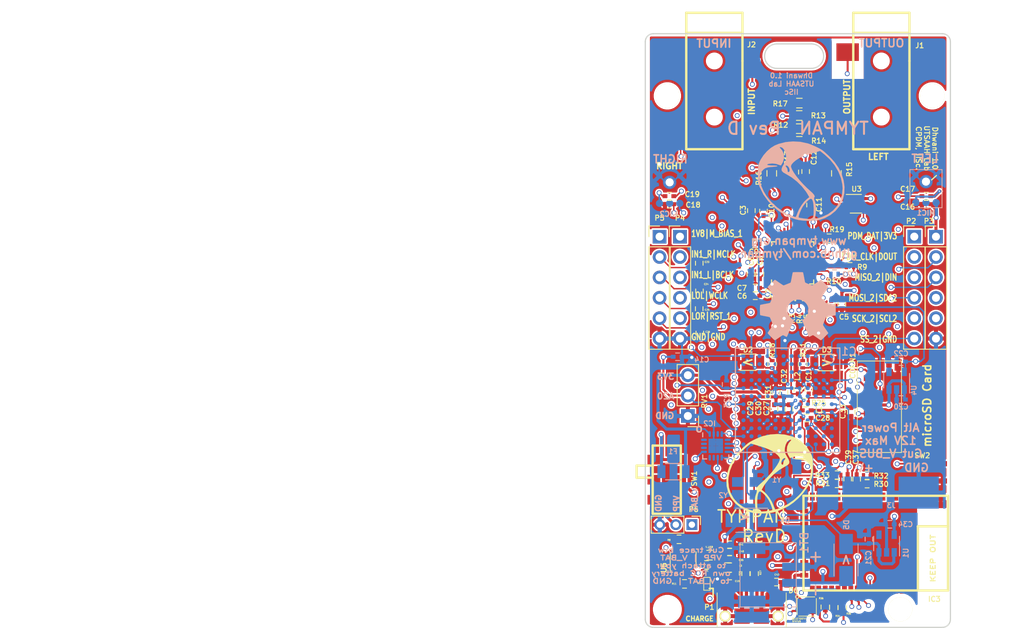
<source format=kicad_pcb>
(kicad_pcb (version 20171130) (host pcbnew "(5.1.9)-1")
  (title_block (title "Tympan Rev D") (date 3/19/18) (company "Solutiosn Design & Prototyping, LLC"))
  (layers (0 F.Cu signal) (1 In1.Cu signal) (2 In2.Cu mixed) (31 B.Cu signal) (34 B.Paste user) (35 F.Paste user hide) (36 B.SilkS user hide) (37 F.SilkS user) (38 B.Mask user hide) (39 F.Mask user hide) (44 Edge.Cuts user))
  (net 0 "")
  (net 1 GND)
  (net 2 +3V3)
  (net 3 "Net-(C2-Pad1)")
  (net 4 "Net-(C2-Pad2)")
  (net 5 VPP)
  (net 6 +1V8)
  (net 7 "Net-(C8-Pad1)")
  (net 8 "Net-(C11-Pad1)")
  (net 9 /POT)
  (net 10 /IN2_L)
  (net 11 "Net-(C17-Pad2)")
  (net 12 /IN2_R)
  (net 13 "Net-(C19-Pad2)")
  (net 14 +BATT)
  (net 15 "Net-(D2-Pad2)")
  (net 16 "Net-(D3-Pad2)")
  (net 17 "Net-(J1-Pad3)")
  (net 18 /MICDET)
  (net 19 /BT_TX)
  (net 20 /BT_RX)
  (net 21 /BT_nRESET)
  (net 22 /BCLK)
  (net 23 /MCLK)
  (net 24 /BT_RTS)
  (net 25 /BT_CTS)
  (net 26 /WCLK)
  (net 27 /DIN)
  (net 28 /nRESET)
  (net 29 /SCL/SS)
  (net 30 /SDA/MOSI)
  (net 31 /DOUT)
  (net 32 /IN1_L)
  (net 33 /IN1_R)
  (net 34 /LOL)
  (net 35 /LOR)
  (net 36 "Net-(R2-Pad2)")
  (net 37 "Net-(R3-Pad2)")
  (net 38 "Net-(R4-Pad2)")
  (net 39 "Net-(R5-Pad2)")
  (net 40 "Net-(R6-Pad2)")
  (net 41 "Net-(R7-Pad2)")
  (net 42 "Net-(R9-Pad2)")
  (net 43 "Net-(R10-Pad2)")
  (net 44 /HPL)
  (net 45 "Net-(J1-Pad2)")
  (net 46 /HPR)
  (net 47 /MICBIAS)
  (net 48 "Net-(SW1-Pad6)")
  (net 49 "Net-(SW1-Pad3)")
  (net 50 "Net-(U2-Pad4)")
  (net 51 "Net-(U4-Pad4)")
  (net 52 "Net-(C23-Pad2)")
  (net 53 "Net-(C24-Pad2)")
  (net 54 "Net-(C25-Pad2)")
  (net 55 "Net-(C26-Pad2)")
  (net 56 "Net-(C1-Pad1)")
  (net 57 "Net-(C1-Pad2)")
  (net 58 "Net-(C28-Pad2)")
  (net 59 "Net-(IC1-PadA6)")
  (net 60 "Net-(IC1-PadA7)")
  (net 61 "Net-(IC1-PadA9)")
  (net 62 "Net-(IC1-PadA10)")
  (net 63 "Net-(IC1-PadC1)")
  (net 64 /CLK)
  (net 65 "Net-(IC1-PadE1)")
  (net 66 /USB0_D+)
  (net 67 "Net-(IC1-PadJ1)")
  (net 68 "Net-(IC1-PadB10)")
  (net 69 "Net-(IC1-PadB9)")
  (net 70 "Net-(IC1-PadB8)")
  (net 71 "Net-(IC1-PadB6)")
  (net 72 "Net-(IC1-PadB5)")
  (net 73 "Net-(IC1-PadB2)")
  (net 74 "Net-(IC1-PadB3)")
  (net 75 "Net-(IC1-PadC5)")
  (net 76 "Net-(IC1-PadC6)")
  (net 77 "Net-(IC1-PadC9)")
  (net 78 /DAT0)
  (net 79 /DAT1)
  (net 80 "Net-(IC1-PadD4)")
  (net 81 "Net-(IC1-PadD5)")
  (net 82 "Net-(IC1-PadD6)")
  (net 83 "Net-(IC1-PadD7)")
  (net 84 "Net-(IC1-PadD9)")
  (net 85 /DAT2)
  (net 86 /DAT3)
  (net 87 /CMD)
  (net 88 "Net-(IC1-PadC10)")
  (net 89 "Net-(IC1-PadD10)")
  (net 90 "Net-(IC1-PadC11)")
  (net 91 "Net-(IC1-PadD11)")
  (net 92 "Net-(IC1-PadD12)")
  (net 93 "Net-(IC1-PadF2)")
  (net 94 "Net-(IC1-PadF3)")
  (net 95 "Net-(IC1-PadF4)")
  (net 96 "Net-(IC1-PadG4)")
  (net 97 "Net-(IC1-PadG3)")
  (net 98 "Net-(IC1-PadG2)")
  (net 99 /USB0_D-)
  (net 100 "Net-(IC1-PadH4)")
  (net 101 "Net-(IC1-PadJ4)")
  (net 102 "Net-(IC1-PadJ3)")
  (net 103 "Net-(IC1-PadJ2)")
  (net 104 "Net-(IC1-PadK1)")
  (net 105 "Net-(IC1-PadK3)")
  (net 106 "Net-(IC1-PadL4)")
  (net 107 "Net-(IC1-PadL3)")
  (net 108 "Net-(IC1-PadL2)")
  (net 109 "Net-(IC1-PadL1)")
  (net 110 "Net-(IC1-PadM2)")
  (net 111 "Net-(IC1-PadH5)")
  (net 112 /PTA0)
  (net 113 /PTA1)
  (net 114 "Net-(IC1-PadJ7)")
  (net 115 "Net-(IC1-PadJ8)")
  (net 116 /PTA2)
  (net 117 /PTA3)
  (net 118 "Net-(IC1-PadK8)")
  (net 119 "Net-(IC1-PadL5)")
  (net 120 "Net-(IC1-PadL7)")
  (net 121 "Net-(IC1-PadL8)")
  (net 122 "Net-(IC1-PadM5)")
  (net 123 "Net-(IC1-PadM6)")
  (net 124 "Net-(IC1-PadM7)")
  (net 125 "Net-(IC1-PadE11)")
  (net 126 "Net-(IC1-PadF9)")
  (net 127 "Net-(IC1-PadF10)")
  (net 128 "Net-(IC1-PadF11)")
  (net 129 "Net-(IC1-PadF12)")
  (net 130 "Net-(IC1-PadG10)")
  (net 131 "Net-(IC1-PadG9)")
  (net 132 "Net-(IC1-PadH9)")
  (net 133 "Net-(IC1-PadH10)")
  (net 134 "Net-(IC1-PadH12)")
  (net 135 "Net-(IC1-PadJ10)")
  (net 136 "Net-(IC1-PadJ12)")
  (net 137 "Net-(IC1-PadM9)")
  (net 138 "Net-(IC1-PadL9)")
  (net 139 "Net-(IC1-PadK10)")
  (net 140 "Net-(IC1-PadL10)")
  (net 141 "Net-(IC1-PadM11)")
  (net 142 "Net-(IC1-PadL11)")
  (net 143 "Net-(IC1-PadK12)")
  (net 144 /RESET_B)
  (net 145 "Net-(IC1-PadM12)")
  (net 146 /DE)
  (net 147 "Net-(IC2-Pad5)")
  (net 148 /PROG)
  (net 149 "Net-(IC2-Pad11)")
  (net 150 "Net-(IC2-Pad12)")
  (net 151 "Net-(IC2-Pad14)")
  (net 152 "Net-(IC2-Pad15)")
  (net 153 "Net-(IC2-Pad16)")
  (net 154 "Net-(IC3-Pad5)")
  (net 155 "Net-(IC3-Pad6)")
  (net 156 "Net-(IC3-Pad7)")
  (net 157 "Net-(IC3-Pad8)")
  (net 158 "Net-(IC3-Pad9)")
  (net 159 "Net-(IC3-Pad10)")
  (net 160 "Net-(IC3-Pad12)")
  (net 161 "Net-(IC3-Pad14)")
  (net 162 "Net-(IC3-Pad16)")
  (net 163 "Net-(IC3-Pad17)")
  (net 164 "Net-(IC3-Pad24)")
  (net 165 "Net-(IC3-Pad29)")
  (net 166 "Net-(IC3-Pad34)")
  (net 167 "Net-(IC3-Pad35)")
  (net 168 "Net-(IC3-Pad36)")
  (net 169 "Net-(IC3-Pad45)")
  (net 170 "Net-(IC3-Pad46)")
  (net 171 "Net-(IC3-Pad47)")
  (net 172 "Net-(IC3-Pad48)")
  (net 173 "Net-(IC3-Pad49)")
  (net 174 "Net-(IC3-Pad50)")
  (net 175 "Net-(IC3-Pad51)")
  (net 176 "Net-(P1-Pad2)")
  (net 177 "Net-(P1-Pad4)")
  (net 178 "Net-(P1-Pad3)")
  (net 179 /V_USB)
  (net 180 "Net-(C21-Pad1)")
  (net 181 "Net-(C37-Pad2)")
  (net 182 "Net-(C39-Pad2)")
  (net 183 "Net-(D6-Pad2)")
  (net 184 "Net-(D6-Pad3)")
  (net 185 "Net-(D6-Pad4)")
  (net 186 "Net-(F1-Pad1)")
  (net 187 /VREGEN)
  (net 188 /LED_0)
  (net 189 /LED_1)
  (net 190 /LED_2)
  (net 191 "Net-(U1-Pad4)")
  (net 192 Earth)
  (net 193 /M_BIAS)
  (net 194 "Net-(R16-Pad2)")
  (net 195 /SS_2)
  (net 196 /SCK_2)
  (net 197 /TX_3)
  (net 198 /MISO_2)
  (net 199 /MOSI_2)
  (net 200 /RX_3)
  (net 201 "Net-(IC1-PadA4)")
  (net 202 "Net-(IC1-PadA5)")
  (net 203 "Net-(IC1-PadA2)")
  (net 204 "Net-(D1-Pad1)")
  (net 205 /BT_PIO5)
  (net 206 /BT_PIO0)
  (net 207 "Net-(IC3-Pad26)")
  (net 208 "Net-(MIC1-Pad5)")
  (net 209 "Net-(MIC2-Pad5)")
  (net 210 "Net-(R1-Pad2)")
  (net 211 "Net-(R8-Pad1)")
  (net 212 "Net-(D1-Pad4)")
  (net 213 /USB)
  (net 214 "Net-(C12-Pad1)")
  (net 215 "Net-(C13-Pad1)")
  (net 216 "Net-(C12-Pad2)")
  (net 217 "Net-(C13-Pad2)")
  (net 218 /nRESET_1)
  (net 219 /DIN_1)
  (net 220 /DOUT_1)
  (net 221 "Net-(IC1-PadC7)")
  (net 222 /SDA2)
  (net 223 /SCL2)
  (net 224 /M_BIAS_1)
  (net 225 "Net-(IC1-PadM1)")
  (net 226 /PDM_CLK)
  (net 227 /PDM_DAT)
  (module SMD_Packages:BGA-144-1mm (layer B.Cu) (at 132.574 92.1666 180)
    (fp_text reference IC1 (at -7.876 6.0866 180) (layer B.SilkS) (effects (justify mirror)))
    (fp_text value MK66FX1M0VMD18)
    (pad A1 smd circle (at -5.50164 5.50164 180) (size 0.50038 0.50038) (layers B.Cu B.Paste B.Mask) (net 195 /SS_2))
    (pad A2 smd circle (at -4.50088 5.50164 180) (size 0.50038 0.50038) (layers B.Cu B.Paste B.Mask) (net 203 "Net-(IC1-PadA2)"))
    (pad A3 smd circle (at -3.50012 5.50164 180) (size 0.50038 0.50038) (layers B.Cu B.Paste B.Mask) (net 193 /M_BIAS))
    (pad A4 smd circle (at -2.5019 5.50164 180) (size 0.50038 0.50038) (layers B.Cu B.Paste B.Mask) (net 201 "Net-(IC1-PadA4)"))
    (pad A5 smd circle (at -1.50114 5.50164 180) (size 0.50038 0.50038) (layers B.Cu B.Paste B.Mask) (net 202 "Net-(IC1-PadA5)"))
    (pad A6 smd circle (at -0.50038 5.50164 180) (size 0.50038 0.50038) (layers B.Cu B.Paste B.Mask) (net 59 "Net-(IC1-PadA6)"))
    (pad A7 smd circle (at 0.49784 5.50164 180) (size 0.50038 0.50038) (layers B.Cu B.Paste B.Mask) (net 60 "Net-(IC1-PadA7)"))
    (pad A8 smd circle (at 1.4986 5.50164 180) (size 0.50038 0.50038) (layers B.Cu B.Paste B.Mask) (net 28 /nRESET))
    (pad A9 smd circle (at 2.49936 5.50164 180) (size 0.50038 0.50038) (layers B.Cu B.Paste B.Mask) (net 61 "Net-(IC1-PadA9)"))
    (pad A10 smd circle (at 3.50012 5.50164 180) (size 0.50038 0.50038) (layers B.Cu B.Paste B.Mask) (net 62 "Net-(IC1-PadA10)"))
    (pad A11 smd circle (at 4.49834 5.50164 180) (size 0.50038 0.50038) (layers B.Cu B.Paste B.Mask) (net 22 /BCLK))
    (pad A12 smd circle (at 5.4991 5.50164 180) (size 0.50038 0.50038) (layers B.Cu B.Paste B.Mask) (net 26 /WCLK))
    (pad B1 smd circle (at -5.50164 4.50088 180) (size 0.50038 0.50038) (layers B.Cu B.Paste B.Mask) (net 196 /SCK_2))
    (pad C1 smd circle (at -5.50164 3.50012 180) (size 0.50038 0.50038) (layers B.Cu B.Paste B.Mask) (net 63 "Net-(IC1-PadC1)"))
    (pad D1 smd circle (at -5.50164 2.5019 180) (size 0.50038 0.50038) (layers B.Cu B.Paste B.Mask) (net 64 /CLK))
    (pad E1 smd circle (at -5.50164 1.50114 180) (size 0.50038 0.50038) (layers B.Cu B.Paste B.Mask) (net 65 "Net-(IC1-PadE1)"))
    (pad F1 smd circle (at -5.50164 0.50038 180) (size 0.50038 0.50038) (layers B.Cu B.Paste B.Mask) (net 206 /BT_PIO0))
    (pad G1 smd circle (at -5.50164 -0.49784 180) (size 0.50038 0.50038) (layers B.Cu B.Paste B.Mask) (net 2 +3V3))
    (pad H1 smd circle (at -5.50164 -1.4986 180) (size 0.50038 0.50038) (layers B.Cu B.Paste B.Mask) (net 66 /USB0_D+))
    (pad J1 smd circle (at -5.50164 -2.49936 180) (size 0.50038 0.50038) (layers B.Cu B.Paste B.Mask) (net 67 "Net-(IC1-PadJ1)"))
    (pad B12 smd circle (at 5.4991 4.50088 180) (size 0.50038 0.50038) (layers B.Cu B.Paste B.Mask) (net 219 /DIN_1))
    (pad B11 smd circle (at 4.49834 4.50088 180) (size 0.50038 0.50038) (layers B.Cu B.Paste B.Mask) (net 27 /DIN))
    (pad B10 smd circle (at 3.50012 4.50088 180) (size 0.50038 0.50038) (layers B.Cu B.Paste B.Mask) (net 68 "Net-(IC1-PadB10)"))
    (pad B9 smd circle (at 2.49936 4.50088 180) (size 0.50038 0.50038) (layers B.Cu B.Paste B.Mask) (net 69 "Net-(IC1-PadB9)"))
    (pad B8 smd circle (at 1.4986 4.50088 180) (size 0.50038 0.50038) (layers B.Cu B.Paste B.Mask) (net 70 "Net-(IC1-PadB8)"))
    (pad B7 smd circle (at 0.49784 4.50088 180) (size 0.50038 0.50038) (layers B.Cu B.Paste B.Mask) (net 220 /DOUT_1))
    (pad B6 smd circle (at -0.50038 4.50088 180) (size 0.50038 0.50038) (layers B.Cu B.Paste B.Mask) (net 71 "Net-(IC1-PadB6)"))
    (pad B5 smd circle (at -1.50114 4.50088 180) (size 0.50038 0.50038) (layers B.Cu B.Paste B.Mask) (net 72 "Net-(IC1-PadB5)"))
    (pad B2 smd circle (at -4.50088 4.50088 180) (size 0.50038 0.50038) (layers B.Cu B.Paste B.Mask) (net 73 "Net-(IC1-PadB2)"))
    (pad B3 smd circle (at -3.50012 4.50088 180) (size 0.50038 0.50038) (layers B.Cu B.Paste B.Mask) (net 74 "Net-(IC1-PadB3)"))
    (pad B4 smd circle (at -2.5019 4.50088 180) (size 0.50038 0.50038) (layers B.Cu B.Paste B.Mask) (net 197 /TX_3))
    (pad C2 smd circle (at -4.50088 3.50012 180) (size 0.50038 0.50038) (layers B.Cu B.Paste B.Mask) (net 198 /MISO_2))
    (pad C3 smd circle (at -3.50012 3.50012 180) (size 0.50038 0.50038) (layers B.Cu B.Paste B.Mask) (net 199 /MOSI_2))
    (pad C4 smd circle (at -2.5019 3.50012 180) (size 0.50038 0.50038) (layers B.Cu B.Paste B.Mask) (net 200 /RX_3))
    (pad C5 smd circle (at -1.50114 3.50012 180) (size 0.50038 0.50038) (layers B.Cu B.Paste B.Mask) (net 75 "Net-(IC1-PadC5)"))
    (pad C6 smd circle (at -0.50038 3.50012 180) (size 0.50038 0.50038) (layers B.Cu B.Paste B.Mask) (net 76 "Net-(IC1-PadC6)"))
    (pad C7 smd circle (at 0.49784 3.50012 180) (size 0.50038 0.50038) (layers B.Cu B.Paste B.Mask) (net 221 "Net-(IC1-PadC7)"))
    (pad C8 smd circle (at 1.4986 3.50012 180) (size 0.50038 0.50038) (layers B.Cu B.Paste B.Mask) (net 23 /MCLK))
    (pad C9 smd circle (at 2.49936 3.50012 180) (size 0.50038 0.50038) (layers B.Cu B.Paste B.Mask) (net 77 "Net-(IC1-PadC9)"))
    (pad D2 smd circle (at -4.50088 2.5019 180) (size 0.50038 0.50038) (layers B.Cu B.Paste B.Mask) (net 78 /DAT0))
    (pad D3 smd circle (at -3.50012 2.5019 180) (size 0.50038 0.50038) (layers B.Cu B.Paste B.Mask) (net 79 /DAT1))
    (pad D4 smd circle (at -2.5019 2.5019 180) (size 0.50038 0.50038) (layers B.Cu B.Paste B.Mask) (net 80 "Net-(IC1-PadD4)"))
    (pad D5 smd circle (at -1.50114 2.5019 180) (size 0.50038 0.50038) (layers B.Cu B.Paste B.Mask) (net 81 "Net-(IC1-PadD5)"))
    (pad D6 smd circle (at -0.50038 2.5019 180) (size 0.50038 0.50038) (layers B.Cu B.Paste B.Mask) (net 82 "Net-(IC1-PadD6)"))
    (pad D7 smd circle (at 0.49784 2.5019 180) (size 0.50038 0.50038) (layers B.Cu B.Paste B.Mask) (net 83 "Net-(IC1-PadD7)"))
    (pad D8 smd circle (at 1.4986 2.5019 180) (size 0.50038 0.50038) (layers B.Cu B.Paste B.Mask) (net 31 /DOUT))
    (pad D9 smd circle (at 2.49936 2.5019 180) (size 0.50038 0.50038) (layers B.Cu B.Paste B.Mask) (net 84 "Net-(IC1-PadD9)"))
    (pad E2 smd circle (at -4.50088 1.50114 180) (size 0.50038 0.50038) (layers B.Cu B.Paste B.Mask) (net 85 /DAT2))
    (pad E3 smd circle (at -3.50012 1.50114 180) (size 0.50038 0.50038) (layers B.Cu B.Paste B.Mask) (net 86 /DAT3))
    (pad E4 smd circle (at -2.5019 1.50114 180) (size 0.50038 0.50038) (layers B.Cu B.Paste B.Mask) (net 87 /CMD))
    (pad C10 smd circle (at 3.50012 3.50012 180) (size 0.50038 0.50038) (layers B.Cu B.Paste B.Mask) (net 88 "Net-(IC1-PadC10)"))
    (pad D10 smd circle (at 3.50012 2.5019 180) (size 0.50038 0.50038) (layers B.Cu B.Paste B.Mask) (net 89 "Net-(IC1-PadD10)"))
    (pad C11 smd circle (at 4.49834 3.50012 180) (size 0.50038 0.50038) (layers B.Cu B.Paste B.Mask) (net 90 "Net-(IC1-PadC11)"))
    (pad D11 smd circle (at 4.49834 2.5019 180) (size 0.50038 0.50038) (layers B.Cu B.Paste B.Mask) (net 91 "Net-(IC1-PadD11)"))
    (pad D12 smd circle (at 5.4991 2.5019 180) (size 0.50038 0.50038) (layers B.Cu B.Paste B.Mask) (net 92 "Net-(IC1-PadD12)"))
    (pad C12 smd circle (at 5.4991 3.50012 180) (size 0.50038 0.50038) (layers B.Cu B.Paste B.Mask) (net 1 GND))
    (pad F2 smd circle (at -4.50088 0.50038 180) (size 0.50038 0.50038) (layers B.Cu B.Paste B.Mask) (net 93 "Net-(IC1-PadF2)"))
    (pad F3 smd circle (at -3.50012 0.50038 180) (size 0.50038 0.50038) (layers B.Cu B.Paste B.Mask) (net 94 "Net-(IC1-PadF3)"))
    (pad F4 smd circle (at -2.5019 0.50038 180) (size 0.50038 0.50038) (layers B.Cu B.Paste B.Mask) (net 95 "Net-(IC1-PadF4)"))
    (pad G4 smd circle (at -2.5019 -0.49784 180) (size 0.50038 0.50038) (layers B.Cu B.Paste B.Mask) (net 96 "Net-(IC1-PadG4)"))
    (pad G3 smd circle (at -3.50012 -0.49784 180) (size 0.50038 0.50038) (layers B.Cu B.Paste B.Mask) (net 97 "Net-(IC1-PadG3)"))
    (pad G2 smd circle (at -4.50088 -0.49784 180) (size 0.50038 0.50038) (layers B.Cu B.Paste B.Mask) (net 98 "Net-(IC1-PadG2)"))
    (pad H2 smd circle (at -4.50088 -1.4986 180) (size 0.50038 0.50038) (layers B.Cu B.Paste B.Mask) (net 99 /USB0_D-))
    (pad H3 smd circle (at -3.50012 -1.4986 180) (size 0.50038 0.50038) (layers B.Cu B.Paste B.Mask) (net 1 GND))
    (pad H4 smd circle (at -2.5019 -1.4986 180) (size 0.50038 0.50038) (layers B.Cu B.Paste B.Mask) (net 100 "Net-(IC1-PadH4)"))
    (pad J4 smd circle (at -2.5019 -2.49936 180) (size 0.50038 0.50038) (layers B.Cu B.Paste B.Mask) (net 101 "Net-(IC1-PadJ4)"))
    (pad J3 smd circle (at -3.50012 -2.49936 180) (size 0.50038 0.50038) (layers B.Cu B.Paste B.Mask) (net 102 "Net-(IC1-PadJ3)"))
    (pad J2 smd circle (at -4.50088 -2.49936 180) (size 0.50038 0.50038) (layers B.Cu B.Paste B.Mask) (net 103 "Net-(IC1-PadJ2)"))
    (pad K1 smd circle (at -5.50164 -3.50012 180) (size 0.50038 0.50038) (layers B.Cu B.Paste B.Mask) (net 104 "Net-(IC1-PadK1)"))
    (pad K2 smd circle (at -4.50088 -3.50012 180) (size 0.50038 0.50038) (layers B.Cu B.Paste B.Mask) (net 1 GND))
    (pad K3 smd circle (at -3.50012 -3.50012 180) (size 0.50038 0.50038) (layers B.Cu B.Paste B.Mask) (net 105 "Net-(IC1-PadK3)"))
    (pad K4 smd circle (at -2.5019 -3.50012 180) (size 0.50038 0.50038) (layers B.Cu B.Paste B.Mask) (net 24 /BT_RTS))
    (pad L4 smd circle (at -2.5019 -4.49834 180) (size 0.50038 0.50038) (layers B.Cu B.Paste B.Mask) (net 106 "Net-(IC1-PadL4)"))
    (pad L3 smd circle (at -3.50012 -4.49834 180) (size 0.50038 0.50038) (layers B.Cu B.Paste B.Mask) (net 107 "Net-(IC1-PadL3)"))
    (pad L2 smd circle (at -4.50088 -4.49834 180) (size 0.50038 0.50038) (layers B.Cu B.Paste B.Mask) (net 108 "Net-(IC1-PadL2)"))
    (pad L1 smd circle (at -5.50164 -4.49834 180) (size 0.50038 0.50038) (layers B.Cu B.Paste B.Mask) (net 109 "Net-(IC1-PadL1)"))
    (pad M1 smd circle (at -5.50164 -5.4991 180) (size 0.50038 0.50038) (layers B.Cu B.Paste B.Mask) (net 225 "Net-(IC1-PadM1)"))
    (pad M2 smd circle (at -4.50088 -5.4991 180) (size 0.50038 0.50038) (layers B.Cu B.Paste B.Mask) (net 110 "Net-(IC1-PadM2)"))
    (pad M3 smd circle (at -3.50012 -5.4991 180) (size 0.50038 0.50038) (layers B.Cu B.Paste B.Mask) (net 58 "Net-(C28-Pad2)"))
    (pad M4 smd circle (at -2.5019 -5.4991 180) (size 0.50038 0.50038) (layers B.Cu B.Paste B.Mask) (net 205 /BT_PIO5))
    (pad E8 smd circle (at 1.4986 1.50114 180) (size 0.50038 0.50038) (layers B.Cu B.Paste B.Mask) (net 2 +3V3))
    (pad E7 smd circle (at 0.49784 1.50114 180) (size 0.50038 0.50038) (layers B.Cu B.Paste B.Mask) (net 2 +3V3))
    (pad E6 smd circle (at -0.50038 1.50114 180) (size 0.50038 0.50038) (layers B.Cu B.Paste B.Mask) (net 2 +3V3))
    (pad E5 smd circle (at -1.50114 1.50114 180) (size 0.50038 0.50038) (layers B.Cu B.Paste B.Mask) (net 2 +3V3))
    (pad F5 smd circle (at -1.50114 0.50038 180) (size 0.50038 0.50038) (layers B.Cu B.Paste B.Mask) (net 2 +3V3))
    (pad F6 smd circle (at -0.50038 0.50038 180) (size 0.50038 0.50038) (layers B.Cu B.Paste B.Mask) (net 1 GND))
    (pad F7 smd circle (at 0.49784 0.50038 180) (size 0.50038 0.50038) (layers B.Cu B.Paste B.Mask) (net 1 GND))
    (pad F8 smd circle (at 1.4986 0.50038 180) (size 0.50038 0.50038) (layers B.Cu B.Paste B.Mask) (net 2 +3V3))
    (pad G5 smd circle (at -1.50114 -0.49784 180) (size 0.50038 0.50038) (layers B.Cu B.Paste B.Mask) (net 57 "Net-(C1-Pad2)"))
    (pad G6 smd circle (at -0.50038 -0.49784 180) (size 0.50038 0.50038) (layers B.Cu B.Paste B.Mask) (net 56 "Net-(C1-Pad1)"))
    (pad G7 smd circle (at 0.49784 -0.49784 180) (size 0.50038 0.50038) (layers B.Cu B.Paste B.Mask) (net 1 GND))
    (pad G8 smd circle (at 1.4986 -0.49784 180) (size 0.50038 0.50038) (layers B.Cu B.Paste B.Mask) (net 1 GND))
    (pad H5 smd circle (at -1.50114 -1.4986 180) (size 0.50038 0.50038) (layers B.Cu B.Paste B.Mask) (net 111 "Net-(IC1-PadH5)"))
    (pad H6 smd circle (at -0.50038 -1.4986 180) (size 0.50038 0.50038) (layers B.Cu B.Paste B.Mask) (net 56 "Net-(C1-Pad1)"))
    (pad H7 smd circle (at 0.49784 -1.4986 180) (size 0.50038 0.50038) (layers B.Cu B.Paste B.Mask) (net 1 GND))
    (pad H8 smd circle (at 1.4986 -1.4986 180) (size 0.50038 0.50038) (layers B.Cu B.Paste B.Mask) (net 1 GND))
    (pad J5 smd circle (at -1.50114 -2.49936 180) (size 0.50038 0.50038) (layers B.Cu B.Paste B.Mask) (net 112 /PTA0))
    (pad J6 smd circle (at -0.50038 -2.49936 180) (size 0.50038 0.50038) (layers B.Cu B.Paste B.Mask) (net 113 /PTA1))
    (pad J7 smd circle (at 0.49784 -2.49936 180) (size 0.50038 0.50038) (layers B.Cu B.Paste B.Mask) (net 114 "Net-(IC1-PadJ7)"))
    (pad J8 smd circle (at 1.4986 -2.49936 180) (size 0.50038 0.50038) (layers B.Cu B.Paste B.Mask) (net 115 "Net-(IC1-PadJ8)"))
    (pad K5 smd circle (at -1.50114 -3.50012 180) (size 0.50038 0.50038) (layers B.Cu B.Paste B.Mask) (net 21 /BT_nRESET))
    (pad K6 smd circle (at -0.50038 -3.50012 180) (size 0.50038 0.50038) (layers B.Cu B.Paste B.Mask) (net 116 /PTA2))
    (pad K7 smd circle (at 0.49784 -3.50012 180) (size 0.50038 0.50038) (layers B.Cu B.Paste B.Mask) (net 117 /PTA3))
    (pad K8 smd circle (at 1.4986 -3.50012 180) (size 0.50038 0.50038) (layers B.Cu B.Paste B.Mask) (net 118 "Net-(IC1-PadK8)"))
    (pad L5 smd circle (at -1.50114 -4.49834 180) (size 0.50038 0.50038) (layers B.Cu B.Paste B.Mask) (net 119 "Net-(IC1-PadL5)"))
    (pad L6 smd circle (at -0.50038 -4.49834 180) (size 0.50038 0.50038) (layers B.Cu B.Paste B.Mask) (net 5 VPP))
    (pad L7 smd circle (at 0.49784 -4.49834 180) (size 0.50038 0.50038) (layers B.Cu B.Paste B.Mask) (net 120 "Net-(IC1-PadL7)"))
    (pad L8 smd circle (at 1.4986 -4.49834 180) (size 0.50038 0.50038) (layers B.Cu B.Paste B.Mask) (net 121 "Net-(IC1-PadL8)"))
    (pad M5 smd circle (at -1.50114 -5.4991 180) (size 0.50038 0.50038) (layers B.Cu B.Paste B.Mask) (net 122 "Net-(IC1-PadM5)"))
    (pad M6 smd circle (at -0.50038 -5.4991 180) (size 0.50038 0.50038) (layers B.Cu B.Paste B.Mask) (net 123 "Net-(IC1-PadM6)"))
    (pad M7 smd circle (at 0.49784 -5.4991 180) (size 0.50038 0.50038) (layers B.Cu B.Paste B.Mask) (net 124 "Net-(IC1-PadM7)"))
    (pad M8 smd circle (at 1.4986 -5.4991 180) (size 0.50038 0.50038) (layers B.Cu B.Paste B.Mask) (net 25 /BT_CTS))
    (pad E9 smd circle (at 2.49936 1.50114 180) (size 0.50038 0.50038) (layers B.Cu B.Paste B.Mask) (net 20 /BT_RX))
    (pad E10 smd circle (at 3.50012 1.50114 180) (size 0.50038 0.50038) (layers B.Cu B.Paste B.Mask) (net 19 /BT_TX))
    (pad E11 smd circle (at 4.49834 1.50114 180) (size 0.50038 0.50038) (layers B.Cu B.Paste B.Mask) (net 125 "Net-(IC1-PadE11)"))
    (pad E12 smd circle (at 5.4991 1.50114 180) (size 0.50038 0.50038) (layers B.Cu B.Paste B.Mask) (net 187 /VREGEN))
    (pad F9 smd circle (at 2.49936 0.50038 180) (size 0.50038 0.50038) (layers B.Cu B.Paste B.Mask) (net 126 "Net-(IC1-PadF9)"))
    (pad F10 smd circle (at 3.50012 0.50038 180) (size 0.50038 0.50038) (layers B.Cu B.Paste B.Mask) (net 127 "Net-(IC1-PadF10)"))
    (pad F11 smd circle (at 4.49834 0.50038 180) (size 0.50038 0.50038) (layers B.Cu B.Paste B.Mask) (net 128 "Net-(IC1-PadF11)"))
    (pad F12 smd circle (at 5.4991 0.50038 180) (size 0.50038 0.50038) (layers B.Cu B.Paste B.Mask) (net 129 "Net-(IC1-PadF12)"))
    (pad J9 smd circle (at 2.49936 -2.49936 180) (size 0.50038 0.50038) (layers B.Cu B.Paste B.Mask) (net 222 /SDA2))
    (pad G12 smd circle (at 5.4991 -0.49784 180) (size 0.50038 0.50038) (layers B.Cu B.Paste B.Mask) (net 29 /SCL/SS))
    (pad G11 smd circle (at 4.49834 -0.49784 180) (size 0.50038 0.50038) (layers B.Cu B.Paste B.Mask) (net 30 /SDA/MOSI))
    (pad G10 smd circle (at 3.50012 -0.49784 180) (size 0.50038 0.50038) (layers B.Cu B.Paste B.Mask) (net 130 "Net-(IC1-PadG10)"))
    (pad G9 smd circle (at 2.49936 -0.49784 180) (size 0.50038 0.50038) (layers B.Cu B.Paste B.Mask) (net 131 "Net-(IC1-PadG9)"))
    (pad H9 smd circle (at 2.49936 -1.4986 180) (size 0.50038 0.50038) (layers B.Cu B.Paste B.Mask) (net 132 "Net-(IC1-PadH9)"))
    (pad H10 smd circle (at 3.50012 -1.4986 180) (size 0.50038 0.50038) (layers B.Cu B.Paste B.Mask) (net 133 "Net-(IC1-PadH10)"))
    (pad H11 smd circle (at 4.49834 -1.4986 180) (size 0.50038 0.50038) (layers B.Cu B.Paste B.Mask) (net 224 /M_BIAS_1))
    (pad H12 smd circle (at 5.4991 -1.4986 180) (size 0.50038 0.50038) (layers B.Cu B.Paste B.Mask) (net 134 "Net-(IC1-PadH12)"))
    (pad J10 smd circle (at 3.50012 -2.49936 180) (size 0.50038 0.50038) (layers B.Cu B.Paste B.Mask) (net 135 "Net-(IC1-PadJ10)"))
    (pad J11 smd circle (at 4.49834 -2.49936 180) (size 0.50038 0.50038) (layers B.Cu B.Paste B.Mask) (net 218 /nRESET_1))
    (pad J12 smd circle (at 5.4991 -2.49936 180) (size 0.50038 0.50038) (layers B.Cu B.Paste B.Mask) (net 136 "Net-(IC1-PadJ12)"))
    (pad M9 smd circle (at 2.49936 -5.4991 180) (size 0.50038 0.50038) (layers B.Cu B.Paste B.Mask) (net 137 "Net-(IC1-PadM9)"))
    (pad L9 smd circle (at 2.49936 -4.49834 180) (size 0.50038 0.50038) (layers B.Cu B.Paste B.Mask) (net 138 "Net-(IC1-PadL9)"))
    (pad K9 smd circle (at 2.49936 -3.50012 180) (size 0.50038 0.50038) (layers B.Cu B.Paste B.Mask) (net 223 /SCL2))
    (pad K10 smd circle (at 3.50012 -3.50012 180) (size 0.50038 0.50038) (layers B.Cu B.Paste B.Mask) (net 139 "Net-(IC1-PadK10)"))
    (pad L10 smd circle (at 3.50012 -4.49834 180) (size 0.50038 0.50038) (layers B.Cu B.Paste B.Mask) (net 140 "Net-(IC1-PadL10)"))
    (pad M10 smd circle (at 3.50012 -5.4991 180) (size 0.50038 0.50038) (layers B.Cu B.Paste B.Mask) (net 1 GND))
    (pad M11 smd circle (at 4.49834 -5.4991 180) (size 0.50038 0.50038) (layers B.Cu B.Paste B.Mask) (net 141 "Net-(IC1-PadM11)"))
    (pad L11 smd circle (at 4.49834 -4.49834 180) (size 0.50038 0.50038) (layers B.Cu B.Paste B.Mask) (net 142 "Net-(IC1-PadL11)"))
    (pad K11 smd circle (at 4.49834 -3.50012 180) (size 0.50038 0.50038) (layers B.Cu B.Paste B.Mask) (net 9 /POT))
    (pad K12 smd circle (at 5.4991 -3.50012 180) (size 0.50038 0.50038) (layers B.Cu B.Paste B.Mask) (net 143 "Net-(IC1-PadK12)"))
    (pad L12 smd circle (at 5.4991 -4.49834 180) (size 0.50038 0.50038) (layers B.Cu B.Paste B.Mask) (net 144 /RESET_B))
    (pad M12 smd circle (at 5.4991 -5.4991 180) (size 0.50038 0.50038) (layers B.Cu B.Paste B.Mask) (net 145 "Net-(IC1-PadM12)"))
  )
  (module Tympan:SJ-3523-SMT-TR (layer F.Cu) (at 144.25 49.88 270)
    (fp_text reference J1 (at -1.925 -4.775) (layer F.SilkS) (effects (font (size 0.635 0.635) (thickness 0.127))))
    (fp_text value SJ-3523-SMT-TR)
    (pad 2 smd rect (at 8.3 4.2 270) (size 2.8 2.8) (layers F.Cu F.Paste F.Mask) (net 45 "Net-(J1-Pad2)"))
    (pad 3 smd rect (at 0.9 -4.2 270) (size 2.2 2.8) (layers F.Cu F.Paste F.Mask) (net 17 "Net-(J1-Pad3)"))
    (pad "" np_thru_hole circle (at 7 0 270) (size 1.7 1.7) (drill 1.7) (layers *.Cu *.Mask))
    (pad "" np_thru_hole circle (at 0 0 270) (size 1.7 1.7) (drill 1.7) (layers *.Cu *.Mask))
    (pad 1 smd rect (at -1.1 4.2 270) (size 2.2 2.8) (layers F.Cu F.Paste F.Mask) (net 1 GND))
  )
  (module Resistors_SMD:R_0402 (layer F.Cu) (at 119.73442 115.06218)
    (fp_text reference R11 (at -1.29442 -0.01218 -180) (layer F.SilkS) (effects (font (size 0.2 0.2) (thickness 0.05))))
    (fp_text value 1K)
    (pad 1 smd rect (at -0.45 0) (size 0.4 0.6) (layers F.Cu F.Paste F.Mask) (net 204 "Net-(D1-Pad1)"))
    (pad 2 smd rect (at 0.45 0) (size 0.4 0.6) (layers F.Cu F.Paste F.Mask) (net 210 "Net-(R1-Pad2)"))
  )
  (module Tympan:ABHB1608S (layer F.Cu) (at 122.52842 115.04948 90)
    (fp_text reference D1 (at 0.07948 -0.99842) (layer F.SilkS) (effects (font (size 0.2 0.2) (thickness 0.05))))
    (fp_text value APHB1608SGNC)
    (pad 1 smd rect (at -0.6 -0.35 90) (size 0.5 0.4) (layers F.Cu F.Paste F.Mask) (net 204 "Net-(D1-Pad1)"))
    (pad 2 smd rect (at 0.6 -0.35 90) (size 0.5 0.4) (layers F.Cu F.Paste F.Mask) (net 1 GND))
    (pad 3 smd rect (at -0.6 0.35 90) (size 0.5 0.4) (layers F.Cu F.Paste F.Mask) (net 213 /USB))
    (pad 4 smd rect (at 0.6 0.35 90) (size 0.5 0.4) (layers F.Cu F.Paste F.Mask) (net 212 "Net-(D1-Pad4)"))
  )
  (module Resistors_SMD:R_0402 (layer F.Cu) (at 119.05 109.505)
    (fp_text reference R8 (at -1.25 0.085) (layer F.SilkS) (effects (font (size 0.2 0.2) (thickness 0.05))))
    (fp_text value 2.2K)
    (pad 1 smd rect (at -0.45 0) (size 0.4 0.6) (layers F.Cu F.Paste F.Mask) (net 211 "Net-(R8-Pad1)"))
    (pad 2 smd rect (at 0.45 0) (size 0.4 0.6) (layers F.Cu F.Paste F.Mask) (net 1 GND))
  )
  (module Tympan:CL-SB-22A (layer F.Cu) (at 117.52 102.07 270)
    (fp_text reference SW1 (at -0.132 -3.426 90) (layer F.SilkS) (effects (font (size 0.635 0.635) (thickness 0.127))))
    (fp_text value CL-SB-22A)
    (pad 5 smd rect (at 0 -1.6 270) (size 1.2 1.6) (layers F.Cu F.Paste F.Mask) (net 5 VPP))
    (pad 2 smd rect (at 0 1.6 270) (size 1.2 1.6) (layers F.Cu F.Paste F.Mask) (net 5 VPP))
    (pad 6 smd rect (at 2.5 -1.6 270) (size 1.2 1.6) (layers F.Cu F.Paste F.Mask) (net 48 "Net-(SW1-Pad6)"))
    (pad 3 smd rect (at 2.5 1.6 270) (size 1.2 1.6) (layers F.Cu F.Paste F.Mask) (net 49 "Net-(SW1-Pad3)"))
    (pad 1 smd rect (at -2.5 1.6 270) (size 1.2 1.6) (layers F.Cu F.Paste F.Mask) (net 186 "Net-(F1-Pad1)"))
    (pad 4 smd rect (at -2.5 -1.6 270) (size 1.2 1.6) (layers F.Cu F.Paste F.Mask) (net 186 "Net-(F1-Pad1)"))
  )
  (module Capacitors_SMD:C_0402 (layer F.Cu) (at 133.47 63.73 90)
    (fp_text reference C13 (at 1.75 -0.93 270) (layer F.SilkS) (effects (font (size 0.635 0.635) (thickness 0.127))))
    (fp_text value 2.2uF)
    (pad 1 smd rect (at -0.55 0 90) (size 0.6 0.5) (layers F.Cu F.Paste F.Mask) (net 215 "Net-(C13-Pad1)"))
    (pad 2 smd rect (at 0.55 0 90) (size 0.6 0.5) (layers F.Cu F.Paste F.Mask) (net 217 "Net-(C13-Pad2)"))
  )
  (module Capacitors_SMD:C_0603 (layer F.Cu) (at 134.01 58.32)
    (fp_text reference R12 (at -2.29 -0.46) (layer F.SilkS) (effects (font (size 0.635 0.635) (thickness 0.127))))
    (fp_text value 0R)
    (pad 1 smd rect (at -0.75 0) (size 0.8 0.75) (layers F.Cu F.Paste F.Mask) (net 44 /HPL))
    (pad 2 smd rect (at 0.75 0) (size 0.8 0.75) (layers F.Cu F.Paste F.Mask) (net 45 "Net-(J1-Pad2)"))
  )
  (module Resistors_SMD:R_0402 (layer F.Cu) (at 137.27 117.94 270)
    (fp_text reference R36 (at -1.08 0.52 180) (layer F.SilkS) (effects (font (size 0.2 0.2) (thickness 0.05))))
    (fp_text value 240R)
    (pad 1 smd rect (at -0.45 0 270) (size 0.4 0.6) (layers F.Cu F.Paste F.Mask) (net 188 /LED_0))
    (pad 2 smd rect (at 0.45 0 270) (size 0.4 0.6) (layers F.Cu F.Paste F.Mask) (net 185 "Net-(D6-Pad4)"))
  )
  (module Tympan:NPTH_3.2mm (layer F.Cu) (at 117.6 118.23)
    (fp_text reference P8)
    (fp_text value CONN_01X01)
    (pad "" np_thru_hole circle (at 0 0) (size 3.2 3.2) (drill 3.2) (layers *.Cu))
  )
  (module Tympan:NPTH_3.2mm (layer F.Cu) (at 150.6 54.23)
    (fp_text reference P9)
    (fp_text value CONN_01X01)
    (pad "" np_thru_hole circle (at 0 0) (size 3 3) (drill 3) (layers *.Cu F.SilkS))
  )
  (module Tympan:NPTH_3.2mm (layer F.Cu) (at 117.6 54.23)
    (fp_text reference P10)
    (fp_text value CONN_01X01)
    (pad "" np_thru_hole circle (at 0 0) (size 3 3) (drill 3) (layers *.Cu F.SilkS))
  )
  (module Resistors_SMD:R_0402 (layer F.Cu) (at 135.9 79.53 90)
    (fp_text reference R6 (at -2.47 -0.01 90) (layer F.SilkS) (effects (font (size 0.635 0.635) (thickness 0.127))))
    (fp_text value 33R)
    (pad 2 smd rect (at 0.45 0 90) (size 0.4 0.6) (layers F.Cu F.Paste F.Mask) (net 40 "Net-(R6-Pad2)"))
    (pad 1 smd rect (at -0.45 0 90) (size 0.4 0.6) (layers F.Cu F.Paste F.Mask) (net 31 /DOUT))
  )
  (module Tympan:BC127 (layer F.Cu) (at 142.85 109.78 270)
    (fp_text reference IC3 (at 7.175 -8) (layer F.SilkS) (effects (font (size 0.635 0.635) (thickness 0.127))))
    (fp_text value BC127)
    (fp_text user "KEEP OUT" (at 2.1 -7.825 270) (layer F.SilkS) (effects (font (size 0.6 0.8))))
    (pad 1 smd rect (at -5.6 -8.8 270) (size 1 0.6) (layers F.Cu F.Paste F.Mask) (net 1 GND))
    (pad 2 smd rect (at -5.6 -8 270) (size 1 0.6) (layers F.Cu F.Paste F.Mask) (net 1 GND))
    (pad 3 smd rect (at -5.6 -7.2 270) (size 1 0.6) (layers F.Cu F.Paste F.Mask) (net 1 GND))
    (pad 4 smd rect (at -5.6 -6.4 270) (size 1 0.6) (layers F.Cu F.Paste F.Mask) (net 1 GND))
    (pad 5 smd rect (at -5.6 -5.6 270) (size 1 0.6) (layers F.Cu F.Paste F.Mask) (net 154 "Net-(IC3-Pad5)"))
    (pad 6 smd rect (at -5.6 -4.8 270) (size 1 0.6) (layers F.Cu F.Paste F.Mask) (net 155 "Net-(IC3-Pad6)"))
    (pad 7 smd rect (at -5.6 -4 270) (size 1 0.6) (layers F.Cu F.Paste F.Mask) (net 156 "Net-(IC3-Pad7)"))
    (pad 8 smd rect (at -5.6 -3.2 270) (size 1 0.6) (layers F.Cu F.Paste F.Mask) (net 157 "Net-(IC3-Pad8)"))
    (pad 9 smd rect (at -5.6 -2.4 270) (size 1 0.6) (layers F.Cu F.Paste F.Mask) (net 158 "Net-(IC3-Pad9)"))
    (pad 10 smd rect (at -5.6 -1.6 270) (size 1 0.6) (layers F.Cu F.Paste F.Mask) (net 159 "Net-(IC3-Pad10)"))
    (pad 11 smd rect (at -5.6 -0.8 270) (size 1 0.6) (layers F.Cu F.Paste F.Mask) (net 1 GND))
    (pad 12 smd rect (at -5.6 0 270) (size 1 0.6) (layers F.Cu F.Paste F.Mask) (net 160 "Net-(IC3-Pad12)"))
    (pad 13 smd rect (at -5.6 0.8 270) (size 1 0.6) (layers F.Cu F.Paste F.Mask) (net 1 GND))
    (pad 14 smd rect (at -5.6 1.6 270) (size 1 0.6) (layers F.Cu F.Paste F.Mask) (net 161 "Net-(IC3-Pad14)"))
    (pad 15 smd rect (at -5.6 2.4 270) (size 1 0.6) (layers F.Cu F.Paste F.Mask) (net 1 GND))
    (pad 16 smd rect (at -5.6 3.2 270) (size 1 0.6) (layers F.Cu F.Paste F.Mask) (net 162 "Net-(IC3-Pad16)"))
    (pad 17 smd rect (at -5.6 4 270) (size 1 0.6) (layers F.Cu F.Paste F.Mask) (net 163 "Net-(IC3-Pad17)"))
    (pad 18 smd rect (at -5.6 4.8 270) (size 1 0.6) (layers F.Cu F.Paste F.Mask) (net 1 GND))
    (pad 19 smd rect (at -5.6 5.6 270) (size 1 0.6) (layers F.Cu F.Paste F.Mask) (net 35 /LOR))
    (pad 20 smd rect (at -5.6 6.4 270) (size 1 0.6) (layers F.Cu F.Paste F.Mask) (net 1 GND))
    (pad 21 smd rect (at -5.6 7.2 270) (size 1 0.6) (layers F.Cu F.Paste F.Mask) (net 34 /LOL))
    (pad 22 smd rect (at -4.6 8.2 270) (size 0.6 1) (layers F.Cu F.Paste F.Mask) (net 1 GND))
    (pad 23 smd rect (at -3.8 8.2 270) (size 0.6 1) (layers F.Cu F.Paste F.Mask) (net 206 /BT_PIO0))
    (pad 24 smd rect (at -3 8.2 270) (size 0.6 1) (layers F.Cu F.Paste F.Mask) (net 164 "Net-(IC3-Pad24)"))
    (pad 25 smd rect (at -2.2 8.2 270) (size 0.6 1) (layers F.Cu F.Paste F.Mask) (net 205 /BT_PIO5))
    (pad 26 smd rect (at -1.4 8.2 270) (size 0.6 1) (layers F.Cu F.Paste F.Mask) (net 207 "Net-(IC3-Pad26)"))
    (pad 27 smd rect (at -0.6 8.2 270) (size 0.6 1) (layers F.Cu F.Paste F.Mask) (net 1 GND))
    (pad 28 smd rect (at 0.2 8.2 270) (size 0.6 1) (layers F.Cu F.Paste F.Mask) (net 187 /VREGEN))
    (pad 29 smd rect (at 1 8.2 270) (size 0.6 1) (layers F.Cu F.Paste F.Mask) (net 165 "Net-(IC3-Pad29)"))
    (pad 30 smd rect (at 1.8 8.2 270) (size 0.6 1) (layers F.Cu F.Paste F.Mask) (net 2 +3V3))
    (pad 31 smd rect (at 2.6 8.2 270) (size 0.6 1) (layers F.Cu F.Paste F.Mask) (net 2 +3V3))
    (pad 32 smd rect (at 3.4 8.2 270) (size 0.6 1) (layers F.Cu F.Paste F.Mask) (net 2 +3V3))
    (pad 33 smd rect (at 4.2 8.2 270) (size 0.6 1) (layers F.Cu F.Paste F.Mask) (net 2 +3V3))
    (pad 34 smd rect (at 5 8.2 270) (size 0.6 1) (layers F.Cu F.Paste F.Mask) (net 166 "Net-(IC3-Pad34)"))
    (pad 35 smd rect (at 6 7.2 270) (size 1 0.6) (layers F.Cu F.Paste F.Mask) (net 167 "Net-(IC3-Pad35)"))
    (pad 36 smd rect (at 6 6.4 270) (size 1 0.6) (layers F.Cu F.Paste F.Mask) (net 168 "Net-(IC3-Pad36)"))
    (pad 37 smd rect (at 6 5.6 270) (size 1 0.6) (layers F.Cu F.Paste F.Mask) (net 188 /LED_0))
    (pad 38 smd rect (at 6 4.8 270) (size 1 0.6) (layers F.Cu F.Paste F.Mask) (net 189 /LED_1))
    (pad 39 smd rect (at 6 4 270) (size 1 0.6) (layers F.Cu F.Paste F.Mask) (net 190 /LED_2))
    (pad 40 smd rect (at 6 3.2 270) (size 1 0.6) (layers F.Cu F.Paste F.Mask) (net 25 /BT_CTS))
    (pad 41 smd rect (at 6 2.4 270) (size 1 0.6) (layers F.Cu F.Paste F.Mask) (net 19 /BT_TX))
    (pad 42 smd rect (at 6 1.6 270) (size 1 0.6) (layers F.Cu F.Paste F.Mask) (net 20 /BT_RX))
    (pad 43 smd rect (at 6 0.8 270) (size 1 0.6) (layers F.Cu F.Paste F.Mask) (net 24 /BT_RTS))
    (pad 44 smd rect (at 6 0 270) (size 1 0.6) (layers F.Cu F.Paste F.Mask) (net 21 /BT_nRESET))
    (pad 45 smd rect (at 6 -0.8 270) (size 1 0.6) (layers F.Cu F.Paste F.Mask) (net 169 "Net-(IC3-Pad45)"))
    (pad 46 smd rect (at 6 -1.6 270) (size 1 0.6) (layers F.Cu F.Paste F.Mask) (net 170 "Net-(IC3-Pad46)"))
    (pad 47 smd rect (at 6 -2.4 270) (size 1 0.6) (layers F.Cu F.Paste F.Mask) (net 171 "Net-(IC3-Pad47)"))
    (pad 48 smd rect (at 6 -3.2 270) (size 1 0.6) (layers F.Cu F.Paste F.Mask) (net 172 "Net-(IC3-Pad48)"))
    (pad 49 smd rect (at 6 -4 270) (size 1 0.6) (layers F.Cu F.Paste F.Mask) (net 173 "Net-(IC3-Pad49)"))
    (pad 50 smd rect (at 6 -4.8 270) (size 1 0.6) (layers F.Cu F.Paste F.Mask) (net 174 "Net-(IC3-Pad50)"))
    (pad 51 smd rect (at 6 -5.6 270) (size 1 0.6) (layers F.Cu F.Paste F.Mask) (net 175 "Net-(IC3-Pad51)"))
  )
  (module Capacitors_SMD:C_1206 (layer F.Cu) (at 127.65 87.43)
    (fp_text reference D2 (at 0 -1.55) (layer F.SilkS) (effects (font (size 0.635 0.635) (thickness 0.127))))
    (fp_text value LED)
    (pad 1 smd rect (at -1.5 0) (size 1 1.6) (layers F.Cu F.Paste F.Mask) (net 1 GND))
    (pad 2 smd rect (at 1.5 0) (size 1 1.6) (layers F.Cu F.Paste F.Mask) (net 15 "Net-(D2-Pad2)"))
  )
  (module Capacitors_SMD:C_1206 (layer F.Cu) (at 137.4 87.48 180)
    (fp_text reference D3 (at -0.05 1.6 180) (layer F.SilkS) (effects (font (size 0.635 0.635) (thickness 0.127))))
    (fp_text value LED)
    (pad 1 smd rect (at -1.5 0 180) (size 1 1.6) (layers F.Cu F.Paste F.Mask) (net 1 GND))
    (pad 2 smd rect (at 1.5 0 180) (size 1 1.6) (layers F.Cu F.Paste F.Mask) (net 16 "Net-(D3-Pad2)"))
  )
  (module Capacitors_SMD:C_1206 (layer B.Cu) (at 118.36 101.07)
    (fp_text reference F1 (at -0.08 -2.51) (layer B.SilkS) (effects (font (size 0.635 0.635) (thickness 0.127)) (justify mirror)))
    (fp_text value FUSE)
    (pad 1 smd rect (at -1.5 0) (size 1 1.6) (layers B.Cu B.Paste B.Mask) (net 186 "Net-(F1-Pad1)"))
    (pad 2 smd rect (at 1.5 0) (size 1 1.6) (layers B.Cu B.Paste B.Mask) (net 2 +3V3))
  )
  (module Capacitors_SMD:C_0603 (layer F.Cu) (at 134.02 56.68)
    (fp_text reference R13 (at 2.38 0.01) (layer F.SilkS) (effects (font (size 0.635 0.635) (thickness 0.127))))
    (fp_text value 0R)
    (pad 1 smd rect (at -0.75 0) (size 0.8 0.75) (layers F.Cu F.Paste F.Mask) (net 46 /HPR))
    (pad 2 smd rect (at 0.75 0) (size 0.8 0.75) (layers F.Cu F.Paste F.Mask) (net 17 "Net-(J1-Pad3)"))
  )
  (module Capacitors_SMD:C_0603 (layer F.Cu) (at 134.03 59.9 180)
    (fp_text reference R14 (at -2.42 0.06) (layer F.SilkS) (effects (font (size 0.635 0.635) (thickness 0.127))))
    (fp_text value DNP)
    (pad 1 smd rect (at -0.75 0 180) (size 0.8 0.75) (layers F.Cu F.Paste F.Mask) (net 45 "Net-(J1-Pad2)"))
    (pad 2 smd rect (at 0.75 0 180) (size 0.8 0.75) (layers F.Cu F.Paste F.Mask) (net 1 GND))
  )
  (module Capacitors_SMD:C_0603 (layer F.Cu) (at 138.65 63.89 90)
    (fp_text reference R15 (at 0.49 1.61 90) (layer F.SilkS) (effects (font (size 0.635 0.635) (thickness 0.127))))
    (fp_text value 2.2K)
    (pad 1 smd rect (at -0.75 0 90) (size 0.8 0.75) (layers F.Cu F.Paste F.Mask) (net 47 /MICBIAS))
    (pad 2 smd rect (at 0.75 0 90) (size 0.8 0.75) (layers F.Cu F.Paste F.Mask) (net 216 "Net-(C12-Pad2)"))
  )
  (module Capacitors_SMD:C_0603 (layer F.Cu) (at 130.6 63.89 270)
    (fp_text reference R16 (at 0.58 1.62 90) (layer F.SilkS) (effects (font (size 0.635 0.635) (thickness 0.127))))
    (fp_text value 2.2K)
    (pad 1 smd rect (at -0.75 0 270) (size 0.8 0.75) (layers F.Cu F.Paste F.Mask) (net 217 "Net-(C13-Pad2)"))
    (pad 2 smd rect (at 0.75 0 270) (size 0.8 0.75) (layers F.Cu F.Paste F.Mask) (net 194 "Net-(R16-Pad2)"))
  )
  (module Capacitors_SMD:C_0603 (layer F.Cu) (at 134.04 55.13 180)
    (fp_text reference R17 (at 2.39 -0.08) (layer F.SilkS) (effects (font (size 0.635 0.635) (thickness 0.127))))
    (fp_text value DNP)
    (pad 1 smd rect (at -0.75 0 180) (size 0.8 0.75) (layers F.Cu F.Paste F.Mask) (net 17 "Net-(J1-Pad3)"))
    (pad 2 smd rect (at 0.75 0 180) (size 0.8 0.75) (layers F.Cu F.Paste F.Mask) (net 1 GND))
  )
  (module Housings_DFN_QFN:UQFN-40-1EP_5x5mm_Pitch0.4mm (layer F.Cu) (at 133.1946 75.047 90)
    (fp_text reference U2 (at -3.833 -2.9946 90) (layer F.SilkS) (effects (font (size 0.635 0.635) (thickness 0.127))))
    (fp_text value TLV320AIC3206IRSBT)
    (pad 1 smd rect (at -2.5 -1.8 90) (size 0.75 0.2) (layers F.Cu F.Paste F.Mask) (net 1 GND))
    (pad 2 smd rect (at -2.5 -1.4 90) (size 0.75 0.2) (layers F.Cu F.Paste F.Mask) (net 1 GND))
    (pad 3 smd rect (at -2.5 -1 90) (size 0.75 0.2) (layers F.Cu F.Paste F.Mask) (net 36 "Net-(R2-Pad2)"))
    (pad 4 smd rect (at -2.5 -0.6 90) (size 0.75 0.2) (layers F.Cu F.Paste F.Mask) (net 50 "Net-(U2-Pad4)"))
    (pad 5 smd rect (at -2.5 -0.2 90) (size 0.75 0.2) (layers F.Cu F.Paste F.Mask) (net 41 "Net-(R7-Pad2)"))
    (pad 6 smd rect (at -2.5 0.2 90) (size 0.75 0.2) (layers F.Cu F.Paste F.Mask) (net 37 "Net-(R3-Pad2)"))
    (pad 7 smd rect (at -2.5 0.6 90) (size 0.75 0.2) (layers F.Cu F.Paste F.Mask) (net 38 "Net-(R4-Pad2)"))
    (pad 8 smd rect (at -2.5 1 90) (size 0.75 0.2) (layers F.Cu F.Paste F.Mask) (net 39 "Net-(R5-Pad2)"))
    (pad 9 smd rect (at -2.5 1.4 90) (size 0.75 0.2) (layers F.Cu F.Paste F.Mask) (net 40 "Net-(R6-Pad2)"))
    (pad 10 smd rect (at -2.5 1.8 90) (size 0.75 0.2) (layers F.Cu F.Paste F.Mask) (net 2 +3V3))
    (pad 11 smd rect (at -1.8 2.5 180) (size 0.75 0.2) (layers F.Cu F.Paste F.Mask) (net 1 GND))
    (pad 12 smd rect (at -1.4 2.5 180) (size 0.75 0.2) (layers F.Cu F.Paste F.Mask) (net 226 /PDM_CLK))
    (pad 13 smd rect (at -1 2.5 180) (size 0.75 0.2) (layers F.Cu F.Paste F.Mask) (net 43 "Net-(R10-Pad2)"))
    (pad 14 smd rect (at -0.6 2.5 180) (size 0.75 0.2) (layers F.Cu F.Paste F.Mask) (net 42 "Net-(R9-Pad2)"))
    (pad 15 smd rect (at -0.2 2.5 180) (size 0.75 0.2) (layers F.Cu F.Paste F.Mask) (net 227 /PDM_DAT))
    (pad 16 smd rect (at 0.2 2.5 180) (size 0.75 0.2) (layers F.Cu F.Paste F.Mask) (net 1 GND))
    (pad 17 smd rect (at 0.6 2.5 180) (size 0.75 0.2) (layers F.Cu F.Paste F.Mask) (net 32 /IN1_L))
    (pad 18 smd rect (at 1 2.5 180) (size 0.75 0.2) (layers F.Cu F.Paste F.Mask) (net 33 /IN1_R))
    (pad 19 smd rect (at 1.4 2.5 180) (size 0.75 0.2) (layers F.Cu F.Paste F.Mask) (net 10 /IN2_L))
    (pad 20 smd rect (at 1.8 2.5 180) (size 0.75 0.2) (layers F.Cu F.Paste F.Mask) (net 12 /IN2_R))
    (pad 21 smd rect (at 2.5 1.8 90) (size 0.75 0.2) (layers F.Cu F.Paste F.Mask) (net 1 GND))
    (pad 22 smd rect (at 2.5 1.4 90) (size 0.75 0.2) (layers F.Cu F.Paste F.Mask) (net 8 "Net-(C11-Pad1)"))
    (pad 23 smd rect (at 2.5 1 90) (size 0.75 0.2) (layers F.Cu F.Paste F.Mask) (net 47 /MICBIAS))
    (pad 24 smd rect (at 2.5 0.6 90) (size 0.75 0.2) (layers F.Cu F.Paste F.Mask) (net 214 "Net-(C12-Pad1)"))
    (pad 25 smd rect (at 2.5 0.2 90) (size 0.75 0.2) (layers F.Cu F.Paste F.Mask) (net 215 "Net-(C13-Pad1)"))
    (pad 26 smd rect (at 2.5 -0.2 90) (size 0.75 0.2) (layers F.Cu F.Paste F.Mask) (net 34 /LOL))
    (pad 27 smd rect (at 2.5 -0.6 90) (size 0.75 0.2) (layers F.Cu F.Paste F.Mask) (net 35 /LOR))
    (pad 28 smd rect (at 2.5 -1 90) (size 0.75 0.2) (layers F.Cu F.Paste F.Mask) (net 1 GND))
    (pad 29 smd rect (at 2.5 -1.4 90) (size 0.75 0.2) (layers F.Cu F.Paste F.Mask) (net 6 +1V8))
    (pad 30 smd rect (at 2.5 -1.8 90) (size 0.75 0.2) (layers F.Cu F.Paste F.Mask) (net 2 +3V3))
    (pad 31 smd rect (at 1.8 -2.5 180) (size 0.75 0.2) (layers F.Cu F.Paste F.Mask) (net 44 /HPL))
    (pad 32 smd rect (at 1.4 -2.5 180) (size 0.75 0.2) (layers F.Cu F.Paste F.Mask) (net 6 +1V8))
    (pad 33 smd rect (at 1 -2.5 180) (size 0.75 0.2) (layers F.Cu F.Paste F.Mask) (net 46 /HPR))
    (pad 34 smd rect (at 0.6 -2.5 180) (size 0.75 0.2) (layers F.Cu F.Paste F.Mask) (net 18 /MICDET))
    (pad 35 smd rect (at 0.2 -2.5 180) (size 0.75 0.2) (layers F.Cu F.Paste F.Mask) (net 7 "Net-(C8-Pad1)"))
    (pad 36 smd rect (at -0.2 -2.5 180) (size 0.75 0.2) (layers F.Cu F.Paste F.Mask) (net 3 "Net-(C2-Pad1)"))
    (pad 37 smd rect (at -0.6 -2.5 180) (size 0.75 0.2) (layers F.Cu F.Paste F.Mask) (net 1 GND))
    (pad 38 smd rect (at -1 -2.5 180) (size 0.75 0.2) (layers F.Cu F.Paste F.Mask) (net 4 "Net-(C2-Pad2)"))
    (pad 39 smd rect (at -1.4 -2.5 180) (size 0.75 0.2) (layers F.Cu F.Paste F.Mask) (net 6 +1V8))
    (pad 40 smd rect (at -1.8 -2.5 180) (size 0.75 0.2) (layers F.Cu F.Paste F.Mask) (net 6 +1V8))
    (pad 41 smd rect (at 0.95 0.95 90) (size 1.9 1.9) (layers F.Cu F.Paste F.Mask) (net 1 GND))
    (pad 41 smd rect (at 0.95 -0.95 90) (size 1.9 1.9) (layers F.Cu F.Paste F.Mask) (net 1 GND))
    (pad 41 smd rect (at -0.95 0.95 90) (size 1.9 1.9) (layers F.Cu F.Paste F.Mask) (net 1 GND))
    (pad 41 smd rect (at -0.95 -0.95 90) (size 1.9 1.9) (layers F.Cu F.Paste F.Mask) (net 1 GND))
  )
  (module TO_SOT_Packages_SMD:SOT-23-5 (layer B.Cu) (at 146.15 89.73 90)
    (fp_text reference U4 (at -1.1938 2.1463 90) (layer B.SilkS) (effects (font (size 0.635 0.635) (thickness 0.127)) (justify mirror)))
    (fp_text value LP5907MFX-1.8)
    (pad 1 smd rect (at -1.1 0.95 90) (size 1.06 0.65) (layers B.Cu B.Paste B.Mask) (net 2 +3V3))
    (pad 2 smd rect (at -1.1 0 90) (size 1.06 0.65) (layers B.Cu B.Paste B.Mask) (net 1 GND))
    (pad 3 smd rect (at -1.1 -0.95 90) (size 1.06 0.65) (layers B.Cu B.Paste B.Mask) (net 2 +3V3))
    (pad 4 smd rect (at 1.1 -0.95 90) (size 1.06 0.65) (layers B.Cu B.Paste B.Mask) (net 51 "Net-(U4-Pad4)"))
    (pad 5 smd rect (at 1.1 0.95 90) (size 1.06 0.65) (layers B.Cu B.Paste B.Mask) (net 6 +1V8))
  )
  (module Tympan:SJ-3524-SMT-TR (layer F.Cu) (at 123.45 49.88 270)
    (fp_text reference J2 (at -2.032 -4.6228) (layer F.SilkS) (effects (font (size 0.635 0.635) (thickness 0.127))))
    (fp_text value SJ-3524-SMT-TR-PI)
    (pad 4 smd rect (at 12.2 -0.75 270) (size 2.8 2.8) (layers F.Cu F.Paste F.Mask) (net 18 /MICDET))
    (pad 2 smd rect (at 8.3 4.2 270) (size 2.8 2.8) (layers F.Cu F.Paste F.Mask) (net 216 "Net-(C12-Pad2)"))
    (pad 3 smd rect (at 0.9 -4.2 270) (size 2.2 2.8) (layers F.Cu F.Paste F.Mask) (net 217 "Net-(C13-Pad2)"))
    (pad "" np_thru_hole circle (at 7 0 270) (size 1.7 1.7) (drill 1.7) (layers *.Cu *.Mask))
    (pad "" np_thru_hole circle (at 0 0 270) (size 1.7 1.7) (drill 1.7) (layers *.Cu *.Mask))
    (pad 1 smd rect (at -1.1 4.2 270) (size 2.2 2.8) (layers F.Cu F.Paste F.Mask) (net 1 GND))
  )
  (module Capacitors_SMD:C_0402 (layer F.Cu) (at 135.2 90.83 270)
    (fp_text reference C1 (at -1.7 0 270) (layer F.SilkS) (effects (font (size 0.635 0.635) (thickness 0.127))))
    (fp_text value 0.1uF)
    (pad 1 smd rect (at -0.55 0 270) (size 0.6 0.5) (layers F.Cu F.Paste F.Mask) (net 56 "Net-(C1-Pad1)"))
    (pad 2 smd rect (at 0.55 0 270) (size 0.6 0.5) (layers F.Cu F.Paste F.Mask) (net 57 "Net-(C1-Pad2)"))
  )
  (module Capacitors_SMD:C_0402 (layer F.Cu) (at 129.1179 76.4694 270)
    (fp_text reference C2 (at -1.7145 -0.0127 270) (layer F.SilkS) (effects (font (size 0.635 0.635) (thickness 0.127))))
    (fp_text value 2.2uF)
    (pad 1 smd rect (at -0.55 0 270) (size 0.6 0.5) (layers F.Cu F.Paste F.Mask) (net 3 "Net-(C2-Pad1)"))
    (pad 2 smd rect (at 0.55 0 270) (size 0.6 0.5) (layers F.Cu F.Paste F.Mask) (net 4 "Net-(C2-Pad2)"))
  )
  (module Capacitors_SMD:C_0402 (layer F.Cu) (at 128.06 68.53 270)
    (fp_text reference C3 (at -0.0381 1.0287 270) (layer F.SilkS) (effects (font (size 0.635 0.635) (thickness 0.127))))
    (fp_text value 0.1uF)
    (pad 1 smd rect (at -0.55 0 270) (size 0.6 0.5) (layers F.Cu F.Paste F.Mask) (net 1 GND))
    (pad 2 smd rect (at 0.55 0 270) (size 0.6 0.5) (layers F.Cu F.Paste F.Mask) (net 2 +3V3))
  )
  (module Capacitors_SMD:C_0402 (layer F.Cu) (at 138.01 80.29 90)
    (fp_text reference C4 (at -1.34 -0.97 180) (layer F.SilkS) (effects (font (size 0.635 0.635) (thickness 0.127))))
    (fp_text value 10uF)
    (pad 1 smd rect (at -0.55 0 90) (size 0.6 0.5) (layers F.Cu F.Paste F.Mask) (net 1 GND))
    (pad 2 smd rect (at 0.55 0 90) (size 0.6 0.5) (layers F.Cu F.Paste F.Mask) (net 2 +3V3))
  )
  (module Capacitors_SMD:C_0402 (layer F.Cu) (at 139.33 80.21 90)
    (fp_text reference C5 (at -1.58 0.27 180) (layer F.SilkS) (effects (font (size 0.635 0.635) (thickness 0.127))))
    (fp_text value 0.1uF)
    (pad 1 smd rect (at -0.55 0 90) (size 0.6 0.5) (layers F.Cu F.Paste F.Mask) (net 1 GND))
    (pad 2 smd rect (at 0.55 0 90) (size 0.6 0.5) (layers F.Cu F.Paste F.Mask) (net 2 +3V3))
  )
  (module Capacitors_SMD:C_0402 (layer F.Cu) (at 128.5464 79.1491 180)
    (fp_text reference C6 (at 1.6464 -0.0309 180) (layer F.SilkS) (effects (font (size 0.635 0.635) (thickness 0.127))))
    (fp_text value 10uF)
    (pad 1 smd rect (at -0.55 0 180) (size 0.6 0.5) (layers F.Cu F.Paste F.Mask) (net 6 +1V8))
    (pad 2 smd rect (at 0.55 0 180) (size 0.6 0.5) (layers F.Cu F.Paste F.Mask) (net 1 GND))
  )
  (module Capacitors_SMD:C_0402 (layer F.Cu) (at 128.5464 78.1712 180)
    (fp_text reference C7 (at 1.6664 -0.0188 180) (layer F.SilkS) (effects (font (size 0.635 0.635) (thickness 0.127))))
    (fp_text value 0.1uF)
    (pad 1 smd rect (at -0.55 0 180) (size 0.6 0.5) (layers F.Cu F.Paste F.Mask) (net 6 +1V8))
    (pad 2 smd rect (at 0.55 0 180) (size 0.6 0.5) (layers F.Cu F.Paste F.Mask) (net 1 GND))
  )
  (module Capacitors_SMD:C_0402 (layer F.Cu) (at 128.0003 76.4694 270)
    (fp_text reference C8 (at -1.6764 -0.0381 270) (layer F.SilkS) (effects (font (size 0.635 0.635) (thickness 0.127))))
    (fp_text value 2.2uF)
    (pad 1 smd rect (at -0.55 0 270) (size 0.6 0.5) (layers F.Cu F.Paste F.Mask) (net 7 "Net-(C8-Pad1)"))
    (pad 2 smd rect (at 0.55 0 270) (size 0.6 0.5) (layers F.Cu F.Paste F.Mask) (net 1 GND))
  )
  (module Capacitors_SMD:C_0402 (layer F.Cu) (at 128.45 72.68 180)
    (fp_text reference C9 (at 0.1 -1 180) (layer F.SilkS) (effects (font (size 0.635 0.635) (thickness 0.127))))
    (fp_text value 1uF)
    (pad 1 smd rect (at -0.55 0 180) (size 0.6 0.5) (layers F.Cu F.Paste F.Mask) (net 6 +1V8))
    (pad 2 smd rect (at 0.55 0 180) (size 0.6 0.5) (layers F.Cu F.Paste F.Mask) (net 1 GND))
  )
  (module Capacitors_SMD:C_0402 (layer F.Cu) (at 129.57 68.6 90)
    (fp_text reference C10 (at 0.06 1.02 90) (layer F.SilkS) (effects (font (size 0.635 0.635) (thickness 0.127))))
    (fp_text value 0.1uF)
    (pad 1 smd rect (at -0.55 0 90) (size 0.6 0.5) (layers F.Cu F.Paste F.Mask) (net 6 +1V8))
    (pad 2 smd rect (at 0.55 0 90) (size 0.6 0.5) (layers F.Cu F.Paste F.Mask) (net 1 GND))
  )
  (module Capacitors_SMD:C_0402 (layer F.Cu) (at 135.43 67.83 90)
    (fp_text reference C11 (at 0.05 1.05 270) (layer F.SilkS) (effects (font (size 0.635 0.635) (thickness 0.127))))
    (fp_text value 10uF)
    (pad 1 smd rect (at -0.55 0 90) (size 0.6 0.5) (layers F.Cu F.Paste F.Mask) (net 8 "Net-(C11-Pad1)"))
    (pad 2 smd rect (at 0.55 0 90) (size 0.6 0.5) (layers F.Cu F.Paste F.Mask) (net 1 GND))
  )
  (module Capacitors_SMD:C_0402 (layer F.Cu) (at 134.82 63.66 90)
    (fp_text reference C12 (at 1.73 1.02 270) (layer F.SilkS) (effects (font (size 0.635 0.635) (thickness 0.127))))
    (fp_text value 2.2uF)
    (pad 1 smd rect (at -0.55 0 90) (size 0.6 0.5) (layers F.Cu F.Paste F.Mask) (net 214 "Net-(C12-Pad1)"))
    (pad 2 smd rect (at 0.55 0 90) (size 0.6 0.5) (layers F.Cu F.Paste F.Mask) (net 216 "Net-(C12-Pad2)"))
  )
  (module Capacitors_SMD:C_0402 (layer B.Cu) (at 118.87 86.75)
    (fp_text reference C14 (at 3.01 0.36 180) (layer B.SilkS) (effects (font (size 0.635 0.635) (thickness 0.127)) (justify mirror)))
    (fp_text value 0.1uF)
    (pad 1 smd rect (at -0.55 0) (size 0.6 0.5) (layers B.Cu B.Paste B.Mask) (net 9 /POT))
    (pad 2 smd rect (at 0.55 0) (size 0.6 0.5) (layers B.Cu B.Paste B.Mask) (net 1 GND))
  )
  (module Capacitors_SMD:C_0402 (layer F.Cu) (at 125.35 114.08 180)
    (fp_text reference C15 (at -0.96 -0.64 180) (layer F.SilkS) (effects (font (size 0.2 0.2) (thickness 0.05))))
    (fp_text value 10uF)
    (pad 1 smd rect (at -0.55 0 180) (size 0.6 0.5) (layers F.Cu F.Paste F.Mask) (net 213 /USB))
    (pad 2 smd rect (at 0.55 0 180) (size 0.6 0.5) (layers F.Cu F.Paste F.Mask) (net 1 GND))
  )
  (module Capacitors_SMD:C_0402 (layer F.Cu) (at 149.85 67.73)
    (fp_text reference C16 (at -2.33 0.34) (layer F.SilkS) (effects (font (size 0.635 0.635) (thickness 0.127))))
    (fp_text value 0.1uF)
    (pad 1 smd rect (at -0.55 0) (size 0.6 0.5) (layers F.Cu F.Paste F.Mask) (net 1 GND))
    (pad 2 smd rect (at 0.55 0) (size 0.6 0.5) (layers F.Cu F.Paste F.Mask) (net 2 +3V3))
  )
  (module Capacitors_SMD:C_0402 (layer F.Cu) (at 149.85 66.73)
    (fp_text reference C17 (at -2.33 -0.89) (layer F.SilkS) (effects (font (size 0.635 0.635) (thickness 0.127))))
    (fp_text value 1uF)
    (pad 1 smd rect (at -0.55 0) (size 0.6 0.5) (layers F.Cu F.Paste F.Mask) (net 10 /IN2_L))
    (pad 2 smd rect (at 0.55 0) (size 0.6 0.5) (layers F.Cu F.Paste F.Mask) (net 11 "Net-(C17-Pad2)"))
  )
  (module Capacitors_SMD:C_0402 (layer F.Cu) (at 117.85 67.73)
    (fp_text reference C18 (at 2.95 0.09) (layer F.SilkS) (effects (font (size 0.635 0.635) (thickness 0.127))))
    (fp_text value 0.1uF)
    (pad 1 smd rect (at -0.55 0) (size 0.6 0.5) (layers F.Cu F.Paste F.Mask) (net 1 GND))
    (pad 2 smd rect (at 0.55 0) (size 0.6 0.5) (layers F.Cu F.Paste F.Mask) (net 2 +3V3))
  )
  (module Capacitors_SMD:C_0402 (layer F.Cu) (at 117.85 66.73 180)
    (fp_text reference C19 (at -2.85 0.23 180) (layer F.SilkS) (effects (font (size 0.635 0.635) (thickness 0.127))))
    (fp_text value 1uF)
    (pad 1 smd rect (at -0.55 0 180) (size 0.6 0.5) (layers F.Cu F.Paste F.Mask) (net 12 /IN2_R))
    (pad 2 smd rect (at 0.55 0 180) (size 0.6 0.5) (layers F.Cu F.Paste F.Mask) (net 13 "Net-(C19-Pad2)"))
  )
  (module Capacitors_SMD:C_0402 (layer B.Cu) (at 146.7 92.08 180)
    (fp_text reference C20 (at 0 -0.9 180) (layer B.SilkS) (effects (font (size 0.635 0.635) (thickness 0.127)) (justify mirror)))
    (fp_text value 1uF)
    (pad 1 smd rect (at -0.55 0 180) (size 0.6 0.5) (layers B.Cu B.Paste B.Mask) (net 2 +3V3))
    (pad 2 smd rect (at 0.55 0 180) (size 0.6 0.5) (layers B.Cu B.Paste B.Mask) (net 1 GND))
  )
  (module Capacitors_SMD:C_0402 (layer B.Cu) (at 142.7 109.48 90)
    (fp_text reference C21 (at -2.3495 -0.0508 90) (layer B.SilkS) (effects (font (size 0.635 0.635) (thickness 0.127)) (justify mirror)))
    (fp_text value 1uF)
    (pad 1 smd rect (at -0.55 0 90) (size 0.6 0.5) (layers B.Cu B.Paste B.Mask) (net 180 "Net-(C21-Pad1)"))
    (pad 2 smd rect (at 0.55 0 90) (size 0.6 0.5) (layers B.Cu B.Paste B.Mask) (net 1 GND))
  )
  (module Capacitors_SMD:C_0402 (layer B.Cu) (at 146.7 87.355 180)
    (fp_text reference C22 (at 0 1 180) (layer B.SilkS) (effects (font (size 0.635 0.635) (thickness 0.127)) (justify mirror)))
    (fp_text value 1uF)
    (pad 1 smd rect (at -0.55 0 180) (size 0.6 0.5) (layers B.Cu B.Paste B.Mask) (net 6 +1V8))
    (pad 2 smd rect (at 0.55 0 180) (size 0.6 0.5) (layers B.Cu B.Paste B.Mask) (net 1 GND))
  )
  (module Capacitors_SMD:C_0402 (layer F.Cu) (at 121.57338 75.0902 90)
    (fp_text reference C23 (at 0.1502 0.95662) (layer F.SilkS) (effects (font (size 0.2 0.2) (thickness 0.05))))
    (fp_text value 2.2uF)
    (pad 1 smd rect (at -0.55 0 90) (size 0.6 0.5) (layers F.Cu F.Paste F.Mask) (net 33 /IN1_R))
    (pad 2 smd rect (at 0.55 0 90) (size 0.6 0.5) (layers F.Cu F.Paste F.Mask) (net 52 "Net-(C23-Pad2)"))
  )
  (module Capacitors_SMD:C_0402 (layer F.Cu) (at 121.59624 78.55222 270)
    (fp_text reference C24 (at -0.85222 -0.84376) (layer F.SilkS) (effects (font (size 0.2 0.2) (thickness 0.05))))
    (fp_text value 2.2uF)
    (pad 1 smd rect (at -0.55 0 270) (size 0.6 0.5) (layers F.Cu F.Paste F.Mask) (net 32 /IN1_L))
    (pad 2 smd rect (at 0.55 0 270) (size 0.6 0.5) (layers F.Cu F.Paste F.Mask) (net 53 "Net-(C24-Pad2)"))
  )
  (module Capacitors_SMD:C_0402 (layer F.Cu) (at 121.56322 80.75948 270)
    (fp_text reference C25 (at 0.14052 -0.97678) (layer F.SilkS) (effects (font (size 0.2 0.2) (thickness 0.05))))
    (fp_text value 2.2uF)
    (pad 1 smd rect (at -0.55 0 270) (size 0.6 0.5) (layers F.Cu F.Paste F.Mask) (net 34 /LOL))
    (pad 2 smd rect (at 0.55 0 270) (size 0.6 0.5) (layers F.Cu F.Paste F.Mask) (net 54 "Net-(C25-Pad2)"))
  )
  (module Capacitors_SMD:C_0402 (layer F.Cu) (at 121.63942 83.80748 270)
    (fp_text reference C26 (at -0.15748 -0.99058) (layer F.SilkS) (effects (font (size 0.2 0.2) (thickness 0.05))))
    (fp_text value 2.2uF)
    (pad 1 smd rect (at -0.55 0 270) (size 0.6 0.5) (layers F.Cu F.Paste F.Mask) (net 35 /LOR))
    (pad 2 smd rect (at 0.55 0 270) (size 0.6 0.5) (layers F.Cu F.Paste F.Mask) (net 55 "Net-(C26-Pad2)"))
  )
  (module Resistors_SMD:R_0402 (layer F.Cu) (at 130.65 87.68 270)
    (fp_text reference R18 (at -1.75 0 270) (layer F.SilkS) (effects (font (size 0.635 0.635) (thickness 0.127))))
    (fp_text value 240R)
    (pad 1 smd rect (at -0.45 0 270) (size 0.4 0.6) (layers F.Cu F.Paste F.Mask) (net 61 "Net-(IC1-PadA9)"))
    (pad 2 smd rect (at 0.45 0 270) (size 0.4 0.6) (layers F.Cu F.Paste F.Mask) (net 15 "Net-(D2-Pad2)"))
  )
  (module Resistors_SMD:R_0402 (layer F.Cu) (at 137.75 71.98)
    (fp_text reference R19 (at 0.97 -1.1) (layer F.SilkS) (effects (font (size 0.635 0.635) (thickness 0.127))))
    (fp_text value 1K)
    (pad 1 smd rect (at -0.45 0) (size 0.4 0.6) (layers F.Cu F.Paste F.Mask) (net 2 +3V3))
    (pad 2 smd rect (at 0.45 0) (size 0.4 0.6) (layers F.Cu F.Paste F.Mask) (net 30 /SDA/MOSI))
  )
  (module Resistors_SMD:R_0402 (layer B.Cu) (at 138.41 76.45)
    (fp_text reference R20 (at 1.8923 0.0381) (layer B.SilkS) (effects (font (size 0.635 0.635) (thickness 0.127)) (justify mirror)))
    (fp_text value 1K)
    (pad 1 smd rect (at -0.45 0) (size 0.4 0.6) (layers B.Cu B.Paste B.Mask) (net 2 +3V3))
    (pad 2 smd rect (at 0.45 0) (size 0.4 0.6) (layers B.Cu B.Paste B.Mask) (net 29 /SCL/SS))
  )
  (module Resistors_SMD:R_0402 (layer F.Cu) (at 134.45 87.68 270)
    (fp_text reference R21 (at -1.8 -0.05 270) (layer F.SilkS) (effects (font (size 0.635 0.635) (thickness 0.127))))
    (fp_text value 240R)
    (pad 1 smd rect (at -0.45 0 270) (size 0.4 0.6) (layers F.Cu F.Paste F.Mask) (net 83 "Net-(IC1-PadD7)"))
    (pad 2 smd rect (at 0.45 0 270) (size 0.4 0.6) (layers F.Cu F.Paste F.Mask) (net 16 "Net-(D3-Pad2)"))
  )
  (module Resistors_SMD:R_0402 (layer B.Cu) (at 124.975 90.205 90)
    (fp_text reference R23 (at -2 0.05 90) (layer B.SilkS) (effects (font (size 0.635 0.635) (thickness 0.127)) (justify mirror)))
    (fp_text value 100K)
    (pad 1 smd rect (at -0.45 0 90) (size 0.4 0.6) (layers B.Cu B.Paste B.Mask) (net 187 /VREGEN))
    (pad 2 smd rect (at 0.45 0 90) (size 0.4 0.6) (layers B.Cu B.Paste B.Mask) (net 1 GND))
  )
  (module Capacitors_SMD:C_0402 (layer F.Cu) (at 132.75 93.28 270)
    (fp_text reference C27 (at -0.1 2.8 270) (layer F.SilkS) (effects (font (size 0.635 0.635) (thickness 0.127))))
    (fp_text value 2.2uF)
    (pad 1 smd rect (at -0.55 0 270) (size 0.6 0.5) (layers F.Cu F.Paste F.Mask) (net 2 +3V3))
    (pad 2 smd rect (at 0.55 0 270) (size 0.6 0.5) (layers F.Cu F.Paste F.Mask) (net 1 GND))
  )
  (module Capacitors_SMD:C_0402 (layer F.Cu) (at 134.95 94.38)
    (fp_text reference C28 (at 2 0) (layer F.SilkS) (effects (font (size 0.635 0.635) (thickness 0.127))))
    (fp_text value 0.1uF)
    (pad 1 smd rect (at -0.55 0) (size 0.6 0.5) (layers F.Cu F.Paste F.Mask) (net 56 "Net-(C1-Pad1)"))
    (pad 2 smd rect (at 0.55 0) (size 0.6 0.5) (layers F.Cu F.Paste F.Mask) (net 58 "Net-(C28-Pad2)"))
  )
  (module Capacitors_SMD:C_0402 (layer F.Cu) (at 130.9 93.28 270)
    (fp_text reference C29 (at -0.1 2.95 270) (layer F.SilkS) (effects (font (size 0.635 0.635) (thickness 0.127))))
    (fp_text value 0.1uF)
    (pad 1 smd rect (at -0.55 0 270) (size 0.6 0.5) (layers F.Cu F.Paste F.Mask) (net 2 +3V3))
    (pad 2 smd rect (at 0.55 0 270) (size 0.6 0.5) (layers F.Cu F.Paste F.Mask) (net 1 GND))
  )
  (module Capacitors_SMD:C_0402 (layer F.Cu) (at 131.8 93.28 270)
    (fp_text reference C30 (at -0.1 2.85 270) (layer F.SilkS) (effects (font (size 0.635 0.635) (thickness 0.127))))
    (fp_text value 10nF)
    (pad 1 smd rect (at -0.55 0 270) (size 0.6 0.5) (layers F.Cu F.Paste F.Mask) (net 2 +3V3))
    (pad 2 smd rect (at 0.55 0 270) (size 0.6 0.5) (layers F.Cu F.Paste F.Mask) (net 1 GND))
  )
  (module Capacitors_SMD:C_0402 (layer F.Cu) (at 131.125 91.205 90)
    (fp_text reference C31 (at 0.025 -0.975 90) (layer F.SilkS) (effects (font (size 0.635 0.635) (thickness 0.127))))
    (fp_text value 10nF)
    (pad 1 smd rect (at -0.55 0 90) (size 0.6 0.5) (layers F.Cu F.Paste F.Mask) (net 2 +3V3))
    (pad 2 smd rect (at 0.55 0 90) (size 0.6 0.5) (layers F.Cu F.Paste F.Mask) (net 1 GND))
  )
  (module Capacitors_SMD:C_0402 (layer F.Cu) (at 132.125 91.205 90)
    (fp_text reference C32 (at 2.025 0.025 90) (layer F.SilkS) (effects (font (size 0.635 0.635) (thickness 0.127))))
    (fp_text value 2.2uF)
    (pad 1 smd rect (at -0.55 0 90) (size 0.6 0.5) (layers F.Cu F.Paste F.Mask) (net 2 +3V3))
    (pad 2 smd rect (at 0.55 0 90) (size 0.6 0.5) (layers F.Cu F.Paste F.Mask) (net 1 GND))
  )
  (module Solutions:10118193_microUSB (layer F.Cu) (at 128.1 119.08)
    (fp_text reference P1 (at -5.27 -1.13 180) (layer F.SilkS) (effects (font (size 0.635 0.635) (thickness 0.127))))
    (fp_text value USB_OTG)
    (pad 10 thru_hole oval (at -3.3 0) (size 1.4 1.4) (drill 1) (layers *.Cu *.Mask F.SilkS) (net 192 Earth))
    (pad 9 smd rect (at 1.2 0) (size 1.9 1.9) (layers F.Cu F.Paste F.Mask) (net 192 Earth))
    (pad 7 smd rect (at 3.2 -2.45) (size 1.6 1.4) (layers F.Cu F.Paste F.Mask) (net 192 Earth))
    (pad 1 smd rect (at -1.3 -2.675) (size 0.4 1.35) (layers F.Cu F.Paste F.Mask) (net 213 /USB))
    (pad 2 smd rect (at -0.65 -2.675) (size 0.4 1.35) (layers F.Cu F.Paste F.Mask) (net 176 "Net-(P1-Pad2)"))
    (pad 5 smd rect (at 1.3 -2.675) (size 0.4 1.35) (layers F.Cu F.Paste F.Mask) (net 1 GND))
    (pad 4 smd rect (at 0.65 -2.675) (size 0.4 1.35) (layers F.Cu F.Paste F.Mask) (net 177 "Net-(P1-Pad4)"))
    (pad 3 smd rect (at 0 -2.675) (size 0.4 1.35) (layers F.Cu F.Paste F.Mask) (net 178 "Net-(P1-Pad3)"))
    (pad 6 smd rect (at -3.2 -2.45) (size 1.6 1.4) (layers F.Cu F.Paste F.Mask) (net 192 Earth))
    (pad 8 smd rect (at -1.2 0) (size 1.9 1.9) (layers F.Cu F.Paste F.Mask) (net 192 Earth))
    (pad 11 thru_hole oval (at 3.3 0) (size 1.4 1.4) (drill 1) (layers *.Cu *.Mask F.SilkS) (net 192 Earth))
  )
  (module Resistors_SMD:R_0402 (layer F.Cu) (at 134.7 92.48 180)
    (fp_text reference R25 (at -1.75 0 180) (layer F.SilkS) (effects (font (size 0.635 0.635) (thickness 0.127))))
    (fp_text value 470R)
    (pad 1 smd rect (at -0.45 0 180) (size 0.4 0.6) (layers F.Cu F.Paste F.Mask) (net 57 "Net-(C1-Pad2)"))
    (pad 2 smd rect (at 0.45 0 180) (size 0.4 0.6) (layers F.Cu F.Paste F.Mask) (net 111 "Net-(IC1-PadH5)"))
  )
  (module Resistors_SMD:R_0402 (layer F.Cu) (at 127.4 113.78 90)
    (fp_text reference R26 (at 0.05 -0.77 270) (layer F.SilkS) (effects (font (size 0.2 0.2) (thickness 0.05))))
    (fp_text value 33R)
    (pad 1 smd rect (at -0.45 0 90) (size 0.4 0.6) (layers F.Cu F.Paste F.Mask) (net 176 "Net-(P1-Pad2)"))
    (pad 2 smd rect (at 0.45 0 90) (size 0.4 0.6) (layers F.Cu F.Paste F.Mask) (net 99 /USB0_D-))
  )
  (module Resistors_SMD:R_0402 (layer F.Cu) (at 128.4 113.78 90)
    (fp_text reference R27 (at 0.13 0.81 90) (layer F.SilkS) (effects (font (size 0.2 0.2) (thickness 0.05))))
    (fp_text value 33R)
    (pad 1 smd rect (at -0.45 0 90) (size 0.4 0.6) (layers F.Cu F.Paste F.Mask) (net 178 "Net-(P1-Pad3)"))
    (pad 2 smd rect (at 0.45 0 90) (size 0.4 0.6) (layers F.Cu F.Paste F.Mask) (net 66 /USB0_D+))
  )
  (module OpenBCI:PTS810 (layer F.Cu) (at 148.95 100.78)
    (fp_text reference SW2 (at 0.4 -1.72 180) (layer F.SilkS) (effects (font (size 0.635 0.635) (thickness 0.127))))
    (fp_text value TACT_SWITCH)
    (pad 1 smd rect (at -1.2 -0.7) (size 1.05 0.65) (layers F.Cu F.Paste F.Mask) (net 148 /PROG))
    (pad 2 smd rect (at 2.95 -0.7) (size 1.05 0.65) (layers F.Cu F.Paste F.Mask) (net 148 /PROG))
    (pad 3 smd rect (at -1.2 1.45) (size 1.05 0.65) (layers F.Cu F.Paste F.Mask) (net 1 GND))
    (pad 4 smd rect (at 2.95 1.45) (size 1.05 0.65) (layers F.Cu F.Paste F.Mask) (net 1 GND))
  )
  (module Tympan:LFXTAL009678 (layer B.Cu) (at 132.49 100.42 180)
    (fp_text reference Y1 (at 1.285 -1.67 180) (layer B.SilkS) (effects (font (size 0.635 0.635) (thickness 0.127)) (justify mirror)))
    (fp_text value 32.768kHz)
    (pad 1 smd rect (at -1.25 0 180) (size 1.1 1.9) (layers B.Cu B.Paste B.Mask) (net 123 "Net-(IC1-PadM6)"))
    (pad 2 smd rect (at 1.25 0 180) (size 1.1 1.9) (layers B.Cu B.Paste B.Mask) (net 124 "Net-(IC1-PadM7)"))
  )
  (module Tympan:FA_238_16.0000MB_K3 (layer B.Cu) (at 127.45 103.155 180)
    (fp_text reference Y2 (at 2.9 -0.875 180) (layer B.SilkS) (effects (font (size 0.635 0.635) (thickness 0.127)) (justify mirror)))
    (fp_text value 16MHz)
    (pad 1 smd rect (at -1.1 -0.8 180) (size 1.4 1.2) (layers B.Cu B.Paste B.Mask) (net 141 "Net-(IC1-PadM11)"))
    (pad 2 smd rect (at 1.1 -0.8 180) (size 1.4 1.2) (layers B.Cu B.Paste B.Mask) (net 1 GND))
    (pad 3 smd rect (at 1.1 0.8 180) (size 1.4 1.2) (layers B.Cu B.Paste B.Mask) (net 145 "Net-(IC1-PadM12)"))
    (pad 4 smd rect (at -1.1 0.8 180) (size 1.4 1.2) (layers B.Cu B.Paste B.Mask) (net 1 GND))
  )
  (module Pin_Headers:Pin_Header_Straight_1x03_Pitch2.54mm (layer F.Cu) (at 120.15 94.13 180)
    (fp_text reference RV1 (at -2.066 1.844 270) (layer F.SilkS) (effects (font (size 0.635 0.635) (thickness 0.127))))
    (fp_text value POT)
    (pad 1 thru_hole rect (at 0 0 180) (size 1.7 1.7) (drill 1) (layers *.Cu *.Mask) (net 1 GND))
    (pad 2 thru_hole oval (at 0 2.54 180) (size 1.7 1.7) (drill 1) (layers *.Cu *.Mask) (net 9 /POT))
    (pad 3 thru_hole oval (at 0 5.08 180) (size 1.7 1.7) (drill 1) (layers *.Cu *.Mask) (net 2 +3V3))
  )
  (module Capacitors_SMD:C_0402 (layer F.Cu) (at 140.5 93.63 270)
    (fp_text reference C33 (at -0.05 1.05 270) (layer F.SilkS) (effects (font (size 0.635 0.635) (thickness 0.127))))
    (fp_text value 2.2uF)
    (pad 1 smd rect (at -0.55 0 270) (size 0.6 0.5) (layers F.Cu F.Paste F.Mask) (net 2 +3V3))
    (pad 2 smd rect (at 0.55 0 270) (size 0.6 0.5) (layers F.Cu F.Paste F.Mask) (net 1 GND))
  )
  (module Capacitors_SMD:C_0402 (layer B.Cu) (at 145.3 107.63 180)
    (fp_text reference C34 (at -1.95 -0.01 180) (layer B.SilkS) (effects (font (size 0.635 0.635) (thickness 0.127)) (justify mirror)))
    (fp_text value 1uF)
    (pad 1 smd rect (at -0.55 0 180) (size 0.6 0.5) (layers B.Cu B.Paste B.Mask) (net 5 VPP))
    (pad 2 smd rect (at 0.55 0 180) (size 0.6 0.5) (layers B.Cu B.Paste B.Mask) (net 1 GND))
  )
  (module Capacitors_SMD:C_0402 (layer F.Cu) (at 141.175 102.005 270)
    (fp_text reference C37 (at -2.745 0.105 270) (layer F.SilkS) (effects (font (size 0.635 0.635) (thickness 0.127))))
    (fp_text value 2.2uF)
    (pad 1 smd rect (at -0.55 0 270) (size 0.6 0.5) (layers F.Cu F.Paste F.Mask) (net 32 /IN1_L))
    (pad 2 smd rect (at 0.55 0 270) (size 0.6 0.5) (layers F.Cu F.Paste F.Mask) (net 181 "Net-(C37-Pad2)"))
  )
  (module Capacitors_SMD:C_0402 (layer F.Cu) (at 140.05 101.98 270)
    (fp_text reference C39 (at -2.7 -0.1 270) (layer F.SilkS) (effects (font (size 0.635 0.635) (thickness 0.127))))
    (fp_text value 2.2uF)
    (pad 1 smd rect (at -0.55 0 270) (size 0.6 0.5) (layers F.Cu F.Paste F.Mask) (net 33 /IN1_R))
    (pad 2 smd rect (at 0.55 0 270) (size 0.6 0.5) (layers F.Cu F.Paste F.Mask) (net 182 "Net-(C39-Pad2)"))
  )
  (module Tympan:ACDBA340-HF (layer B.Cu) (at 128.1 107.13 180)
    (fp_text reference D4 (at -4.15 -0.05 180) (layer B.SilkS) (effects (font (size 0.635 0.635) (thickness 0.127)) (justify mirror)))
    (fp_text value Shottkey)
    (pad 1 smd rect (at -2 0 180) (size 2.5 1.7) (layers B.Cu B.Paste B.Mask) (net 180 "Net-(C21-Pad1)"))
    (pad 2 smd rect (at 2 0 180) (size 2.5 1.7) (layers B.Cu B.Paste B.Mask) (net 179 /V_USB))
  )
  (module Tympan:ACDBA340-HF (layer B.Cu) (at 139.85 112.08 270)
    (fp_text reference D5 (at -4.4 -0.05 270) (layer B.SilkS) (effects (font (size 0.635 0.635) (thickness 0.127)) (justify mirror)))
    (fp_text value Shottkey)
    (pad 1 smd rect (at -2 0 270) (size 2.5 1.7) (layers B.Cu B.Paste B.Mask) (net 180 "Net-(C21-Pad1)"))
    (pad 2 smd rect (at 2 0 270) (size 2.5 1.7) (layers B.Cu B.Paste B.Mask) (net 14 +BATT))
  )
  (module Solutions:CLMVB-FKA-CFHEHLCBB7a363 (layer F.Cu) (at 134.95 117.88 90)
    (fp_text reference D6 (at 2 -1.65) (layer F.SilkS) (effects (font (size 0.635 0.635) (thickness 0.127))))
    (fp_text value Led_RGB_CA)
    (pad 1 smd rect (at 0.55 -0.75 90) (size 0.8 1) (layers F.Cu F.Paste F.Mask) (net 2 +3V3))
    (pad 2 smd rect (at 0.55 0.75 90) (size 0.8 1) (layers F.Cu F.Paste F.Mask) (net 183 "Net-(D6-Pad2)"))
    (pad 3 smd rect (at -0.55 0.75 90) (size 0.8 1) (layers F.Cu F.Paste F.Mask) (net 184 "Net-(D6-Pad3)"))
    (pad 4 smd rect (at -0.55 -0.75 90) (size 0.8 1) (layers F.Cu F.Paste F.Mask) (net 185 "Net-(D6-Pad4)"))
  )
  (module Pin_Headers:Pin_Header_Straight_1x06_Pitch2.54mm (layer F.Cu) (at 151.05 71.78)
    (fp_text reference P3 (at -0.88 -1.94) (layer F.SilkS) (effects (font (size 0.635 0.635) (thickness 0.127))))
    (fp_text value CONN_01X06)
    (pad 1 thru_hole rect (at 0 0) (size 1.7 1.7) (drill 1) (layers *.Cu *.Mask) (net 2 +3V3))
    (pad 2 thru_hole oval (at 0 2.54) (size 1.7 1.7) (drill 1) (layers *.Cu *.Mask) (net 220 /DOUT_1))
    (pad 3 thru_hole oval (at 0 5.08) (size 1.7 1.7) (drill 1) (layers *.Cu *.Mask) (net 219 /DIN_1))
    (pad 4 thru_hole oval (at 0 7.62) (size 1.7 1.7) (drill 1) (layers *.Cu *.Mask) (net 222 /SDA2))
    (pad 5 thru_hole oval (at 0 10.16) (size 1.7 1.7) (drill 1) (layers *.Cu *.Mask) (net 223 /SCL2))
    (pad 6 thru_hole oval (at 0 12.7) (size 1.7 1.7) (drill 1) (layers *.Cu *.Mask) (net 1 GND))
  )
  (module Pin_Headers:Pin_Header_Straight_1x06_Pitch2.54mm (layer F.Cu) (at 119.168 71.78)
    (fp_text reference P4 (at 0 -2.33) (layer F.SilkS) (effects (font (size 0.635 0.635) (thickness 0.127))))
    (fp_text value CONN_01X06)
    (pad 1 thru_hole rect (at 0 0) (size 1.7 1.7) (drill 1) (layers *.Cu *.Mask) (net 224 /M_BIAS_1))
    (pad 2 thru_hole oval (at 0 2.54) (size 1.7 1.7) (drill 1) (layers *.Cu *.Mask) (net 23 /MCLK))
    (pad 3 thru_hole oval (at 0 5.08) (size 1.7 1.7) (drill 1) (layers *.Cu *.Mask) (net 22 /BCLK))
    (pad 4 thru_hole oval (at 0 7.62) (size 1.7 1.7) (drill 1) (layers *.Cu *.Mask) (net 26 /WCLK))
    (pad 5 thru_hole oval (at 0 10.16) (size 1.7 1.7) (drill 1) (layers *.Cu *.Mask) (net 218 /nRESET_1))
    (pad 6 thru_hole oval (at 0 12.7) (size 1.7 1.7) (drill 1) (layers *.Cu *.Mask) (net 1 GND))
  )
  (module Resistors_SMD:R_0402 (layer F.Cu) (at 142.475 102.555 180)
    (fp_text reference R30 (at -1.75 -0.075 180) (layer F.SilkS) (effects (font (size 0.635 0.635) (thickness 0.127))))
    (fp_text value 10K)
    (pad 1 smd rect (at -0.45 0 180) (size 0.4 0.6) (layers F.Cu F.Paste F.Mask) (net 161 "Net-(IC3-Pad14)"))
    (pad 2 smd rect (at 0.45 0 180) (size 0.4 0.6) (layers F.Cu F.Paste F.Mask) (net 181 "Net-(C37-Pad2)"))
  )
  (module Resistors_SMD:R_0402 (layer F.Cu) (at 138.75 102.53)
    (fp_text reference R31 (at -1.8 0) (layer F.SilkS) (effects (font (size 0.635 0.635) (thickness 0.127))))
    (fp_text value 10K)
    (pad 1 smd rect (at -0.45 0) (size 0.4 0.6) (layers F.Cu F.Paste F.Mask) (net 162 "Net-(IC3-Pad16)"))
    (pad 2 smd rect (at 0.45 0) (size 0.4 0.6) (layers F.Cu F.Paste F.Mask) (net 182 "Net-(C39-Pad2)"))
  )
  (module Resistors_SMD:R_0402 (layer F.Cu) (at 142.475 101.555)
    (fp_text reference R32 (at 1.75 0.05) (layer F.SilkS) (effects (font (size 0.635 0.635) (thickness 0.127))))
    (fp_text value 1K)
    (pad 1 smd rect (at -0.45 0) (size 0.4 0.6) (layers F.Cu F.Paste F.Mask) (net 181 "Net-(C37-Pad2)"))
    (pad 2 smd rect (at 0.45 0) (size 0.4 0.6) (layers F.Cu F.Paste F.Mask) (net 1 GND))
  )
  (module Resistors_SMD:R_0402 (layer F.Cu) (at 138.75 101.505 180)
    (fp_text reference R33 (at 1.85 -0.025 180) (layer F.SilkS) (effects (font (size 0.635 0.635) (thickness 0.127))))
    (fp_text value 1K)
    (pad 1 smd rect (at -0.45 0 180) (size 0.4 0.6) (layers F.Cu F.Paste F.Mask) (net 182 "Net-(C39-Pad2)"))
    (pad 2 smd rect (at 0.45 0 180) (size 0.4 0.6) (layers F.Cu F.Paste F.Mask) (net 1 GND))
  )
  (module Resistors_SMD:R_0402 (layer F.Cu) (at 138.33 118 270)
    (fp_text reference R34 (at 1.06 -0.49) (layer F.SilkS) (effects (font (size 0.2 0.2) (thickness 0.05))))
    (fp_text value 240R)
    (pad 1 smd rect (at -0.45 0 270) (size 0.4 0.6) (layers F.Cu F.Paste F.Mask) (net 189 /LED_1))
    (pad 2 smd rect (at 0.45 0 270) (size 0.4 0.6) (layers F.Cu F.Paste F.Mask) (net 183 "Net-(D6-Pad2)"))
  )
  (module Resistors_SMD:R_0402 (layer F.Cu) (at 139.37 118.03 270)
    (fp_text reference R35 (at 0.75 -0.82 180) (layer F.SilkS) (effects (font (size 0.2 0.2) (thickness 0.05))))
    (fp_text value 240R)
    (pad 1 smd rect (at -0.45 0 270) (size 0.4 0.6) (layers F.Cu F.Paste F.Mask) (net 190 /LED_2))
    (pad 2 smd rect (at 0.45 0 270) (size 0.4 0.6) (layers F.Cu F.Paste F.Mask) (net 184 "Net-(D6-Pad3)"))
  )
  (module TO_SOT_Packages_SMD:SOT-23-5 (layer B.Cu) (at 144.9 110.03 90)
    (fp_text reference U1 (at -1.2 2.4 90) (layer B.SilkS) (effects (font (size 0.635 0.635) (thickness 0.127)) (justify mirror)))
    (fp_text value AP2210K-3.3TRG1)
    (pad 1 smd rect (at -1.1 0.95 90) (size 1.06 0.65) (layers B.Cu B.Paste B.Mask) (net 180 "Net-(C21-Pad1)"))
    (pad 2 smd rect (at -1.1 0 90) (size 1.06 0.65) (layers B.Cu B.Paste B.Mask) (net 1 GND))
    (pad 3 smd rect (at -1.1 -0.95 90) (size 1.06 0.65) (layers B.Cu B.Paste B.Mask) (net 180 "Net-(C21-Pad1)"))
    (pad 4 smd rect (at 1.1 -0.95 90) (size 1.06 0.65) (layers B.Cu B.Paste B.Mask) (net 191 "Net-(U1-Pad4)"))
    (pad 5 smd rect (at 1.1 0.95 90) (size 1.06 0.65) (layers B.Cu B.Paste B.Mask) (net 5 VPP))
  )
  (module Capacitors_SMD:C_0402 (layer F.Cu) (at 134.95 93.43)
    (fp_text reference L1 (at 1.6 -0.05) (layer F.SilkS) (effects (font (size 0.635 0.635) (thickness 0.127))))
    (fp_text value 600R)
    (pad 1 smd rect (at -0.55 0) (size 0.6 0.5) (layers F.Cu F.Paste F.Mask) (net 111 "Net-(IC1-PadH5)"))
    (pad 2 smd rect (at 0.55 0) (size 0.6 0.5) (layers F.Cu F.Paste F.Mask) (net 2 +3V3))
  )
  (module Capacitors_SMD:C_0402 (layer F.Cu) (at 133.85 90.83 90)
    (fp_text reference L2 (at 1.65 -0.05 90) (layer F.SilkS) (effects (font (size 0.635 0.635) (thickness 0.127))))
    (fp_text value 600R)
    (pad 1 smd rect (at -0.55 0 90) (size 0.6 0.5) (layers F.Cu F.Paste F.Mask) (net 56 "Net-(C1-Pad1)"))
    (pad 2 smd rect (at 0.55 0 90) (size 0.6 0.5) (layers F.Cu F.Paste F.Mask) (net 1 GND))
  )
  (module Capacitors_SMD:C_0402 (layer F.Cu) (at 125.35 111.98)
    (fp_text reference C35 (at 1.43 0.11) (layer F.SilkS) (effects (font (size 0.2 0.2) (thickness 0.05))))
    (fp_text value 4.7uF)
    (pad 1 smd rect (at -0.55 0) (size 0.6 0.5) (layers F.Cu F.Paste F.Mask) (net 179 /V_USB))
    (pad 2 smd rect (at 0.55 0) (size 0.6 0.5) (layers F.Cu F.Paste F.Mask) (net 1 GND))
  )
  (module Capacitors_SMD:C_0402 (layer F.Cu) (at 125.35 111.08)
    (fp_text reference C40 (at 1.49 -0.07) (layer F.SilkS) (effects (font (size 0.2 0.2) (thickness 0.05))))
    (fp_text value 15pF)
    (pad 1 smd rect (at -0.55 0) (size 0.6 0.5) (layers F.Cu F.Paste F.Mask) (net 179 /V_USB))
    (pad 2 smd rect (at 0.55 0) (size 0.6 0.5) (layers F.Cu F.Paste F.Mask) (net 1 GND))
  )
  (module Capacitors_SMD:C_0402 (layer F.Cu) (at 125.35 110.18)
    (fp_text reference C41 (at 1.43 -0.03) (layer F.SilkS) (effects (font (size 0.2 0.2) (thickness 0.05))))
    (fp_text value 22nF)
    (pad 1 smd rect (at -0.55 0) (size 0.6 0.5) (layers F.Cu F.Paste F.Mask) (net 179 /V_USB))
    (pad 2 smd rect (at 0.55 0) (size 0.6 0.5) (layers F.Cu F.Paste F.Mask) (net 1 GND))
  )
  (module Capacitors_SMD:C_0402 (layer F.Cu) (at 131.2 114.83)
    (fp_text reference C42 (at 0.03 -0.92) (layer F.SilkS) (effects (font (size 0.2 0.2) (thickness 0.05))))
    (fp_text value 0.1uF)
    (pad 1 smd rect (at -0.55 0) (size 0.6 0.5) (layers F.Cu F.Paste F.Mask) (net 1 GND))
    (pad 2 smd rect (at 0.55 0) (size 0.6 0.5) (layers F.Cu F.Paste F.Mask) (net 192 Earth))
  )
  (module Capacitors_SMD:C_0603 (layer F.Cu) (at 125.15 113.03 180)
    (fp_text reference L3 (at -1.57 0.23 180) (layer F.SilkS) (effects (font (size 0.2 0.2) (thickness 0.05))))
    (fp_text value 1K)
    (pad 2 smd rect (at 0.75 0 180) (size 0.8 0.75) (layers F.Cu F.Paste F.Mask) (net 179 /V_USB))
    (pad 1 smd rect (at -0.75 0 180) (size 0.8 0.75) (layers F.Cu F.Paste F.Mask) (net 213 /USB))
  )
  (module Pin_Headers:Pin_Header_Straight_1x06_Pitch2.54mm (layer F.Cu) (at 116.628 71.78)
    (fp_text reference P5 (at 0 -2.33) (layer F.SilkS) (effects (font (size 0.635 0.635) (thickness 0.127))))
    (fp_text value CONN_01X06)
    (pad 1 thru_hole rect (at 0 0) (size 1.7 1.7) (drill 1) (layers *.Cu *.Mask) (net 6 +1V8))
    (pad 2 thru_hole oval (at 0 2.54) (size 1.7 1.7) (drill 1) (layers *.Cu *.Mask) (net 52 "Net-(C23-Pad2)"))
    (pad 3 thru_hole oval (at 0 5.08) (size 1.7 1.7) (drill 1) (layers *.Cu *.Mask) (net 53 "Net-(C24-Pad2)"))
    (pad 4 thru_hole oval (at 0 7.62) (size 1.7 1.7) (drill 1) (layers *.Cu *.Mask) (net 54 "Net-(C25-Pad2)"))
    (pad 5 thru_hole oval (at 0 10.16) (size 1.7 1.7) (drill 1) (layers *.Cu *.Mask) (net 55 "Net-(C26-Pad2)"))
    (pad 6 thru_hole oval (at 0 12.7) (size 1.7 1.7) (drill 1) (layers *.Cu *.Mask) (net 1 GND))
  )
  (module TO_SOT_Packages_SMD:SOT-353_SC-70-5 (layer F.Cu) (at 141.07296 67.68102)
    (fp_text reference U3 (at 0.09704 -1.84102) (layer F.SilkS) (effects (font (size 0.635 0.635) (thickness 0.127))))
    (fp_text value 74LVC1G66)
    (pad 1 smd rect (at -0.95 -0.65) (size 0.65 0.4) (layers F.Cu F.Paste F.Mask) (net 47 /MICBIAS))
    (pad 3 smd rect (at -0.95 0.65) (size 0.65 0.4) (layers F.Cu F.Paste F.Mask) (net 1 GND))
    (pad 2 smd rect (at -0.95 0) (size 0.65 0.4) (layers F.Cu F.Paste F.Mask) (net 194 "Net-(R16-Pad2)"))
    (pad 4 smd rect (at 0.95 0.65) (size 0.65 0.4) (layers F.Cu F.Paste F.Mask) (net 193 /M_BIAS))
    (pad 5 smd rect (at 0.95 -0.65) (size 0.65 0.4) (layers F.Cu F.Paste F.Mask) (net 2 +3V3))
  )
  (module Housings_DFN_QFN:QFN-16-1EP_3x3mm_Pitch0.5mm (layer B.Cu) (at 123.625 97.855 270)
    (fp_text reference IC2 (at -2.775 0.775) (layer B.SilkS) (effects (font (size 0.635 0.635) (thickness 0.127)) (justify mirror)))
    (fp_text value MKL02Z32VFG4)
    (pad 1 smd oval (at -1.475 0.75 270) (size 0.75 0.3) (layers B.Cu B.Paste B.Mask) (net 2 +3V3))
    (pad 2 smd oval (at -1.475 0.25 270) (size 0.75 0.3) (layers B.Cu B.Paste B.Mask) (net 1 GND))
    (pad 3 smd oval (at -1.475 -0.25 270) (size 0.75 0.3) (layers B.Cu B.Paste B.Mask) (net 146 /DE))
    (pad 4 smd oval (at -1.475 -0.75 270) (size 0.75 0.3) (layers B.Cu B.Paste B.Mask) (net 144 /RESET_B))
    (pad 5 smd oval (at -0.75 -1.475 180) (size 0.75 0.3) (layers B.Cu B.Paste B.Mask) (net 147 "Net-(IC2-Pad5)"))
    (pad 6 smd oval (at -0.25 -1.475 180) (size 0.75 0.3) (layers B.Cu B.Paste B.Mask) (net 113 /PTA1))
    (pad 7 smd oval (at 0.25 -1.475 180) (size 0.75 0.3) (layers B.Cu B.Paste B.Mask) (net 117 /PTA3))
    (pad 8 smd oval (at 0.75 -1.475 180) (size 0.75 0.3) (layers B.Cu B.Paste B.Mask) (net 112 /PTA0))
    (pad 9 smd oval (at 1.475 -0.75 270) (size 0.75 0.3) (layers B.Cu B.Paste B.Mask) (net 116 /PTA2))
    (pad 10 smd oval (at 1.475 -0.25 270) (size 0.75 0.3) (layers B.Cu B.Paste B.Mask) (net 148 /PROG))
    (pad 11 smd oval (at 1.475 0.25 270) (size 0.75 0.3) (layers B.Cu B.Paste B.Mask) (net 149 "Net-(IC2-Pad11)"))
    (pad 12 smd oval (at 1.475 0.75 270) (size 0.75 0.3) (layers B.Cu B.Paste B.Mask) (net 150 "Net-(IC2-Pad12)"))
    (pad 13 smd oval (at 0.75 1.475 180) (size 0.75 0.3) (layers B.Cu B.Paste B.Mask) (net 144 /RESET_B))
    (pad 14 smd oval (at 0.25 1.475 180) (size 0.75 0.3) (layers B.Cu B.Paste B.Mask) (net 151 "Net-(IC2-Pad14)"))
    (pad 15 smd oval (at -0.25 1.475 180) (size 0.75 0.3) (layers B.Cu B.Paste B.Mask) (net 152 "Net-(IC2-Pad15)"))
    (pad 16 smd oval (at -0.75 1.475 180) (size 0.75 0.3) (layers B.Cu B.Paste B.Mask) (net 153 "Net-(IC2-Pad16)"))
    (pad 17 smd rect (at 0.45 -0.45 270) (size 0.9 0.9) (layers B.Cu B.Paste B.Mask) (net 1 GND))
    (pad 17 smd rect (at 0.45 0.45 270) (size 0.9 0.9) (layers B.Cu B.Paste B.Mask) (net 1 GND))
    (pad 17 smd rect (at -0.45 -0.45 270) (size 0.9 0.9) (layers B.Cu B.Paste B.Mask) (net 1 GND))
    (pad 17 smd rect (at -0.45 0.45 270) (size 0.9 0.9) (layers B.Cu B.Paste B.Mask) (net 1 GND))
  )
  (module Pin_Headers:Pin_Header_Straight_1x06_Pitch2.54mm (layer F.Cu) (at 148.35 71.773)
    (fp_text reference P2 (at -0.39 -1.933) (layer F.SilkS) (effects (font (size 0.635 0.635) (thickness 0.127))))
    (fp_text value CONN_01X06)
    (pad 1 thru_hole rect (at 0 0) (size 1.7 1.7) (drill 1) (layers *.Cu *.Mask) (net 227 /PDM_DAT))
    (pad 2 thru_hole oval (at 0 2.54) (size 1.7 1.7) (drill 1) (layers *.Cu *.Mask) (net 226 /PDM_CLK))
    (pad 3 thru_hole oval (at 0 5.08) (size 1.7 1.7) (drill 1) (layers *.Cu *.Mask) (net 198 /MISO_2))
    (pad 4 thru_hole oval (at 0 7.62) (size 1.7 1.7) (drill 1) (layers *.Cu *.Mask) (net 199 /MOSI_2))
    (pad 5 thru_hole oval (at 0 10.16) (size 1.7 1.7) (drill 1) (layers *.Cu *.Mask) (net 196 /SCK_2))
    (pad 6 thru_hole oval (at 0 12.7) (size 1.7 1.7) (drill 1) (layers *.Cu *.Mask) (net 195 /SS_2))
  )
  (module Tympan:MOLEX_47571-0001 (layer F.Cu) (at 142.55 93.28 90)
    (fp_text reference CONN1 (at 5.4 -1.87 270) (layer F.SilkS) (effects (font (size 0.635 0.635) (thickness 0.127))))
    (fp_text value 8_PIN_microSD)
    (pad 1 smd rect (at 3.85 0.01 90) (size 0.7 1) (layers F.Cu F.Paste F.Mask) (net 85 /DAT2))
    (pad 2 smd rect (at 2.75 0.01 90) (size 0.7 1) (layers F.Cu F.Paste F.Mask) (net 86 /DAT3))
    (pad 3 smd rect (at 1.65 0.01 90) (size 0.7 1) (layers F.Cu F.Paste F.Mask) (net 87 /CMD))
    (pad 4 smd rect (at 0.55 0.01 90) (size 0.7 1) (layers F.Cu F.Paste F.Mask) (net 2 +3V3))
    (pad 5 smd rect (at -0.55 0.01 90) (size 0.7 1) (layers F.Cu F.Paste F.Mask) (net 64 /CLK))
    (pad 6 smd rect (at -1.65 0.01 90) (size 0.7 1) (layers F.Cu F.Paste F.Mask) (net 1 GND))
    (pad 7 smd rect (at -2.75 0.01 90) (size 0.7 1) (layers F.Cu F.Paste F.Mask) (net 78 /DAT0))
    (pad 8 smd rect (at -3.85 0.01 90) (size 0.7 1) (layers F.Cu F.Paste F.Mask) (net 79 /DAT1))
    (pad 9 smd rect (at -4.925 1.06 90) (size 1 1.2) (drill (offset -0.2 0)) (layers F.Cu F.Paste F.Mask) (net 1 GND))
    (pad 10 smd rect (at -4.925 3.65 90) (size 1.15 1.2) (layers F.Cu F.Paste F.Mask) (net 1 GND))
    (pad 11 smd rect (at 5.475 1.5 90) (size 1.45 1.2) (layers F.Cu F.Paste F.Mask) (net 1 GND))
    (pad 12 smd rect (at 5.7 2.65 90) (size 1 0.7) (layers F.Cu F.Paste F.Mask) (net 1 GND))
    (pad 13 smd rect (at 5.5 3.8 90) (size 1.4 0.9) (layers F.Cu F.Paste F.Mask) (net 1 GND))
  )
  (module Tympan:SPM0687LR5H-1 (layer B.Cu) (at 117.88 65.01)
    (fp_text reference MIC2 (at -0.1 3.95) (layer B.SilkS) (effects (font (size 0.635 0.635)) (justify mirror)))
    (fp_text value SPM0687LR5H-1)
    (fp_circle (center 0 0) (end 0.67525 0) (layer B.Cu) (width 0.325))
    (pad 1 smd circle (at -1.265 2.616) (size 0.9 0.9) (layers B.Cu B.Paste B.Mask) (net 13 "Net-(C19-Pad2)"))
    (pad 5 smd circle (at 0 2.616) (size 0.9 0.9) (layers B.Cu B.Paste B.Mask) (net 209 "Net-(MIC2-Pad5)"))
    (pad 4 smd circle (at 1.265 2.616) (size 0.9 0.9) (layers B.Cu B.Paste B.Mask) (net 2 +3V3))
    (pad "" np_thru_hole circle (at 0 0) (size 0.8 0.8) (drill 0.8) (layers *.Cu))
    (pad 2 smd circle (at -1.265 -0.79) (size 0.7 0.7) (layers B.Cu B.Paste B.Mask) (net 1 GND))
    (pad 3 smd circle (at 1.265 -0.79) (size 0.7 0.7) (layers B.Cu B.Paste B.Mask) (net 1 GND))
  )
  (module Pin_Headers:Pin_Header_Straight_1x03_Pitch2.00mm (layer F.Cu) (at 120.65 107.68 270)
    (fp_text reference P6 (at -1.91 -0.22) (layer F.SilkS) (effects (font (size 0.625 0.625) (thickness 0.127))))
    (fp_text value CONN_01X03)
    (pad 1 thru_hole rect (at 0 0 270) (size 1.35 1.35) (drill 0.8) (layers *.Cu *.Mask) (net 5 VPP))
    (pad 2 thru_hole oval (at 0 2 270) (size 1.35 1.35) (drill 0.8) (layers *.Cu *.Mask) (net 5 VPP))
    (pad 3 thru_hole oval (at 0 4 270) (size 1.35 1.35) (drill 0.8) (layers *.Cu *.Mask) (net 1 GND))
  )
  (module Resistors_SMD:R_0402 (layer F.Cu) (at 122.48778 112.6949 180)
    (fp_text reference R1 (at -0.04222 -0.7351) (layer F.SilkS) (effects (font (size 0.2 0.2) (thickness 0.05))))
    (fp_text value 1K)
    (pad 1 smd rect (at -0.45 0 180) (size 0.4 0.6) (layers F.Cu F.Paste F.Mask) (net 212 "Net-(D1-Pad4)"))
    (pad 2 smd rect (at 0.45 0 180) (size 0.4 0.6) (layers F.Cu F.Paste F.Mask) (net 210 "Net-(R1-Pad2)"))
  )
  (module TO_SOT_Packages_SMD:SOT-23-5 (layer F.Cu) (at 119.5625 111.9675 90)
    (fp_text reference U5 (at -1.075 -2.4 90) (layer F.SilkS) (effects (font (size 0.635 0.635))))
    (fp_text value MCP73831)
    (pad 1 smd rect (at -1.1 -0.95 90) (size 1.06 0.65) (layers F.Cu F.Paste F.Mask) (net 210 "Net-(R1-Pad2)"))
    (pad 2 smd rect (at -1.1 0 90) (size 1.06 0.65) (layers F.Cu F.Paste F.Mask) (net 1 GND))
    (pad 3 smd rect (at -1.1 0.95 90) (size 1.06 0.65) (layers F.Cu F.Paste F.Mask) (net 14 +BATT))
    (pad 4 smd rect (at 1.1 0.95 90) (size 1.06 0.65) (layers F.Cu F.Paste F.Mask) (net 179 /V_USB))
    (pad 5 smd rect (at 1.1 -0.95 90) (size 1.06 0.65) (layers F.Cu F.Paste F.Mask) (net 211 "Net-(R8-Pad1)"))
  )
  (module Solutions:4UCON-0217-20519 (layer B.Cu) (at 133.65 113.93 90)
    (fp_text reference BT1 (at 4 1 90) (layer B.SilkS) (effects (justify mirror)))
    (fp_text value 4UCON-20519)
    (fp_text user "+  -" (at 0.15 2.3 90) (layer B.SilkS) (effects (font (size 1.5 1.5) (thickness 0.2)) (justify mirror)))
    (pad 1 smd rect (at -1 0 90) (size 1 3.5) (layers B.Cu B.Paste B.Mask) (net 14 +BATT))
    (pad 2 smd rect (at 1 0 90) (size 1 3.5) (layers B.Cu B.Paste B.Mask) (net 1 GND))
    (pad 3 smd rect (at -3.35 -5.55 90) (size 1.5 3.4) (layers B.Cu B.Paste B.Mask) (net 1 GND))
    (pad 4 smd rect (at 3.35 -5.55 90) (size 1.5 3.4) (layers B.Cu B.Paste B.Mask) (net 1 GND))
  )
  (module Tympan:NPTH_2.4mm (layer F.Cu) (at 146.6 118.23)
    (fp_text reference P7)
    (fp_text value CONN_01X01)
    (pad "" np_thru_hole circle (at 0 0) (size 3 3) (drill 3) (layers *.Cu F.SilkS))
  )
  (module Tympan:SPM0687LR5H-1 (layer B.Cu) (at 149.805 64.92)
    (fp_text reference MIC1 (at 0 3.9) (layer B.SilkS) (effects (font (size 0.635 0.635)) (justify mirror)))
    (fp_text value SPM0687LR5H-1)
    (fp_circle (center 0 0) (end 0.67525 0) (layer B.Cu) (width 0.325))
    (pad 1 smd circle (at -1.265 2.616) (size 0.9 0.9) (layers B.Cu B.Paste B.Mask) (net 11 "Net-(C17-Pad2)"))
    (pad 5 smd circle (at 0 2.616) (size 0.9 0.9) (layers B.Cu B.Paste B.Mask) (net 208 "Net-(MIC1-Pad5)"))
    (pad 4 smd circle (at 1.265 2.616) (size 0.9 0.9) (layers B.Cu B.Paste B.Mask) (net 2 +3V3))
    (pad "" np_thru_hole circle (at 0 0) (size 0.8 0.8) (drill 0.8) (layers *.Cu))
    (pad 2 smd circle (at -1.265 -0.79) (size 0.7 0.7) (layers B.Cu B.Paste B.Mask) (net 1 GND))
    (pad 3 smd circle (at 1.265 -0.79) (size 0.7 0.7) (layers B.Cu B.Paste B.Mask) (net 1 GND))
  )
  (module Graphics:Tympan_LOGO (layer F.Cu) (at 130.35 101.32)
    (fp_text reference G*** hide)
    (fp_text value LOGO hide)
  )
  (module Graphics:Tympan_LOGO (layer B.Cu) (at 134.26 64.85 180)
    (fp_text reference G*** hide)
    (fp_text value LOGO hide)
  )
  (module Resistors_SMD:R_0402 (layer F.Cu) (at 131.15 79.53 90)
    (fp_text reference R2 (at -2.28 -0.09 90) (layer F.SilkS) (effects (font (size 0.635 0.635) (thickness 0.127))))
    (fp_text value 33R)
    (pad 1 smd rect (at -0.45 0 90) (size 0.4 0.6) (layers F.Cu F.Paste F.Mask) (net 28 /nRESET))
    (pad 2 smd rect (at 0.45 0 90) (size 0.4 0.6) (layers F.Cu F.Paste F.Mask) (net 36 "Net-(R2-Pad2)"))
  )
  (module Resistors_SMD:R_0402 (layer F.Cu) (at 133.05 79.53 90)
    (fp_text reference R3 (at -2.46 0.1 90) (layer F.SilkS) (effects (font (size 0.635 0.635) (thickness 0.127))))
    (fp_text value 33R)
    (pad 2 smd rect (at 0.45 0 90) (size 0.4 0.6) (layers F.Cu F.Paste F.Mask) (net 37 "Net-(R3-Pad2)"))
    (pad 1 smd rect (at -0.45 0 90) (size 0.4 0.6) (layers F.Cu F.Paste F.Mask) (net 22 /BCLK))
  )
  (module Resistors_SMD:R_0402 (layer F.Cu) (at 134 79.53 90)
    (fp_text reference R4 (at -2.49 0.07 90) (layer F.SilkS) (effects (font (size 0.635 0.635) (thickness 0.127))))
    (fp_text value 33R)
    (pad 2 smd rect (at 0.45 0 90) (size 0.4 0.6) (layers F.Cu F.Paste F.Mask) (net 38 "Net-(R4-Pad2)"))
    (pad 1 smd rect (at -0.45 0 90) (size 0.4 0.6) (layers F.Cu F.Paste F.Mask) (net 26 /WCLK))
  )
  (module Resistors_SMD:R_0402 (layer F.Cu) (at 134.95 79.53 90)
    (fp_text reference R5 (at -2.5 0.01 90) (layer F.SilkS) (effects (font (size 0.635 0.635) (thickness 0.127))))
    (fp_text value 33R)
    (pad 1 smd rect (at -0.45 0 90) (size 0.4 0.6) (layers F.Cu F.Paste F.Mask) (net 27 /DIN))
    (pad 2 smd rect (at 0.45 0 90) (size 0.4 0.6) (layers F.Cu F.Paste F.Mask) (net 39 "Net-(R5-Pad2)"))
  )
  (module Resistors_SMD:R_0402 (layer F.Cu) (at 132.1 79.53 90)
    (fp_text reference R7 (at -2.42 0.02 90) (layer F.SilkS) (effects (font (size 0.635 0.635) (thickness 0.127))))
    (fp_text value 33R)
    (pad 1 smd rect (at -0.45 0 90) (size 0.4 0.6) (layers F.Cu F.Paste F.Mask) (net 23 /MCLK))
    (pad 2 smd rect (at 0.45 0 90) (size 0.4 0.6) (layers F.Cu F.Paste F.Mask) (net 41 "Net-(R7-Pad2)"))
  )
  (module Resistors_SMD:R_0402 (layer F.Cu) (at 140.34652 75.53978 180)
    (fp_text reference R9 (at -1.52348 -0.03022 180) (layer F.SilkS) (effects (font (size 0.635 0.635) (thickness 0.127))))
    (fp_text value 33R)
    (pad 2 smd rect (at 0.45 0 180) (size 0.4 0.6) (layers F.Cu F.Paste F.Mask) (net 42 "Net-(R9-Pad2)"))
    (pad 1 smd rect (at -0.45 0 180) (size 0.4 0.6) (layers F.Cu F.Paste F.Mask) (net 30 /SDA/MOSI))
  )
  (module Resistors_SMD:R_0402 (layer F.Cu) (at 138.42 76.45 180)
    (fp_text reference R10 (at 0.0793 -0.9221 180) (layer F.SilkS) (effects (font (size 0.635 0.635) (thickness 0.127))))
    (fp_text value 33R)
    (pad 1 smd rect (at -0.45 0 180) (size 0.4 0.6) (layers F.Cu F.Paste F.Mask) (net 29 /SCL/SS))
    (pad 2 smd rect (at 0.45 0 180) (size 0.4 0.6) (layers F.Cu F.Paste F.Mask) (net 43 "Net-(R10-Pad2)"))
  )
  (module Graphics:oshwa-logo-gear (layer B.Cu) (at 133.85 80.48 180)
    (fp_text reference G*** hide)
    (fp_text value LOGO hide)
  )
  (module "Tympan:alt Power Pads" (layer B.Cu) (at 141.9 103.68)
    (fp_text reference J3 (at 3.58 1.6) (layer B.SilkS) (effects (font (size 0.635 0.635) (thickness 0.127)) (justify mirror)))
    (fp_text value "alt Power Pads")
    (pad 1 smd rect (at 0 0) (size 5 4) (layers B.Cu B.Mask) (net 14 +BATT))
    (pad 2 smd rect (at 7 0) (size 5 4) (layers B.Cu B.Mask) (net 1 GND))
  )
  (module Capacitors_SMD:C_0603 (layer F.Cu) (at 122.85 111.48)
    (fp_text reference V_USB (at -0.04 -1.02) (layer F.SilkS) (effects (font (size 0.2 0.2) (thickness 0.05))))
    (fp_text value DNP)
    (pad 1 smd rect (at -0.75 0) (size 0.8 0.75) (layers F.Cu F.Paste F.Mask) (net 179 /V_USB))
    (pad 2 smd rect (at 0.75 0) (size 0.8 0.75) (layers F.Cu F.Paste F.Mask) (net 179 /V_USB))
  )
  (gr_line (start 151.11 64.16) (end 150.5 64.71) (layer F.SilkS) (width 0.15))
  (gr_text "Dhwani 1.0\nUTSAAH Lab\nIISc" (at 133.05 52.73) (layer B.SilkS) (effects (font (size 0.635 0.635) (thickness 0.127)) (justify mirror)))
  (gr_text "Dhwani 1.0\nUTSAAH Lab\nCPDM, IISc.\n" (at 149.91 60.76 -90) (layer F.SilkS) (effects (font (size 0.635 0.635) (thickness 0.127))))
  (gr_text "Cut trace btw\nVPP | V_BAT\nto attach your\nown RTC battery\nto V_BAT | GND" (at 120.55 112.78) (layer B.SilkS) (effects (font (size 0.6 0.8)) (justify mirror)))
  (gr_text "GND     +V" (at 145.68 100.58) (layer B.SilkS) (effects (font (size 1 1) (thickness 0.2)) (justify mirror)))
  (gr_text "Alt Power\n12V Max\nCut V_BUS" (at 145.42 97.2) (layer B.SilkS) (effects (font (size 1 1) (thickness 0.2)) (justify mirror)))
  (gr_arc (start 151.85 47.48) (end 152.85 47.48) (angle -90) (layer Edge.Cuts) (width 0.15))
  (gr_arc (start 115.85 47.48) (end 115.85 46.48) (angle -90) (layer Edge.Cuts) (width 0.15))
  (gr_arc (start 151.85 119.48) (end 151.85 120.48) (angle -90) (layer Edge.Cuts) (width 0.15))
  (gr_arc (start 115.85 119.48) (end 114.85 119.48) (angle -90) (layer Edge.Cuts) (width 0.15))
  (gr_text L (at 123.13 116.08 180) (layer F.SilkS) (effects (font (size 1 1) (thickness 0.2))))
  (gr_line (start 131.225 50.805) (end 135.55 50.805) (layer Edge.Cuts) (width 0.15))
  (gr_line (start 131.225 47.755) (end 135.55 47.755) (layer Edge.Cuts) (width 0.15))
  (gr_arc (start 131.225 49.28) (end 131.225 47.755) (angle -180) (layer Edge.Cuts) (width 0.15))
  (gr_arc (start 135.55 49.28) (end 135.55 50.805) (angle -180) (layer Edge.Cuts) (width 0.15))
  (gr_text V (at 127.575 87.455 270) (layer F.SilkS) (effects (font (size 1 1) (thickness 0.2))))
  (gr_text V (at 137.5 87.505 90) (layer F.SilkS) (effects (font (size 1 1) (thickness 0.2))))
  (gr_text INPUT (at 123.4 47.705) (layer B.SilkS) (effects (font (size 1 1) (thickness 0.2)) (justify mirror)))
  (gr_text OUTPUT (at 144.25 47.655) (layer B.SilkS) (effects (font (size 1 1) (thickness 0.2)) (justify mirror)))
  (gr_text V (at 127.25 106.73 90) (layer B.SilkS) (effects (font (size 1 1) (thickness 0.2)) (justify mirror)))
  (gr_text V (at 139.85 112.005 180) (layer B.SilkS) (effects (font (size 1 1) (thickness 0.2)) (justify mirror)))
  (gr_text o (at 121.55 95.655) (layer B.SilkS) (effects (font (size 1 1) (thickness 0.2)) (justify mirror)))
  (gr_text RIGHT (at 117.975 62.13) (layer B.SilkS) (effects (font (size 1 1) (thickness 0.2)) (justify mirror)))
  (gr_text LEFT (at 149.675 62.055) (layer B.SilkS) (effects (font (size 1 1) (thickness 0.2)) (justify mirror)))
  (gr_text "www.tympan.org\ngithub.com/tympan" (at 133.95 73.08) (layer B.SilkS) (effects (font (size 1 1) (thickness 0.2)) (justify mirror)))
  (gr_text "BLUETOOTH\nSTATUS" (at 133.12 119.56) (layer F.SilkS) (effects (font (size 0.2 0.2) (thickness 0.05)) (justify left)))
  (gr_text CHARGE (at 121.61 119.4) (layer F.SilkS) (effects (font (size 0.6 0.6))))
  (gr_text "GND\n\nVPP\n\nV_BAT" (at 118.75 106.18 90) (layer B.SilkS) (effects (font (size 0.7 0.7) (thickness 0.175)) (justify right mirror)))
  (gr_text "PDM_DAT|3V3\n\nPDM_CLK|DOUT\n\nMISO_2|DIN\n\nMOSI_2|SDA2\n\nSCK_2|SCL2\n\nSS_2|GND\n" (at 146.3 78.13) (layer F.SilkS) (effects (font (size 0.8 0.6)) (justify right)))
  (gr_text "1V8|M_BIAS_1\n\nIN1_R|MCLK\n\nIN1_L|BCLK\n\nLOL|WCLK\n\nLOR|RST_1\n\nGND|GND\n" (at 120.49 77.83) (layer F.SilkS) (effects (font (size 0.8 0.6)) (justify left)))
  (gr_text "microSD Card" (at 149.95 92.83 90) (layer F.SilkS) (effects (font (size 1 1) (thickness 0.2))))
  (gr_line (start 114.85 47.48) (end 114.85 119.48) (angle 90) (layer Edge.Cuts) (width 0.15))
  (gr_line (start 151.85 46.48) (end 115.85 46.48) (angle 90) (layer Edge.Cuts) (width 0.15))
  (gr_line (start 152.85 119.48) (end 152.85 47.48) (angle 90) (layer Edge.Cuts) (width 0.15))
  (gr_line (start 115.85 120.48) (end 151.85 120.48) (angle 90) (layer Edge.Cuts) (width 0.15))
  (gr_text "TYMPAN\nRevD" (at 132.54 107.89) (layer F.SilkS) (effects (font (size 1.524 1.524) (thickness 0.2)) (justify right)))
  (gr_text "TYMPAN  Rev D" (at 133.85 58.28) (layer B.SilkS) (effects (font (size 1.524 1.524) (thickness 0.25)) (justify mirror)))
  (gr_text "3V3\n\nA20\n\nGND" (at 118.55 91.655) (layer B.SilkS) (effects (font (size 0.762 0.762) (thickness 0.1778)) (justify left mirror)))
  (gr_text INPUT (at 128.09 54.95 90) (layer F.SilkS) (effects (font (size 0.762 0.762) (thickness 0.1778))))
  (gr_text OUTPUT (at 139.97 54.35 90) (layer F.SilkS) (effects (font (size 0.762 0.762) (thickness 0.1778))))
  (gr_text RIGHT (at 117.85 62.98) (layer F.SilkS) (effects (font (size 0.762 0.762) (thickness 0.1778))))
  (gr_text LEFT (at 143.87 61.82) (layer F.SilkS) (effects (font (size 0.762 0.762) (thickness 0.1778))))
  (segment (start 150.45 64.78) (end 150.87 64.36) (width 0.2032) (layer B.Cu) (net 1))
  (segment (start 150.87 64.36) (end 151.06 64.17) (width 0.2032) (layer B.Cu) (net 1))
  (segment (start 148.45 64.09) (end 148.46 64.09) (width 0.2032) (layer B.Cu) (net 1))
  (segment (start 148.46 64.09) (end 149.13 64.76) (width 0.2032) (layer B.Cu) (net 1))
  (segment (start 118.45 64.79) (end 118.46 64.79) (width 0.2032) (layer B.Cu) (net 1))
  (segment (start 118.46 64.79) (end 119.02 64.23) (width 0.2032) (layer B.Cu) (net 1))
  (segment (start 132.07616 93.6652) (end 132.07616 92.66444) (width 0.381) (layer B.Cu) (net 1))
  (segment (start 131.3946 77.547) (end 131.7946 77.547) (width 0.1778) (layer F.Cu) (net 1))
  (segment (start 131.7946 77.547) (end 131.7946 76.447) (width 0.1778) (layer F.Cu) (net 1))
  (segment (start 131.7946 76.447) (end 132.2446 75.997) (width 0.1778) (layer F.Cu) (net 1))
  (segment (start 135.6946 76.847) (end 134.9946 76.847) (width 0.1778) (layer F.Cu) (net 1))
  (segment (start 134.9946 76.847) (end 134.1446 75.997) (width 0.1778) (layer F.Cu) (net 1))
  (segment (start 130.6946 75.647) (end 131.8946 75.647) (width 0.1778) (layer F.Cu) (net 1))
  (segment (start 131.8946 75.647) (end 132.2446 75.997) (width 0.1778) (layer F.Cu) (net 1))
  (segment (start 128.0003 77.0194) (end 128.0003 78.1673) (width 0.1778) (layer F.Cu) (net 1))
  (segment (start 128.0003 78.1673) (end 127.9964 78.1712) (width 0.1778) (layer F.Cu) (net 1))
  (segment (start 127.9964 78.1712) (end 127.9964 79.1491) (width 0.1778) (layer F.Cu) (net 1))
  (segment (start 132.1946 72.547) (end 132.1946 74.047) (width 0.1778) (layer F.Cu) (net 1))
  (segment (start 132.1946 74.047) (end 132.2446 74.097) (width 0.1778) (layer F.Cu) (net 1))
  (segment (start 134.9946 72.547) (end 134.9946 73.247) (width 0.1778) (layer F.Cu) (net 1))
  (segment (start 134.9946 73.247) (end 134.1446 74.097) (width 0.1778) (layer F.Cu) (net 1))
  (segment (start 135.6946 74.847) (end 134.8946 74.847) (width 0.1778) (layer F.Cu) (net 1))
  (segment (start 134.8946 74.847) (end 134.1446 74.097) (width 0.1778) (layer F.Cu) (net 1))
  (segment (start 123.375 96.38) (end 123.375 97.205) (width 0.1778) (layer B.Cu) (net 1))
  (segment (start 123.375 97.205) (end 123.175 97.405) (width 0.1778) (layer B.Cu) (net 1))
  (segment (start 131.0754 92.66444) (end 132.07616 92.66444) (width 0.381) (layer B.Cu) (net 1))
  (segment (start 131.0754 93.6652) (end 132.07616 93.6652) (width 0.381) (layer B.Cu) (net 1))
  (segment (start 116.585 64.19) (end 116.585 62.735) (width 0.2032) (layer B.Cu) (net 1))
  (via (at 116.58 62.73) (size 0.6) (drill 0.4) (layers F.Cu B.Cu) (net 1))
  (segment (start 116.585 62.735) (end 116.58 62.73) (width 0.2032) (layer B.Cu) (net 1))
  (segment (start 134.1446 74.097) (end 132.2446 74.097) (width 0.1778) (layer F.Cu) (net 1))
  (segment (start 123.175 97.405) (end 123.175 98.305) (width 0.25) (layer B.Cu) (net 1))
  (segment (start 123.175 97.405) (end 124.075 97.405) (width 0.25) (layer B.Cu) (net 1))
  (segment (start 124.075 97.405) (end 124.075 98.305) (width 0.25) (layer B.Cu) (net 1))
  (segment (start 131.3946 77.547) (end 130.773 77.547) (width 0.1778) (layer F.Cu) (net 1))
  (via (at 130.63 77.69) (size 0.6) (drill 0.4) (layers F.Cu B.Cu) (net 1))
  (segment (start 130.773 77.547) (end 130.63 77.69) (width 0.1778) (layer F.Cu) (net 1))
  (segment (start 137.07488 95.66672) (end 137.07488 95.59512) (width 0.2032) (layer B.Cu) (net 1))
  (segment (start 136.0952 93.6652) (end 136.57 94.14) (width 0.2032) (layer B.Cu) (net 1))
  (via blind (at 136.57 94.14) (size 0.45) (drill 0.15) (layers In2.Cu B.Cu) (net 1))
  (segment (start 136.0952 93.6652) (end 136.07412 93.6652) (width 0.2032) (layer B.Cu) (net 1))
  (segment (start 137.07488 95.59512) (end 137.53 95.14) (width 0.2032) (layer B.Cu) (net 1))
  (via blind (at 137.53 95.14) (size 0.45) (drill 0.15) (layers In2.Cu B.Cu) (net 1))
  (segment (start 132.07616 91.66622) (end 132.03622 91.66622) (width 0.2032) (layer B.Cu) (net 1))
  (segment (start 132.03622 91.66622) (end 131.67 91.3) (width 0.2032) (layer B.Cu) (net 1))
  (via blind (at 131.67 91.3) (size 0.45) (drill 0.15) (layers In2.Cu B.Cu) (net 1))
  (segment (start 132.125 90.655) (end 132.125 84.845) (width 0.2032) (layer F.Cu) (net 1))
  (segment (start 132.125 84.845) (end 132.24 84.73) (width 0.2032) (layer F.Cu) (net 1))
  (via (at 132.24 84.73) (size 0.6) (drill 0.4) (layers F.Cu B.Cu) (net 1))
  (segment (start 124.19 114.08) (end 123.83 114.44) (width 0.381) (layer F.Cu) (net 1))
  (via (at 123.83 114.44) (size 0.6) (drill 0.4) (layers F.Cu B.Cu) (net 1))
  (segment (start 124.8 114.08) (end 124.19 114.08) (width 0.381) (layer F.Cu) (net 1))
  (segment (start 146.35 87.78) (end 146.35 85.56116) (width 0.381) (layer F.Cu) (net 1))
  (segment (start 146.35 85.56116) (end 146.36378 85.54738) (width 0.381) (layer F.Cu) (net 1))
  (via (at 146.36378 85.54738) (size 0.6) (drill 0.4) (layers F.Cu B.Cu) (net 1))
  (segment (start 146.36378 85.54738) (end 146.15 85.76116) (width 0.381) (layer B.Cu) (net 1))
  (segment (start 146.15 85.76116) (end 146.15 87.355) (width 0.381) (layer B.Cu) (net 1))
  (via (at 137.34 101.9) (size 0.6) (drill 0.4) (layers F.Cu B.Cu) (net 1))
  (segment (start 120.89 94.87) (end 120.15 94.13) (width 0.2032) (layer B.Cu) (net 1))
  (segment (start 122.8 94.87) (end 120.89 94.87) (width 0.2032) (layer B.Cu) (net 1))
  (segment (start 123.375 95.445) (end 122.8 94.87) (width 0.2032) (layer B.Cu) (net 1))
  (segment (start 123.375 96.38) (end 123.375 95.445) (width 0.2032) (layer B.Cu) (net 1))
  (segment (start 129.4 116.405) (end 129.4 116.08) (width 0.381) (layer F.Cu) (net 1))
  (segment (start 129.4 116.08) (end 130.65 114.83) (width 0.381) (layer F.Cu) (net 1))
  (segment (start 132.07616 92.66444) (end 132.07616 91.66622) (width 0.381) (layer B.Cu) (net 1))
  (segment (start 132.07616 91.66622) (end 133.07438 91.66622) (width 0.381) (layer B.Cu) (net 1))
  (segment (start 146.15 90.83) (end 146.15 92.08) (width 0.381) (layer B.Cu) (net 1))
  (segment (start 144.9 111.13) (end 144.9 107.78) (width 0.381) (layer B.Cu) (net 1))
  (segment (start 144.9 107.78) (end 144.75 107.63) (width 0.381) (layer B.Cu) (net 1))
  (segment (start 125.07352 88.66648) (end 124.975 88.765) (width 0.2032) (layer B.Cu) (net 1))
  (segment (start 124.975 88.765) (end 124.975 89.755) (width 0.2032) (layer B.Cu) (net 1))
  (segment (start 127.0749 88.66648) (end 125.07352 88.66648) (width 0.2032) (layer B.Cu) (net 1))
  (segment (start 128.905 102.355) (end 129.89 101.37) (width 0.25) (layer B.Cu) (net 1))
  (segment (start 128.55 102.355) (end 128.905 102.355) (width 0.25) (layer B.Cu) (net 1))
  (segment (start 129.89 98.48182) (end 129.07388 97.6657) (width 0.25) (layer B.Cu) (net 1))
  (segment (start 129.89 101.37) (end 129.89 98.48182) (width 0.25) (layer B.Cu) (net 1))
  (segment (start 119.42 86.75) (end 119.42 84.732) (width 0.25) (layer B.Cu) (net 1))
  (segment (start 119.42 84.732) (end 119.168 84.48) (width 0.25) (layer B.Cu) (net 1))
  (segment (start 119.42 86.75) (end 120.56 86.75) (width 0.25) (layer B.Cu) (net 1))
  (via (at 120.64 86.83) (size 0.6) (drill 0.4) (layers F.Cu B.Cu) (net 1))
  (segment (start 120.56 86.75) (end 120.64 86.83) (width 0.25) (layer B.Cu) (net 1))
  (via (at 131.42 70.7) (size 0.6) (drill 0.4) (layers F.Cu B.Cu) (net 1))
  (segment (start 132.1946 72.547) (end 132.1946 71.4746) (width 0.1778) (layer F.Cu) (net 1))
  (segment (start 132.1946 71.4746) (end 131.42 70.7) (width 0.1778) (layer F.Cu) (net 1))
  (via (at 140 51.47) (size 0.6) (drill 0.4) (layers F.Cu B.Cu) (net 1))
  (segment (start 140.05 48.78) (end 140.05 51.42) (width 0.25) (layer F.Cu) (net 1))
  (segment (start 140.05 51.42) (end 140 51.47) (width 0.25) (layer F.Cu) (net 1))
  (via (at 136.73 68.82) (size 0.6) (drill 0.4) (layers F.Cu B.Cu) (net 1))
  (segment (start 128.5132 67.98) (end 128.5232 67.97) (width 0.2032) (layer F.Cu) (net 1))
  (segment (start 128.06 67.98) (end 128.5132 67.98) (width 0.2032) (layer F.Cu) (net 1))
  (segment (start 128.5232 67.97) (end 129.49 67.97) (width 0.2032) (layer F.Cu) (net 1))
  (segment (start 116.585 64.19) (end 116.585 64.195) (width 0.2032) (layer B.Cu) (net 1))
  (segment (start 116.585 64.195) (end 117.09 64.7) (width 0.2032) (layer B.Cu) (net 1))
  (segment (start 117.09 64.7) (end 117.19 64.8) (width 0.2032) (layer B.Cu) (net 1))
  (segment (start 131.0754 91.66622) (end 130.98406 91.66622) (width 0.25) (layer B.Cu) (net 2))
  (segment (start 134.65 111.58) (end 134.65 113.98) (width 0.381) (layer F.Cu) (net 2))
  (segment (start 134.2 117.33) (end 134.2 117.08176) (width 0.381) (layer F.Cu) (net 2))
  (segment (start 134.2 117.08176) (end 133.46312 116.34488) (width 0.381) (layer F.Cu) (net 2))
  (segment (start 133.46312 116.34488) (end 133.46312 114.05888) (width 0.381) (layer F.Cu) (net 2))
  (segment (start 133.46312 114.05888) (end 133.542 113.98) (width 0.381) (layer F.Cu) (net 2))
  (segment (start 133.542 113.98) (end 134.65 113.98) (width 0.381) (layer F.Cu) (net 2))
  (segment (start 147.1 90.83) (end 147.1 91.93) (width 0.381) (layer B.Cu) (net 2))
  (segment (start 147.1 91.93) (end 147.25 92.08) (width 0.381) (layer B.Cu) (net 2))
  (segment (start 137.3 71.98) (end 137.3 70.471) (width 0.1778) (layer F.Cu) (net 2))
  (segment (start 137.3 70.471) (end 137.32138 70.44962) (width 0.1778) (layer F.Cu) (net 2))
  (via (at 137.32138 70.44962) (size 0.6) (drill 0.4) (layers F.Cu B.Cu) (net 2))
  (segment (start 118.4 67.73) (end 118.4 68.77484) (width 0.1778) (layer F.Cu) (net 2))
  (segment (start 118.4 68.77484) (end 118.42378 68.79862) (width 0.1778) (layer F.Cu) (net 2))
  (via (at 118.42378 68.79862) (size 0.6) (drill 0.4) (layers F.Cu B.Cu) (net 2))
  (segment (start 145.2 90.83) (end 145.2 90.1427) (width 0.381) (layer B.Cu) (net 2))
  (segment (start 145.2 90.1427) (end 145.59162 89.75108) (width 0.381) (layer B.Cu) (net 2))
  (segment (start 145.59162 89.75108) (end 146.77272 89.75108) (width 0.381) (layer B.Cu) (net 2))
  (segment (start 146.77272 89.75108) (end 147.1 90.07836) (width 0.381) (layer B.Cu) (net 2))
  (segment (start 147.1 90.07836) (end 147.1 90.83) (width 0.381) (layer B.Cu) (net 2))
  (segment (start 119.115 67.596) (end 119.115 68.29858) (width 0.1778) (layer B.Cu) (net 2))
  (via (at 119.63028 68.81386) (size 0.6) (drill 0.4) (layers F.Cu B.Cu) (net 2))
  (segment (start 119.115 68.29858) (end 119.63028 68.81386) (width 0.1778) (layer B.Cu) (net 2))
  (segment (start 131.0754 90.66546) (end 131.0754 91.66622) (width 0.2032) (layer B.Cu) (net 2))
  (segment (start 132.07616 90.66546) (end 131.0754 90.66546) (width 0.2032) (layer B.Cu) (net 2))
  (segment (start 132.07616 90.66546) (end 133.07438 90.66546) (width 0.2032) (layer B.Cu) (net 2))
  (segment (start 132.75 92.73) (end 130.9 92.73) (width 0.381) (layer F.Cu) (net 2))
  (segment (start 132.125 91.755) (end 131.125 91.755) (width 0.381) (layer F.Cu) (net 2))
  (segment (start 133.07438 90.66546) (end 134.07514 90.66546) (width 0.2032) (layer B.Cu) (net 2))
  (segment (start 134.07514 90.66546) (end 134.07514 91.66622) (width 0.2032) (layer B.Cu) (net 2))
  (segment (start 142.56 92.73) (end 141.41 92.73) (width 0.2032) (layer F.Cu) (net 2))
  (segment (start 141.41 92.73) (end 141.39 92.71) (width 0.2032) (layer F.Cu) (net 2))
  (segment (start 140.5 93.08) (end 141.02 93.08) (width 0.2032) (layer F.Cu) (net 2))
  (segment (start 141.02 93.08) (end 141.39 92.71) (width 0.2032) (layer F.Cu) (net 2))
  (segment (start 116.43 94.71) (end 116.43 94.74) (width 0.2032) (layer B.Cu) (net 2))
  (segment (start 121.41 95.76) (end 121.42 95.75) (width 0.2032) (layer B.Cu) (net 2))
  (segment (start 121.41 95.76) (end 122.255 95.76) (width 0.2032) (layer B.Cu) (net 2))
  (segment (start 122.255 95.76) (end 122.875 96.38) (width 0.2032) (layer B.Cu) (net 2))
  (segment (start 121.41 95.76) (end 119.7 95.76) (width 0.381) (layer B.Cu) (net 2))
  (segment (start 119.7 95.76) (end 119.39 95.76) (width 0.381) (layer B.Cu) (net 2))
  (segment (start 119.39 95.76) (end 117.48 95.76) (width 0.381) (layer B.Cu) (net 2))
  (segment (start 117.48 95.76) (end 116.43 94.71) (width 0.381) (layer B.Cu) (net 2))
  (segment (start 134.65 111.58) (end 134.07 111.58) (width 0.381) (layer F.Cu) (net 2))
  (segment (start 134.07 111.58) (end 132.89 112.76) (width 0.381) (layer F.Cu) (net 2))
  (segment (start 132.89 112.76) (end 130.68 112.76) (width 0.381) (layer F.Cu) (net 2))
  (via (at 130.68 112.76) (size 0.6) (drill 0.4) (layers F.Cu B.Cu) (net 2))
  (segment (start 145.2 90.83) (end 145.2 92.72) (width 0.381) (layer B.Cu) (net 2))
  (segment (start 145.2 92.72) (end 145.16 92.76) (width 0.381) (layer B.Cu) (net 2))
  (segment (start 142.59 92.76) (end 142.56 92.73) (width 0.381) (layer F.Cu) (net 2))
  (via (at 145.16 92.76) (size 0.6) (drill 0.4) (layers F.Cu B.Cu) (net 2))
  (segment (start 145.16 92.76) (end 142.59 92.76) (width 0.381) (layer F.Cu) (net 2))
  (segment (start 138.07564 92.66444) (end 137.96556 92.66444) (width 0.2032) (layer B.Cu) (net 2))
  (segment (start 138.07564 92.66444) (end 138.56444 92.66444) (width 0.25) (layer B.Cu) (net 2))
  (segment (start 138.45 93.43) (end 138.89 92.99) (width 0.381) (layer F.Cu) (net 2))
  (segment (start 138.45 93.43) (end 135.5 93.43) (width 0.381) (layer F.Cu) (net 2))
  (segment (start 138.56444 92.66444) (end 138.89 92.99) (width 0.25) (layer B.Cu) (net 2))
  (via (at 138.89 92.99) (size 0.6) (drill 0.4) (layers F.Cu B.Cu) (net 2))
  (segment (start 138.89 92.99) (end 140.41 92.99) (width 0.381) (layer F.Cu) (net 2))
  (segment (start 140.41 92.99) (end 140.5 93.08) (width 0.381) (layer F.Cu) (net 2))
  (via blind (at 134.58 92.17) (size 0.45) (drill 0.15) (layers In2.Cu B.Cu) (net 2))
  (segment (start 134.07622 91.66622) (end 134.07514 91.66622) (width 0.25) (layer B.Cu) (net 2))
  (segment (start 134.07622 91.66622) (end 134.58 92.17) (width 0.25) (layer B.Cu) (net 2))
  (segment (start 131.04454 90.66546) (end 130.59 91.12) (width 0.2032) (layer B.Cu) (net 2))
  (via blind (at 130.59 91.12) (size 0.45) (drill 0.15) (layers In2.Cu B.Cu) (net 2))
  (segment (start 131.04454 90.66546) (end 131.0754 90.66546) (width 0.2032) (layer B.Cu) (net 2))
  (via (at 125.76 91.29) (size 0.6) (drill 0.4) (layers F.Cu B.Cu) (net 2))
  (segment (start 125.91 91.14) (end 125.76 91.29) (width 0.381) (layer F.Cu) (net 2))
  (segment (start 131.125 91.755) (end 129.355 91.755) (width 0.381) (layer F.Cu) (net 2))
  (segment (start 129.355 91.755) (end 128.74 91.14) (width 0.381) (layer F.Cu) (net 2))
  (segment (start 128.74 91.14) (end 125.91 91.14) (width 0.381) (layer F.Cu) (net 2))
  (segment (start 125.76 91.29) (end 124.17 91.29) (width 0.381) (layer F.Cu) (net 2))
  (segment (start 124.17 91.29) (end 121.93 89.05) (width 0.381) (layer F.Cu) (net 2))
  (segment (start 121.93 89.05) (end 120.15 89.05) (width 0.381) (layer F.Cu) (net 2))
  (segment (start 139.33 79.66) (end 139.33 78.75) (width 0.381) (layer F.Cu) (net 2))
  (segment (start 139.33 78.75) (end 139.33 78.51) (width 0.381) (layer F.Cu) (net 2))
  (segment (start 138.5 77.62) (end 135.0676 77.62) (width 0.381) (layer F.Cu) (net 2))
  (segment (start 139.33 78.45) (end 138.5 77.62) (width 0.381) (layer F.Cu) (net 2))
  (segment (start 135.0676 77.62) (end 134.9946 77.547) (width 0.2032) (layer F.Cu) (net 2))
  (segment (start 139.33 78.51) (end 139.33 78.45) (width 0.381) (layer F.Cu) (net 2))
  (segment (start 137.96 76.45) (end 137.96 77.57) (width 0.381) (layer B.Cu) (net 2))
  (segment (start 139.6 78.48) (end 139.33 78.75) (width 0.381) (layer F.Cu) (net 2))
  (segment (start 140.85 78.48) (end 139.6 78.48) (width 0.381) (layer F.Cu) (net 2))
  (segment (start 137.96 77.57) (end 138.15 77.76) (width 0.381) (layer B.Cu) (net 2))
  (segment (start 138.15 77.76) (end 138.62 77.76) (width 0.381) (layer B.Cu) (net 2))
  (segment (start 138.62 77.76) (end 139.34 78.48) (width 0.381) (layer B.Cu) (net 2))
  (segment (start 139.34 78.48) (end 140.85 78.48) (width 0.381) (layer B.Cu) (net 2))
  (via (at 140.85 78.48) (size 0.6) (drill 0.4) (layers F.Cu B.Cu) (net 2))
  (segment (start 139.25 79.74) (end 139.33 79.66) (width 0.381) (layer F.Cu) (net 2))
  (segment (start 138.01 79.74) (end 139.25 79.74) (width 0.381) (layer F.Cu) (net 2))
  (via (at 142.92 67.05) (size 0.6) (drill 0.4) (layers F.Cu B.Cu) (net 2))
  (segment (start 142.02296 67.03102) (end 142.90102 67.03102) (width 0.381) (layer F.Cu) (net 2))
  (segment (start 142.90102 67.03102) (end 142.92 67.05) (width 0.381) (layer F.Cu) (net 2))
  (segment (start 151.05 71.78) (end 151.05 69.42) (width 0.381) (layer F.Cu) (net 2))
  (segment (start 151.05 69.42) (end 151.05 68.38) (width 0.381) (layer F.Cu) (net 2))
  (segment (start 151.05 68.38) (end 150.4 67.73) (width 0.381) (layer F.Cu) (net 2))
  (segment (start 151.115 67.596) (end 151.115 69.375) (width 0.381) (layer B.Cu) (net 2))
  (via (at 151.07 69.42) (size 0.6) (drill 0.4) (layers F.Cu B.Cu) (net 2))
  (segment (start 151.115 69.375) (end 151.07 69.42) (width 0.381) (layer B.Cu) (net 2))
  (segment (start 151.07 69.42) (end 151.05 69.42) (width 0.381) (layer F.Cu) (net 2))
  (segment (start 151.05 69.42) (end 151.07 69.42) (width 0.381) (layer F.Cu) (net 2))
  (segment (start 151.07 69.42) (end 151.05 69.42) (width 0.381) (layer F.Cu) (net 2))
  (segment (start 131.125 92.505) (end 130.9 92.73) (width 0.381) (layer F.Cu) (net 2))
  (segment (start 131.125 91.755) (end 131.125 92.505) (width 0.381) (layer F.Cu) (net 2))
  (segment (start 119.86 101.07) (end 119.86 95.92) (width 0.381) (layer B.Cu) (net 2))
  (segment (start 119.86 95.92) (end 119.7 95.76) (width 0.381) (layer B.Cu) (net 2))
  (segment (start 116.43 89.16) (end 116.43 94.71) (width 0.381) (layer B.Cu) (net 2))
  (segment (start 116.54 89.05) (end 116.43 89.16) (width 0.381) (layer B.Cu) (net 2))
  (segment (start 120.15 89.05) (end 116.54 89.05) (width 0.381) (layer B.Cu) (net 2))
  (segment (start 131.3946 72.547) (end 131.3946 72.5454) (width 0.1778) (layer F.Cu) (net 2))
  (via (at 124.46 66.9) (size 0.6) (drill 0.4) (layers F.Cu B.Cu) (net 2))
  (segment (start 126.64 69.08) (end 124.46 66.9) (width 0.2032) (layer F.Cu) (net 2))
  (segment (start 128.06 69.08) (end 126.64 69.08) (width 0.2032) (layer F.Cu) (net 2))
  (segment (start 131.1168 72.547) (end 129.85 71.2802) (width 0.1778) (layer F.Cu) (net 2))
  (segment (start 131.3946 72.547) (end 131.1168 72.547) (width 0.1778) (layer F.Cu) (net 2))
  (segment (start 129.85 71.2802) (end 129.85 70.78) (width 0.1778) (layer F.Cu) (net 2))
  (segment (start 129.85 70.78) (end 128.12 69.05) (width 0.1778) (layer F.Cu) (net 2))
  (segment (start 128.12 69.05) (end 128.01 69.05) (width 0.1778) (layer F.Cu) (net 2))
  (segment (start 128.01 69.05) (end 128.01 69.06) (width 0.1778) (layer F.Cu) (net 2))
  (segment (start 129.1179 75.9194) (end 129.18968 75.9194) (width 0.1778) (layer F.Cu) (net 3))
  (segment (start 129.86208 75.247) (end 130.6946 75.247) (width 0.1778) (layer F.Cu) (net 3))
  (segment (start 129.18968 75.9194) (end 129.86208 75.247) (width 0.1778) (layer F.Cu) (net 3))
  (segment (start 130.033 76.047) (end 130.6946 76.047) (width 0.2032) (layer F.Cu) (net 4))
  (segment (start 129.1179 76.9621) (end 130.033 76.047) (width 0.2032) (layer F.Cu) (net 4))
  (segment (start 129.1179 77.0194) (end 129.1179 76.9621) (width 0.2032) (layer F.Cu) (net 4))
  (segment (start 118.65 107.68) (end 118.5092 107.68) (width 0.381) (layer F.Cu) (net 5))
  (segment (start 117.517 106.6878) (end 117.517 103.96) (width 0.381) (layer F.Cu) (net 5))
  (segment (start 118.5092 107.68) (end 117.517 106.6878) (width 0.381) (layer F.Cu) (net 5))
  (segment (start 117.517 103.96) (end 117.517 103.673) (width 0.381) (layer F.Cu) (net 5))
  (segment (start 117.517 103.673) (end 119.12 102.07) (width 0.381) (layer F.Cu) (net 5))
  (via (at 120.95 103.62) (size 0.6) (drill 0.4) (layers F.Cu B.Cu) (net 5))
  (segment (start 120.95 103.62) (end 120.67 103.62) (width 0.381) (layer F.Cu) (net 5))
  (segment (start 120.67 103.62) (end 119.12 102.07) (width 0.381) (layer F.Cu) (net 5))
  (segment (start 117.517 103.96) (end 117.517 103.667) (width 0.381) (layer F.Cu) (net 5))
  (segment (start 117.517 103.667) (end 115.92 102.07) (width 0.381) (layer F.Cu) (net 5))
  (segment (start 145.85 106.66) (end 145.87 106.64) (width 0.381) (layer B.Cu) (net 5))
  (via (at 145.87 106.64) (size 0.6) (drill 0.4) (layers F.Cu B.Cu) (net 5))
  (segment (start 145.85 106.66) (end 145.85 107.63) (width 0.381) (layer B.Cu) (net 5))
  (via (at 132.31 109.36) (size 0.6) (drill 0.4) (layers F.Cu B.Cu) (net 5))
  (segment (start 145.85 108.93) (end 145.85 107.63) (width 0.381) (layer B.Cu) (net 5))
  (via (at 132.48 103.55) (size 0.6) (drill 0.4) (layers F.Cu B.Cu) (net 5))
  (segment (start 133.07438 96.66494) (end 133.03506 96.66494) (width 0.381) (layer B.Cu) (net 5))
  (via blind (at 132.57 97.13) (size 0.45) (drill 0.15) (layers In2.Cu B.Cu) (net 5))
  (segment (start 133.03506 96.66494) (end 132.57 97.13) (width 0.381) (layer B.Cu) (net 5))
  (segment (start 129.0964 78.1712) (end 129.0964 78.66) (width 0.1778) (layer F.Cu) (net 6))
  (segment (start 129.0964 78.66) (end 129.0964 79.1491) (width 0.1778) (layer F.Cu) (net 6))
  (segment (start 130.6946 76.847) (end 130.6946 76.447) (width 0.1778) (layer F.Cu) (net 6))
  (segment (start 129 72.68) (end 129 72.96642) (width 0.1778) (layer F.Cu) (net 6))
  (segment (start 129.68058 73.647) (end 130.6946 73.647) (width 0.1778) (layer F.Cu) (net 6))
  (segment (start 129 72.96642) (end 129.68058 73.647) (width 0.1778) (layer F.Cu) (net 6))
  (segment (start 129 72.68) (end 129 71.40686) (width 0.1778) (layer F.Cu) (net 6))
  (segment (start 129 71.40686) (end 128.98002 71.38688) (width 0.1778) (layer F.Cu) (net 6))
  (segment (start 128.98002 71.38688) (end 128.99272 71.38688) (width 0.1778) (layer B.Cu) (net 6))
  (via (at 128.98002 71.38688) (size 0.6) (drill 0.4) (layers F.Cu B.Cu) (net 6))
  (segment (start 147.25 87.355) (end 147.25 88.48) (width 0.1778) (layer B.Cu) (net 6))
  (segment (start 147.25 88.48) (end 147.1 88.63) (width 0.1778) (layer B.Cu) (net 6))
  (segment (start 147.25 87.355) (end 148.47792 87.355) (width 0.1778) (layer B.Cu) (net 6))
  (segment (start 149.16224 87.31776) (end 148.51516 87.31776) (width 0.2032) (layer B.Cu) (net 6))
  (segment (start 149.56 86.92) (end 149.16224 87.31776) (width 0.2032) (layer B.Cu) (net 6))
  (segment (start 149.56 81.18) (end 149.56 86.92) (width 0.2032) (layer B.Cu) (net 6))
  (segment (start 148.95 80.57) (end 149.56 81.18) (width 0.2032) (layer B.Cu) (net 6))
  (segment (start 136.71 80.57) (end 136.74 80.57) (width 0.2032) (layer B.Cu) (net 6))
  (segment (start 136.74 80.57) (end 148.95 80.57) (width 0.2032) (layer B.Cu) (net 6))
  (segment (start 148.47792 87.355) (end 148.51516 87.31776) (width 0.1778) (layer B.Cu) (net 6))
  (via (at 148.51516 87.31776) (size 0.6) (drill 0.4) (layers F.Cu B.Cu) (net 6))
  (segment (start 128.98002 71.38688) (end 128.98002 77.35) (width 0.2032) (layer B.Cu) (net 6))
  (segment (start 128.98002 77.35) (end 128.98002 77.61002) (width 0.2032) (layer B.Cu) (net 6))
  (segment (start 130.6946 76.847) (end 130.123 76.847) (width 0.1778) (layer F.Cu) (net 6))
  (segment (start 129.6188 78.1712) (end 129.0964 78.1712) (width 0.1778) (layer F.Cu) (net 6))
  (segment (start 130.04 77.75) (end 129.6188 78.1712) (width 0.1778) (layer F.Cu) (net 6))
  (segment (start 130.04 76.93) (end 130.04 77.75) (width 0.1778) (layer F.Cu) (net 6))
  (segment (start 130.123 76.847) (end 130.04 76.93) (width 0.1778) (layer F.Cu) (net 6))
  (segment (start 129.0964 78.66) (end 129.89 78.66) (width 0.1778) (layer F.Cu) (net 6))
  (segment (start 129.42 78.99) (end 130.05 78.99) (width 0.2032) (layer B.Cu) (net 6))
  (segment (start 128.98002 78.55002) (end 129.42 78.99) (width 0.2032) (layer B.Cu) (net 6))
  (segment (start 128.98002 78.55002) (end 128.98002 77.35) (width 0.2032) (layer B.Cu) (net 6))
  (segment (start 129.89 78.66) (end 130.05 78.82) (width 0.1778) (layer F.Cu) (net 6))
  (segment (start 130.05 78.82) (end 130.05 78.99) (width 0.1778) (layer F.Cu) (net 6))
  (via (at 130.05 78.99) (size 0.6) (drill 0.4) (layers F.Cu B.Cu) (net 6))
  (segment (start 130.05 78.99) (end 135.14 78.99) (width 0.2032) (layer B.Cu) (net 6))
  (segment (start 135.14 78.99) (end 135.85 79.7) (width 0.2032) (layer B.Cu) (net 6))
  (segment (start 135.94 79.79) (end 135.94 79.8) (width 0.2032) (layer B.Cu) (net 6))
  (segment (start 135.85 79.7) (end 135.94 79.79) (width 0.2032) (layer B.Cu) (net 6))
  (segment (start 136.74 80.57) (end 136.68 80.57) (width 0.2032) (layer B.Cu) (net 6))
  (segment (start 135.85 79.74) (end 135.85 79.7) (width 0.2032) (layer B.Cu) (net 6))
  (segment (start 136.68 80.57) (end 135.85 79.74) (width 0.2032) (layer B.Cu) (net 6))
  (via (at 130.56 69.14) (size 0.6) (drill 0.4) (layers F.Cu B.Cu) (net 6))
  (segment (start 130.55 69.15) (end 130.56 69.14) (width 0.25) (layer F.Cu) (net 6))
  (segment (start 129.57 69.15) (end 130.55 69.15) (width 0.25) (layer F.Cu) (net 6))
  (segment (start 128.98002 70.962616) (end 128.98 70.962596) (width 0.1778) (layer B.Cu) (net 6))
  (segment (start 128.98002 71.38688) (end 128.98002 70.962616) (width 0.1778) (layer B.Cu) (net 6))
  (segment (start 128.98 70.962596) (end 128.98 69.57) (width 0.1778) (layer B.Cu) (net 6))
  (segment (start 129.41 69.14) (end 130.56 69.14) (width 0.1778) (layer B.Cu) (net 6))
  (segment (start 128.98 69.57) (end 129.41 69.14) (width 0.1778) (layer B.Cu) (net 6))
  (segment (start 130.56 69.564264) (end 130.56 69.14) (width 0.1778) (layer F.Cu) (net 6))
  (segment (start 131.7946 71.9942) (end 130.56 70.7596) (width 0.1778) (layer F.Cu) (net 6))
  (segment (start 131.7946 72.547) (end 131.7946 71.9942) (width 0.1778) (layer F.Cu) (net 6))
  (segment (start 130.56 70.7596) (end 130.56 69.564264) (width 0.1778) (layer F.Cu) (net 6))
  (segment (start 128.0003 75.9194) (end 128.0289 75.9194) (width 0.1778) (layer F.Cu) (net 7))
  (segment (start 129.1013 74.847) (end 130.6946 74.847) (width 0.1778) (layer F.Cu) (net 7))
  (segment (start 128.0289 75.9194) (end 129.1013 74.847) (width 0.1778) (layer F.Cu) (net 7))
  (segment (start 134.5946 72.547) (end 134.5946 69.2154) (width 0.2032) (layer F.Cu) (net 8))
  (segment (start 134.5946 69.2154) (end 135.43 68.38) (width 0.2032) (layer F.Cu) (net 8))
  (segment (start 128.07566 95.66672) (end 128.06328 95.66672) (width 0.2032) (layer B.Cu) (net 9))
  (segment (start 126.17 95.77) (end 126.17 95.79) (width 0.2032) (layer B.Cu) (net 9))
  (via blind (at 126.17 95.77) (size 0.45) (drill 0.15) (layers In2.Cu B.Cu) (net 9))
  (segment (start 128.06328 95.66672) (end 127.6 96.13) (width 0.2032) (layer B.Cu) (net 9))
  (via blind (at 127.6 96.13) (size 0.45) (drill 0.15) (layers In2.Cu B.Cu) (net 9))
  (segment (start 126.17 95.77) (end 125.56 95.77) (width 0.2032) (layer B.Cu) (net 9))
  (segment (start 120.98 92.42) (end 120.15 91.59) (width 0.2032) (layer B.Cu) (net 9))
  (segment (start 123.83 92.42) (end 120.98 92.42) (width 0.2032) (layer B.Cu) (net 9))
  (segment (start 124.28 92.87) (end 123.83 92.42) (width 0.2032) (layer B.Cu) (net 9))
  (segment (start 124.28 94.49) (end 124.28 92.87) (width 0.2032) (layer B.Cu) (net 9))
  (segment (start 125.56 95.77) (end 124.28 94.49) (width 0.2032) (layer B.Cu) (net 9))
  (segment (start 120.15 91.59) (end 117.86 91.59) (width 0.25) (layer F.Cu) (net 9))
  (segment (start 117.16 86.75) (end 118.32 86.75) (width 0.25) (layer B.Cu) (net 9))
  (segment (start 117.1 86.81) (end 117.16 86.75) (width 0.25) (layer B.Cu) (net 9))
  (via (at 117.1 86.81) (size 0.6) (drill 0.4) (layers F.Cu B.Cu) (net 9))
  (segment (start 117.1 90.83) (end 117.1 86.81) (width 0.25) (layer F.Cu) (net 9))
  (segment (start 117.86 91.59) (end 117.1 90.83) (width 0.25) (layer F.Cu) (net 9))
  (segment (start 135.6946 73.647) (end 136.5116 73.647) (width 0.1778) (layer F.Cu) (net 10))
  (segment (start 137.01912 73.13948) (end 137.01912 73.12678) (width 0.1778) (layer B.Cu) (net 10))
  (via (at 137.01912 73.13948) (size 0.6) (drill 0.4) (layers F.Cu B.Cu) (net 10))
  (segment (start 136.5116 73.647) (end 137.01912 73.13948) (width 0.1778) (layer F.Cu) (net 10))
  (segment (start 146.35362 70.86618) (end 146.50602 70.71378) (width 0.1778) (layer F.Cu) (net 10))
  (via (at 146.35362 70.86618) (size 0.6) (drill 0.4) (layers F.Cu B.Cu) (net 10))
  (segment (start 146.36 66.83) (end 146.36 66.84) (width 0.2032) (layer B.Cu) (net 10))
  (via (at 146.36 66.83) (size 0.6) (drill 0.4) (layers F.Cu B.Cu) (net 10))
  (segment (start 149.3 66.73) (end 146.46 66.73) (width 0.2032) (layer F.Cu) (net 10))
  (segment (start 146.46 66.73) (end 146.36 66.83) (width 0.2032) (layer F.Cu) (net 10))
  (segment (start 148.585 66.815) (end 148.585 67.596) (width 0.25) (layer B.Cu) (net 11))
  (segment (start 148.61 66.79) (end 148.585 66.815) (width 0.25) (layer B.Cu) (net 11))
  (segment (start 150.81 66.79) (end 148.61 66.79) (width 0.25) (layer B.Cu) (net 11))
  (segment (start 151.48 66.12) (end 150.81 66.79) (width 0.25) (layer B.Cu) (net 11))
  (segment (start 150.87 66.73) (end 151.48 66.12) (width 0.381) (layer F.Cu) (net 11))
  (via (at 151.48 66.12) (size 0.45) (drill 0.15) (layers F.Cu B.Cu) (net 11))
  (segment (start 150.4 66.73) (end 150.87 66.73) (width 0.381) (layer F.Cu) (net 11))
  (segment (start 135.6946 73.247) (end 135.6946 70.019) (width 0.1778) (layer F.Cu) (net 12))
  (segment (start 118.71 66.73) (end 119.34 66.1) (width 0.2032) (layer F.Cu) (net 12))
  (via (at 119.34 66.1) (size 0.6) (drill 0.4) (layers F.Cu B.Cu) (net 12))
  (segment (start 118.71 66.73) (end 118.4 66.73) (width 0.2032) (layer F.Cu) (net 12))
  (via (at 135.74404 69.96956) (size 0.6) (drill 0.4) (layers F.Cu B.Cu) (net 12))
  (segment (start 135.6946 70.019) (end 135.74404 69.96956) (width 0.1778) (layer F.Cu) (net 12))
  (segment (start 116.585 67.596) (end 116.585 66.31976) (width 0.1778) (layer B.Cu) (net 13))
  (segment (start 116.99524 66.73) (end 117.3 66.73) (width 0.1778) (layer F.Cu) (net 13))
  (segment (start 116.57466 66.30942) (end 116.99524 66.73) (width 0.1778) (layer F.Cu) (net 13))
  (via (at 116.57466 66.30942) (size 0.6) (drill 0.4) (layers F.Cu B.Cu) (net 13))
  (segment (start 116.585 66.31976) (end 116.57466 66.30942) (width 0.1778) (layer B.Cu) (net 13))
  (segment (start 133.65 114.93) (end 136.97 114.93) (width 0.381) (layer B.Cu) (net 14))
  (segment (start 136.97 114.93) (end 139 114.93) (width 0.381) (layer B.Cu) (net 14))
  (segment (start 139 114.93) (end 139.85 114.08) (width 0.381) (layer B.Cu) (net 14))
  (segment (start 136.97 114.93) (end 136.97 113.51) (width 0.381) (layer B.Cu) (net 14))
  (segment (start 138.96 106.62) (end 141.9 103.68) (width 0.381) (layer B.Cu) (net 14))
  (via (at 138.12 106.62) (size 0.6) (drill 0.4) (layers F.Cu B.Cu) (net 14))
  (segment (start 138.12 106.62) (end 138.96 106.62) (width 0.381) (layer B.Cu) (net 14))
  (via (at 136.97 113.51) (size 0.6) (drill 0.4) (layers F.Cu B.Cu) (net 14))
  (segment (start 121.165 113.72) (end 120.5125 113.0675) (width 0.381) (layer F.Cu) (net 14))
  (segment (start 121.44 113.72) (end 121.165 113.72) (width 0.381) (layer F.Cu) (net 14))
  (via (at 121.44 113.72) (size 0.6) (drill 0.4) (layers F.Cu B.Cu) (net 14))
  (segment (start 130.65 88.13) (end 129.85 88.13) (width 0.2032) (layer F.Cu) (net 15))
  (segment (start 129.85 88.13) (end 129.15 87.43) (width 0.2032) (layer F.Cu) (net 15))
  (segment (start 135.9 87.48) (end 135.25 88.13) (width 0.2032) (layer F.Cu) (net 16))
  (segment (start 135.25 88.13) (end 134.45 88.13) (width 0.2032) (layer F.Cu) (net 16))
  (segment (start 134.79 55.13) (end 134.79 56.66) (width 0.25) (layer F.Cu) (net 17))
  (segment (start 134.79 56.66) (end 134.77 56.68) (width 0.25) (layer F.Cu) (net 17))
  (segment (start 134.79 55.13) (end 144.1 55.13) (width 0.25) (layer F.Cu) (net 17))
  (segment (start 144.1 55.13) (end 148.45 50.78) (width 0.25) (layer F.Cu) (net 17))
  (segment (start 130.6946 74.447) (end 128.143 74.447) (width 0.2032) (layer F.Cu) (net 18))
  (segment (start 126.94 64.82) (end 124.2 62.08) (width 0.2032) (layer F.Cu) (net 18))
  (segment (start 127.41 64.82) (end 126.94 64.82) (width 0.2032) (layer F.Cu) (net 18))
  (via (at 127.61 74.98) (size 0.6) (drill 0.4) (layers F.Cu B.Cu) (net 18))
  (segment (start 128.143 74.447) (end 127.61 74.98) (width 0.2032) (layer F.Cu) (net 18))
  (via (at 127.41 64.82) (size 0.6) (drill 0.4) (layers F.Cu B.Cu) (net 18))
  (via (at 122.9 116.89) (size 0.6) (drill 0.4) (layers F.Cu B.Cu) (net 19))
  (segment (start 140.45 115.78) (end 140.45 116.19) (width 0.25) (layer F.Cu) (net 19))
  (via (at 141.45 117.98) (size 0.6) (drill 0.4) (layers F.Cu B.Cu) (net 19))
  (segment (start 141.45 117.33) (end 141.45 117.98) (width 0.25) (layer F.Cu) (net 19))
  (segment (start 141.45 117.33) (end 140.45 116.33) (width 0.25) (layer F.Cu) (net 19))
  (segment (start 140.45 116.33) (end 140.45 115.78) (width 0.25) (layer F.Cu) (net 19))
  (segment (start 129.07388 90.66546) (end 129.07388 90.61388) (width 0.2032) (layer B.Cu) (net 19))
  (via (at 121.97 90.92) (size 0.6) (drill 0.4) (layers F.Cu B.Cu) (net 19))
  (via (at 125.93 90.08) (size 0.6) (drill 0.4) (layers F.Cu B.Cu) (net 19))
  (via blind (at 128.6 90.14) (size 0.45) (drill 0.15) (layers In2.Cu B.Cu) (net 19))
  (segment (start 129.07388 90.61388) (end 128.6 90.14) (width 0.2032) (layer B.Cu) (net 19))
  (segment (start 141.25 115.78) (end 141.25 116.23) (width 0.25) (layer F.Cu) (net 20))
  (segment (start 141.25 111.72) (end 141.25 115.78) (width 0.25) (layer F.Cu) (net 20))
  (via (at 141.26 111.71) (size 0.6) (drill 0.4) (layers F.Cu B.Cu) (net 20))
  (segment (start 141.25 111.72) (end 141.26 111.71) (width 0.25) (layer F.Cu) (net 20))
  (via (at 131.35 111.67) (size 0.6) (drill 0.4) (layers F.Cu B.Cu) (net 20))
  (segment (start 130.07464 90.66546) (end 130.03546 90.66546) (width 0.2032) (layer B.Cu) (net 20))
  (segment (start 130.03546 90.66546) (end 129.55 90.18) (width 0.2032) (layer B.Cu) (net 20))
  (via blind (at 129.55 90.18) (size 0.45) (drill 0.15) (layers In2.Cu B.Cu) (net 20))
  (segment (start 125.93 89.29) (end 125.93 89.26) (width 0.2032) (layer B.Cu) (net 20))
  (via (at 125.93 89.29) (size 0.6) (drill 0.4) (layers F.Cu B.Cu) (net 20))
  (segment (start 142.85 114.34) (end 142.83 114.32) (width 0.2032) (layer F.Cu) (net 21))
  (via (at 142.83 114.32) (size 0.6) (drill 0.4) (layers F.Cu B.Cu) (net 21))
  (segment (start 142.85 114.34) (end 142.85 115.78) (width 0.2032) (layer F.Cu) (net 21))
  (via blind (at 133.58 96.14) (size 0.45) (drill 0.15) (layers In2.Cu B.Cu) (net 21))
  (segment (start 134.05328 95.66672) (end 133.58 96.14) (width 0.2032) (layer B.Cu) (net 21))
  (via (at 134.29 116.15) (size 0.6) (drill 0.4) (layers F.Cu B.Cu) (net 21))
  (segment (start 134.07514 95.66672) (end 134.05328 95.66672) (width 0.2032) (layer B.Cu) (net 21))
  (segment (start 133.05 80.99406) (end 133.08212 81.02618) (width 0.1778) (layer F.Cu) (net 22))
  (via (at 127.99 81.2) (size 0.6) (drill 0.4) (layers F.Cu B.Cu) (net 22))
  (via (at 133.08212 81.02618) (size 0.6) (drill 0.4) (layers F.Cu B.Cu) (net 22))
  (segment (start 133.05 80.99406) (end 133.05 79.98) (width 0.1778) (layer F.Cu) (net 22))
  (segment (start 121.89802 85.58802) (end 121.89 85.58) (width 0.2032) (layer B.Cu) (net 22))
  (via (at 121.89 85.58) (size 0.6) (drill 0.4) (layers F.Cu B.Cu) (net 22))
  (segment (start 128.07566 86.66496) (end 128.07566 83.77566) (width 0.2032) (layer B.Cu) (net 22))
  (segment (start 128.07566 83.77566) (end 128.04 83.74) (width 0.2032) (layer B.Cu) (net 22))
  (via (at 128.04 83.74) (size 0.6) (drill 0.4) (layers F.Cu B.Cu) (net 22))
  (via (at 125.86 74.31) (size 0.6) (drill 0.4) (layers F.Cu B.Cu) (net 23))
  (segment (start 132.14 81.97) (end 132.14 80.02) (width 0.1778) (layer F.Cu) (net 23))
  (via (at 132.14 81.97) (size 0.6) (drill 0.4) (layers F.Cu B.Cu) (net 23))
  (via (at 125.91 81.99) (size 0.6) (drill 0.4) (layers F.Cu B.Cu) (net 23))
  (segment (start 132.14 80.02) (end 132.1 79.98) (width 0.1778) (layer F.Cu) (net 23))
  (via blind (at 130.61 88.18) (size 0.45) (drill 0.15) (layers In2.Cu B.Cu) (net 23))
  (segment (start 131.0754 88.6454) (end 130.61 88.18) (width 0.2032) (layer B.Cu) (net 23))
  (segment (start 131.0754 88.6454) (end 131.0754 88.66648) (width 0.2032) (layer B.Cu) (net 23))
  (segment (start 142.05 117.15) (end 142.65 117.75) (width 0.2032) (layer F.Cu) (net 24))
  (via (at 142.65 117.75) (size 0.6) (drill 0.4) (layers F.Cu B.Cu) (net 24))
  (segment (start 142.05 117.15) (end 142.05 115.78) (width 0.2032) (layer F.Cu) (net 24))
  (segment (start 135.0759 95.66672) (end 135.0759 95.6441) (width 0.2032) (layer B.Cu) (net 24))
  (via blind (at 135.55 95.17) (size 0.45) (drill 0.15) (layers In2.Cu B.Cu) (net 24))
  (segment (start 135.0759 95.6441) (end 135.55 95.17) (width 0.2032) (layer B.Cu) (net 24))
  (segment (start 139.65 115.78) (end 139.65 116.27) (width 0.25) (layer F.Cu) (net 25))
  (segment (start 132.82 117.86) (end 132.82 117.84) (width 0.25) (layer B.Cu) (net 25))
  (via (at 132.82 117.86) (size 0.6) (drill 0.4) (layers F.Cu B.Cu) (net 25))
  (segment (start 139.65 116.27) (end 140.57 117.19) (width 0.25) (layer F.Cu) (net 25))
  (segment (start 140.57 117.19) (end 140.57 117.88) (width 0.25) (layer F.Cu) (net 25))
  (via (at 140.57 117.88) (size 0.6) (drill 0.4) (layers F.Cu B.Cu) (net 25))
  (segment (start 131.0754 97.8146) (end 130.5 98.39) (width 0.2032) (layer B.Cu) (net 25))
  (segment (start 130.5 98.39) (end 130.5 98.9) (width 0.2032) (layer B.Cu) (net 25))
  (via blind (at 130.5 98.9) (size 0.45) (drill 0.15) (layers In2.Cu B.Cu) (net 25))
  (segment (start 131.0754 97.8146) (end 131.0754 97.6657) (width 0.2032) (layer B.Cu) (net 25))
  (segment (start 127.0749 86.66496) (end 121.6648 86.66496) (width 0.1778) (layer B.Cu) (net 26))
  (via (at 120.58786 85.58802) (size 0.6) (drill 0.4) (layers F.Cu B.Cu) (net 26))
  (segment (start 121.6648 86.66496) (end 120.58786 85.58802) (width 0.1778) (layer B.Cu) (net 26))
  (segment (start 134 79.98) (end 134 80.91) (width 0.1778) (layer F.Cu) (net 26))
  (segment (start 134 80.91) (end 133.98 80.93) (width 0.1778) (layer F.Cu) (net 26))
  (via (at 133.98 80.93) (size 0.6) (drill 0.4) (layers F.Cu B.Cu) (net 26))
  (segment (start 128.07566 87.70566) (end 128.5 88.13) (width 0.2032) (layer B.Cu) (net 27))
  (via blind (at 128.5 88.13) (size 0.45) (drill 0.15) (layers In2.Cu B.Cu) (net 27))
  (segment (start 128.07566 87.66572) (end 128.07566 87.70566) (width 0.2032) (layer B.Cu) (net 27))
  (segment (start 134.84 80.09) (end 134.95 79.98) (width 0.2032) (layer F.Cu) (net 27))
  (segment (start 134.84 83.72) (end 134.84 80.09) (width 0.2032) (layer F.Cu) (net 27))
  (via (at 129.01 83.72) (size 0.6) (drill 0.4) (layers F.Cu B.Cu) (net 27))
  (via (at 134.84 83.72) (size 0.6) (drill 0.4) (layers F.Cu B.Cu) (net 27))
  (segment (start 131.0754 86.66496) (end 131.0754 83.0054) (width 0.2032) (layer B.Cu) (net 28))
  (segment (start 131.04 80.09) (end 131.15 79.98) (width 0.2032) (layer F.Cu) (net 28))
  (segment (start 131.04 82.97) (end 131.04 80.09) (width 0.2032) (layer F.Cu) (net 28))
  (segment (start 131.0754 83.0054) (end 131.04 82.97) (width 0.2032) (layer B.Cu) (net 28))
  (via (at 131.04 82.97) (size 0.6) (drill 0.4) (layers F.Cu B.Cu) (net 28))
  (segment (start 139.78 76.45) (end 139.79 76.46) (width 0.2032) (layer F.Cu) (net 29))
  (via (at 139.79 76.46) (size 0.6) (drill 0.4) (layers F.Cu B.Cu) (net 29))
  (segment (start 139.78 76.45) (end 138.87 76.45) (width 0.2032) (layer F.Cu) (net 29))
  (segment (start 138.86 76.45) (end 139.78 76.45) (width 0.2032) (layer B.Cu) (net 29))
  (segment (start 139.78 76.45) (end 139.79 76.46) (width 0.2032) (layer B.Cu) (net 29))
  (via (at 139.74 77.72) (size 0.6) (drill 0.4) (layers F.Cu B.Cu) (net 29))
  (via (at 125.22 77.01) (size 0.6) (drill 0.4) (layers F.Cu B.Cu) (net 29))
  (segment (start 125.32444 92.66444) (end 125.29 92.63) (width 0.2032) (layer B.Cu) (net 29))
  (segment (start 125.32444 92.66444) (end 127.0749 92.66444) (width 0.2032) (layer B.Cu) (net 29))
  (via (at 125.29 92.63) (size 0.6) (drill 0.4) (layers F.Cu B.Cu) (net 29))
  (segment (start 140.79652 75.53978) (end 140.79652 73.11196) (width 0.2032) (layer F.Cu) (net 30))
  (segment (start 140.79652 73.11196) (end 139.66456 71.98) (width 0.2032) (layer F.Cu) (net 30))
  (segment (start 139.66456 71.98) (end 138.2 71.98) (width 0.2032) (layer F.Cu) (net 30))
  (segment (start 140.79652 75.53978) (end 140.79652 76.43348) (width 0.2032) (layer F.Cu) (net 30))
  (segment (start 126.86 76.32) (end 126.86 76.36) (width 0.2032) (layer F.Cu) (net 30))
  (via (at 126.86 76.32) (size 0.6) (drill 0.4) (layers F.Cu B.Cu) (net 30))
  (segment (start 140.79652 76.43348) (end 140.79 76.44) (width 0.2032) (layer F.Cu) (net 30))
  (via (at 140.79 76.44) (size 0.6) (drill 0.4) (layers F.Cu B.Cu) (net 30))
  (via (at 123.22 85.2) (size 0.6) (drill 0.4) (layers F.Cu B.Cu) (net 30))
  (via (at 123.24 91.66) (size 0.6) (drill 0.4) (layers F.Cu B.Cu) (net 30))
  (via (at 125.84 85.16) (size 0.6) (drill 0.4) (layers F.Cu B.Cu) (net 30))
  (via blind (at 128.57 92.14) (size 0.45) (drill 0.15) (layers In2.Cu B.Cu) (net 30))
  (segment (start 128.07566 92.63434) (end 128.57 92.14) (width 0.2032) (layer B.Cu) (net 30))
  (segment (start 128.07566 92.63434) (end 128.07566 92.66444) (width 0.2032) (layer B.Cu) (net 30))
  (via (at 126.11 92.07) (size 0.6) (drill 0.4) (layers F.Cu B.Cu) (net 30))
  (segment (start 135.9 79.98) (end 135.9 81.08) (width 0.2032) (layer F.Cu) (net 31))
  (via (at 131.94 82.89) (size 0.6) (drill 0.4) (layers F.Cu B.Cu) (net 31))
  (via (at 135.9 81.08) (size 0.6) (drill 0.4) (layers F.Cu B.Cu) (net 31))
  (via blind (at 130.59 89.16) (size 0.45) (drill 0.15) (layers In2.Cu B.Cu) (net 31))
  (segment (start 131.0754 89.6454) (end 130.59 89.16) (width 0.2032) (layer B.Cu) (net 31))
  (segment (start 131.0754 89.6454) (end 131.0754 89.6647) (width 0.2032) (layer B.Cu) (net 31))
  (segment (start 131.0754 89.6046) (end 131.0754 89.6647) (width 0.2032) (layer B.Cu) (net 31))
  (segment (start 135.6946 74.447) (end 137.97474 74.447) (width 0.1778) (layer F.Cu) (net 32))
  (segment (start 137.97474 74.447) (end 138.0402 74.38154) (width 0.1778) (layer F.Cu) (net 32))
  (segment (start 138.0402 74.38154) (end 138.01734 74.4044) (width 0.1778) (layer B.Cu) (net 32))
  (via (at 138.0402 74.38154) (size 0.6) (drill 0.4) (layers F.Cu B.Cu) (net 32))
  (segment (start 121.59624 78.00222) (end 123.84278 78.00222) (width 0.1778) (layer F.Cu) (net 32))
  (segment (start 123.84278 78.00222) (end 123.91018 78.06962) (width 0.1778) (layer F.Cu) (net 32))
  (via (at 123.91018 78.06962) (size 0.6) (drill 0.4) (layers F.Cu B.Cu) (net 32))
  (segment (start 141.175 101.455) (end 141.175 100.885) (width 0.25) (layer F.Cu) (net 32))
  (via (at 143.34 73.17) (size 0.6) (drill 0.4) (layers F.Cu B.Cu) (net 32))
  (via (at 141.5 100.56) (size 0.6) (drill 0.4) (layers F.Cu B.Cu) (net 32))
  (segment (start 141.175 100.885) (end 141.5 100.56) (width 0.25) (layer F.Cu) (net 32))
  (via (at 137.76 78.45) (size 0.6) (drill 0.4) (layers F.Cu B.Cu) (net 32))
  (segment (start 137.513 74.047) (end 138.2 73.36) (width 0.2032) (layer F.Cu) (net 33))
  (via (at 138.2 73.36) (size 0.6) (drill 0.4) (layers F.Cu B.Cu) (net 33))
  (segment (start 137.513 74.047) (end 135.6946 74.047) (width 0.2032) (layer F.Cu) (net 33))
  (segment (start 140.05 101.43) (end 140.05 100.65) (width 0.25) (layer F.Cu) (net 33))
  (via (at 142.61 72.12) (size 0.6) (drill 0.4) (layers F.Cu B.Cu) (net 33))
  (via (at 140.23 100.47) (size 0.6) (drill 0.4) (layers F.Cu B.Cu) (net 33))
  (segment (start 140.05 100.65) (end 140.23 100.47) (width 0.25) (layer F.Cu) (net 33))
  (via (at 126.75 74.19) (size 0.6) (drill 0.4) (layers F.Cu B.Cu) (net 33))
  (segment (start 126.6202 75.6402) (end 121.57338 75.6402) (width 0.25) (layer F.Cu) (net 33))
  (segment (start 126.6202 74.3198) (end 126.6202 75.6402) (width 0.25) (layer F.Cu) (net 33))
  (segment (start 126.6202 74.3198) (end 126.75 74.19) (width 0.2032) (layer F.Cu) (net 33))
  (segment (start 126.6202 74.3198) (end 126.75 74.19) (width 0.25) (layer F.Cu) (net 33))
  (segment (start 135.65 104.18) (end 135.65 102.85488) (width 0.1778) (layer F.Cu) (net 34))
  (via (at 134.67978 102.47394) (size 0.6) (drill 0.4) (layers F.Cu B.Cu) (net 34))
  (segment (start 135.26906 102.47394) (end 134.67978 102.47394) (width 0.1778) (layer F.Cu) (net 34))
  (segment (start 135.65 102.85488) (end 135.26906 102.47394) (width 0.1778) (layer F.Cu) (net 34))
  (via (at 122.77 102.36) (size 0.6) (drill 0.4) (layers F.Cu B.Cu) (net 34))
  (segment (start 121.56322 80.20948) (end 123.27052 80.20948) (width 0.2032) (layer F.Cu) (net 34))
  (via (at 123.19 69.39) (size 0.6) (drill 0.4) (layers F.Cu B.Cu) (net 34))
  (segment (start 123.27052 80.20948) (end 123.34 80.14) (width 0.2032) (layer F.Cu) (net 34))
  (via (at 123.34 80.14) (size 0.6) (drill 0.4) (layers F.Cu B.Cu) (net 34))
  (segment (start 132.9946 72.547) (end 132.9946 69.7346) (width 0.1778) (layer F.Cu) (net 34))
  (via (at 132.51 68.78) (size 0.6) (drill 0.4) (layers F.Cu B.Cu) (net 34))
  (segment (start 132.9946 69.7346) (end 132.9946 69.2646) (width 0.1778) (layer F.Cu) (net 34))
  (segment (start 132.9946 69.2646) (end 132.51 68.78) (width 0.1778) (layer F.Cu) (net 34))
  (segment (start 137.25 104.18) (end 137.25 102.62608) (width 0.1778) (layer F.Cu) (net 35))
  (via (at 124.68 101.54) (size 0.6) (drill 0.4) (layers F.Cu B.Cu) (net 35))
  (segment (start 137.25 102.62608) (end 136.95562 102.3317) (width 0.1778) (layer F.Cu) (net 35))
  (segment (start 136.95562 102.3317) (end 136.61018 102.3317) (width 0.1778) (layer F.Cu) (net 35))
  (via (at 136.61018 102.3317) (size 0.6) (drill 0.4) (layers F.Cu B.Cu) (net 35))
  (segment (start 121.63942 83.25748) (end 124.34252 83.25748) (width 0.1778) (layer F.Cu) (net 35))
  (via (at 124.4 70.45) (size 0.6) (drill 0.4) (layers F.Cu B.Cu) (net 35))
  (via (at 124.59 83.01) (size 0.6) (drill 0.4) (layers F.Cu B.Cu) (net 35))
  (segment (start 124.34252 83.25748) (end 124.59 83.01) (width 0.1778) (layer F.Cu) (net 35))
  (via (at 132.38 70.22) (size 0.6) (drill 0.4) (layers F.Cu B.Cu) (net 35))
  (segment (start 132.5946 72.547) (end 132.5946 70.4346) (width 0.1778) (layer F.Cu) (net 35))
  (segment (start 132.5946 70.4346) (end 132.38 70.22) (width 0.1778) (layer F.Cu) (net 35))
  (segment (start 131.15 79.08) (end 131.1929 79.08) (width 0.1778) (layer F.Cu) (net 36))
  (segment (start 132.1946 78.0783) (end 132.1946 77.547) (width 0.1778) (layer F.Cu) (net 36))
  (segment (start 131.1929 79.08) (end 132.1946 78.0783) (width 0.1778) (layer F.Cu) (net 36))
  (segment (start 133.05 79.08) (end 133.05 78.695178) (width 0.1778) (layer F.Cu) (net 37))
  (segment (start 133.3946 78.350578) (end 133.3946 77.547) (width 0.1778) (layer F.Cu) (net 37))
  (segment (start 133.05 78.695178) (end 133.3946 78.350578) (width 0.1778) (layer F.Cu) (net 37))
  (segment (start 133.7946 77.547) (end 133.7946 78.8746) (width 0.1778) (layer F.Cu) (net 38))
  (segment (start 133.7946 78.8746) (end 134 79.08) (width 0.1778) (layer F.Cu) (net 38))
  (segment (start 134.95 79.08) (end 134.95 79.04088) (width 0.1778) (layer F.Cu) (net 39))
  (segment (start 134.1946 78.28548) (end 134.1946 77.547) (width 0.1778) (layer F.Cu) (net 39))
  (segment (start 134.95 79.04088) (end 134.1946 78.28548) (width 0.1778) (layer F.Cu) (net 39))
  (segment (start 135.9 79.08) (end 135.9 78.5) (width 0.1778) (layer F.Cu) (net 40))
  (segment (start 134.5946 78.1646) (end 134.5946 77.547) (width 0.1778) (layer F.Cu) (net 40))
  (segment (start 134.8 78.37) (end 134.5946 78.1646) (width 0.1778) (layer F.Cu) (net 40))
  (segment (start 135.77 78.37) (end 134.8 78.37) (width 0.1778) (layer F.Cu) (net 40))
  (segment (start 135.9 78.5) (end 135.77 78.37) (width 0.1778) (layer F.Cu) (net 40))
  (segment (start 132.1 79.08) (end 132.1 79.0746) (width 0.1778) (layer F.Cu) (net 41))
  (segment (start 132.9946 78.18) (end 132.9946 77.547) (width 0.1778) (layer F.Cu) (net 41))
  (segment (start 132.1 79.0746) (end 132.9946 78.18) (width 0.1778) (layer F.Cu) (net 41))
  (segment (start 135.6946 75.647) (end 139.7893 75.647) (width 0.1778) (layer F.Cu) (net 42))
  (segment (start 139.7893 75.647) (end 139.89652 75.53978) (width 0.1778) (layer F.Cu) (net 42))
  (segment (start 135.6946 76.047) (end 137.567 76.047) (width 0.2032) (layer F.Cu) (net 43))
  (segment (start 137.567 76.047) (end 137.97 76.45) (width 0.2032) (layer F.Cu) (net 43))
  (segment (start 133.08 58.5) (end 133.26 58.32) (width 0.25) (layer F.Cu) (net 44))
  (segment (start 130.68 58.5) (end 133.08 58.5) (width 0.25) (layer F.Cu) (net 44))
  (via (at 130.68 58.5) (size 0.6) (drill 0.4) (layers F.Cu B.Cu) (net 44))
  (via (at 129.67 72.1) (size 0.6) (drill 0.4) (layers F.Cu B.Cu) (net 44))
  (segment (start 130.6946 73.247) (end 130.6946 73.1246) (width 0.1778) (layer F.Cu) (net 44))
  (segment (start 130.6946 73.1246) (end 129.67 72.1) (width 0.1778) (layer F.Cu) (net 44))
  (segment (start 134.76 58.32) (end 134.76 59.88) (width 0.25) (layer F.Cu) (net 45))
  (segment (start 134.76 59.88) (end 134.78 59.9) (width 0.25) (layer F.Cu) (net 45))
  (segment (start 134.76 58.32) (end 139.91 58.32) (width 0.25) (layer F.Cu) (net 45))
  (segment (start 139.91 58.32) (end 140.05 58.18) (width 0.25) (layer F.Cu) (net 45))
  (segment (start 130.6946 74.047) (end 127.687 74.047) (width 0.2032) (layer F.Cu) (net 46))
  (segment (start 126.41 72.77) (end 126.33 72.77) (width 0.2032) (layer B.Cu) (net 46))
  (segment (start 126.43 72.79) (end 126.41 72.77) (width 0.2032) (layer B.Cu) (net 46))
  (via (at 126.43 72.79) (size 0.6) (drill 0.4) (layers F.Cu B.Cu) (net 46))
  (segment (start 127.687 74.047) (end 126.43 72.79) (width 0.2032) (layer F.Cu) (net 46))
  (segment (start 133.2 56.75) (end 133.27 56.68) (width 0.2032) (layer F.Cu) (net 46))
  (segment (start 131.96 56.75) (end 133.2 56.75) (width 0.2032) (layer F.Cu) (net 46))
  (via (at 126.29 56.69) (size 0.6) (drill 0.4) (layers F.Cu B.Cu) (net 46))
  (via (at 131.96 56.75) (size 0.6) (drill 0.4) (layers F.Cu B.Cu) (net 46))
  (segment (start 134.1946 72.547) (end 134.1946 67.86) (width 0.2032) (layer F.Cu) (net 47))
  (segment (start 134.1946 67.86) (end 134.1946 67.7854) (width 0.2032) (layer F.Cu) (net 47))
  (segment (start 134.1946 67.86) (end 134.1946 67.1854) (width 0.2032) (layer F.Cu) (net 47))
  (segment (start 136.74 64.64) (end 138.65 64.64) (width 0.2032) (layer F.Cu) (net 47))
  (segment (start 134.1946 67.1854) (end 136.74 64.64) (width 0.2032) (layer F.Cu) (net 47))
  (segment (start 140.12296 67.03102) (end 140.12296 64.94296) (width 0.2032) (layer F.Cu) (net 47))
  (segment (start 139.82 64.64) (end 138.65 64.64) (width 0.2032) (layer F.Cu) (net 47))
  (segment (start 140.12296 64.94296) (end 139.82 64.64) (width 0.2032) (layer F.Cu) (net 47))
  (segment (start 116.628 74.32) (end 116.66552 74.32) (width 0.1778) (layer F.Cu) (net 52))
  (segment (start 121.22168 74.5402) (end 121.57338 74.5402) (width 0.1778) (layer F.Cu) (net 52))
  (segment (start 120.13066 75.63122) (end 121.22168 74.5402) (width 0.1778) (layer F.Cu) (net 52))
  (segment (start 117.97674 75.63122) (end 120.13066 75.63122) (width 0.1778) (layer F.Cu) (net 52))
  (segment (start 116.66552 74.32) (end 117.97674 75.63122) (width 0.1778) (layer F.Cu) (net 52))
  (segment (start 116.628 76.86) (end 117.01604 76.86) (width 0.1778) (layer F.Cu) (net 53))
  (segment (start 120.7643 78.27028) (end 121.59624 79.10222) (width 0.1778) (layer F.Cu) (net 53))
  (segment (start 118.42632 78.27028) (end 120.7643 78.27028) (width 0.1778) (layer F.Cu) (net 53))
  (segment (start 117.01604 76.86) (end 118.42632 78.27028) (width 0.1778) (layer F.Cu) (net 53))
  (segment (start 116.628 79.4) (end 116.628 79.43106) (width 0.1778) (layer F.Cu) (net 54))
  (segment (start 120.98782 80.73408) (end 121.56322 81.30948) (width 0.1778) (layer F.Cu) (net 54))
  (segment (start 117.93102 80.73408) (end 120.98782 80.73408) (width 0.1778) (layer F.Cu) (net 54))
  (segment (start 116.628 79.43106) (end 117.93102 80.73408) (width 0.1778) (layer F.Cu) (net 54))
  (segment (start 121.63942 84.35748) (end 121.35884 84.35748) (width 0.1778) (layer F.Cu) (net 55))
  (segment (start 116.628 82.28856) (end 116.628 81.94) (width 0.1778) (layer F.Cu) (net 55))
  (segment (start 117.48906 83.14962) (end 116.628 82.28856) (width 0.1778) (layer F.Cu) (net 55))
  (segment (start 120.15098 83.14962) (end 117.48906 83.14962) (width 0.1778) (layer F.Cu) (net 55))
  (segment (start 121.35884 84.35748) (end 120.15098 83.14962) (width 0.1778) (layer F.Cu) (net 55))
  (segment (start 133.07438 92.66444) (end 133.07438 93.6652) (width 0.2032) (layer B.Cu) (net 56))
  (segment (start 133.85 91.38) (end 134.1 91.38) (width 0.2032) (layer F.Cu) (net 56))
  (segment (start 134.1 91.38) (end 135.2 90.28) (width 0.2032) (layer F.Cu) (net 56))
  (segment (start 133.85 91.38) (end 133.15 91.38) (width 0.2032) (layer F.Cu) (net 56))
  (segment (start 133.15 91.38) (end 133.01 91.24) (width 0.2032) (layer F.Cu) (net 56))
  (segment (start 133.01 91.24) (end 133.01 85.81) (width 0.2032) (layer F.Cu) (net 56))
  (segment (start 133.01 85.81) (end 133.31 85.51) (width 0.2032) (layer F.Cu) (net 56))
  (segment (start 133.32 85.5) (end 133.35 85.5) (width 0.2032) (layer B.Cu) (net 56))
  (segment (start 133.31 85.51) (end 133.32 85.5) (width 0.2032) (layer B.Cu) (net 56))
  (via (at 133.31 85.51) (size 0.6) (drill 0.4) (layers F.Cu B.Cu) (net 56))
  (via blind (at 133.55 92.2) (size 0.45) (drill 0.15) (layers In2.Cu B.Cu) (net 56))
  (segment (start 133.08556 92.66444) (end 133.07438 92.66444) (width 0.2032) (layer B.Cu) (net 56))
  (segment (start 133.08556 92.66444) (end 133.55 92.2) (width 0.2032) (layer B.Cu) (net 56))
  (segment (start 134.4 94.38) (end 134.4 95.55) (width 0.2032) (layer F.Cu) (net 56))
  (via (at 134.7 98.64) (size 0.6) (drill 0.4) (layers F.Cu B.Cu) (net 56))
  (segment (start 134.7 95.85) (end 134.7 98.64) (width 0.2032) (layer F.Cu) (net 56))
  (segment (start 134.4 95.55) (end 134.7 95.85) (width 0.2032) (layer F.Cu) (net 56))
  (segment (start 135.2 91.38) (end 135.2 91.87) (width 0.2032) (layer F.Cu) (net 57))
  (segment (start 135.2 92.02) (end 135.2 91.92) (width 0.2032) (layer F.Cu) (net 57))
  (segment (start 135.2 91.87) (end 135.2 91.99) (width 0.2032) (layer F.Cu) (net 57))
  (segment (start 135.2 91.99) (end 135.2 92.02) (width 0.2032) (layer F.Cu) (net 57))
  (segment (start 135.2 91.92) (end 135.2 92.43) (width 0.2032) (layer F.Cu) (net 57))
  (segment (start 135.2 92.43) (end 135.15 92.48) (width 0.2032) (layer F.Cu) (net 57))
  (via blind (at 133.63 93.07) (size 0.45) (drill 0.15) (layers In2.Cu B.Cu) (net 57))
  (segment (start 134.03556 92.66444) (end 133.63 93.07) (width 0.2032) (layer B.Cu) (net 57))
  (segment (start 134.07514 92.66444) (end 134.03556 92.66444) (width 0.2032) (layer B.Cu) (net 57))
  (segment (start 139.6 91.87) (end 139.66 91.81) (width 0.1778) (layer F.Cu) (net 57))
  (segment (start 139.6 91.87) (end 135.2 91.87) (width 0.1778) (layer F.Cu) (net 57))
  (via (at 139.66 91.81) (size 0.6) (drill 0.4) (layers F.Cu B.Cu) (net 57))
  (segment (start 135.5 94.38) (end 135.5 95.12) (width 0.1778) (layer F.Cu) (net 58))
  (segment (start 137.68 98.58) (end 137.68 98.59) (width 0.1778) (layer B.Cu) (net 58))
  (via (at 137.68 98.58) (size 0.6) (drill 0.4) (layers F.Cu B.Cu) (net 58))
  (segment (start 137.68 97.3) (end 137.68 98.58) (width 0.1778) (layer F.Cu) (net 58))
  (segment (start 135.5 95.12) (end 137.68 97.3) (width 0.1778) (layer F.Cu) (net 58))
  (segment (start 137.68 98.58) (end 136.3 98.58) (width 0.1778) (layer B.Cu) (net 58))
  (segment (start 136.07412 98.35412) (end 136.07412 97.6657) (width 0.1778) (layer B.Cu) (net 58))
  (segment (start 136.3 98.58) (end 136.07412 98.35412) (width 0.1778) (layer B.Cu) (net 58))
  (segment (start 130.07464 86.66496) (end 130.07464 85.30536) (width 0.2032) (layer B.Cu) (net 61))
  (segment (start 130.08 86.66) (end 130.65 87.23) (width 0.2032) (layer F.Cu) (net 61))
  (segment (start 130.08 85.3) (end 130.08 86.66) (width 0.2032) (layer F.Cu) (net 61))
  (segment (start 130.07464 85.30536) (end 130.08 85.3) (width 0.2032) (layer B.Cu) (net 61))
  (via (at 130.08 85.3) (size 0.6) (drill 0.4) (layers F.Cu B.Cu) (net 61))
  (segment (start 140.2847 89.6647) (end 140.4 89.78) (width 0.2032) (layer B.Cu) (net 64))
  (segment (start 138.07564 89.6647) (end 140.2847 89.6647) (width 0.2032) (layer B.Cu) (net 64))
  (via (at 140.4 89.78) (size 0.6) (drill 0.4) (layers F.Cu B.Cu) (net 64))
  (segment (start 141.4 93.83) (end 142.56 93.83) (width 0.2032) (layer F.Cu) (net 64))
  (via (at 141.39 93.84) (size 0.6) (drill 0.4) (layers F.Cu B.Cu) (net 64))
  (segment (start 141.4 93.83) (end 141.39 93.84) (width 0.2032) (layer F.Cu) (net 64))
  (segment (start 138.07564 93.6652) (end 138.1252 93.6652) (width 0.2032) (layer B.Cu) (net 66))
  (via (at 128.81 100.06) (size 0.6) (drill 0.4) (layers F.Cu B.Cu) (net 66))
  (via blind (at 138.56 94.1) (size 0.45) (drill 0.15) (layers In2.Cu B.Cu) (net 66))
  (segment (start 138.1252 93.6652) (end 138.56 94.1) (width 0.2032) (layer B.Cu) (net 66))
  (via (at 138.56 99.79) (size 0.6) (drill 0.4) (layers F.Cu B.Cu) (net 66))
  (segment (start 128.4 100.47) (end 128.4 113.33) (width 0.2032) (layer F.Cu) (net 66))
  (segment (start 128.4 100.47) (end 128.81 100.06) (width 0.2032) (layer F.Cu) (net 66))
  (segment (start 129.07388 87.66572) (end 129.07388 87.64046) (width 0.25) (layer B.Cu) (net 68))
  (segment (start 137.07488 89.6647) (end 137.0947 89.6647) (width 0.2032) (layer B.Cu) (net 78))
  (via blind (at 137.51 90.08) (size 0.45) (drill 0.15) (layers In2.Cu B.Cu) (net 78))
  (segment (start 137.0947 89.6647) (end 137.51 90.08) (width 0.2032) (layer B.Cu) (net 78))
  (segment (start 142.56 96.03) (end 141.09 96.03) (width 0.2032) (layer F.Cu) (net 78))
  (via (at 141.28 90.53) (size 0.6) (drill 0.4) (layers F.Cu B.Cu) (net 78))
  (via (at 141.06 96.06) (size 0.6) (drill 0.4) (layers F.Cu B.Cu) (net 78))
  (segment (start 141.09 96.03) (end 141.06 96.06) (width 0.2032) (layer F.Cu) (net 78))
  (via (at 139.14 90.38) (size 0.6) (drill 0.4) (layers F.Cu B.Cu) (net 78))
  (segment (start 142.49882 97.06882) (end 142.56 97.13) (width 0.25) (layer F.Cu) (net 79))
  (segment (start 141.14 97.13) (end 141.09 97.18) (width 0.2032) (layer F.Cu) (net 79))
  (via (at 141.09 97.18) (size 0.6) (drill 0.4) (layers F.Cu B.Cu) (net 79))
  (segment (start 142.56 97.13) (end 141.14 97.13) (width 0.2032) (layer F.Cu) (net 79))
  (segment (start 136.1047 89.6647) (end 136.07412 89.6647) (width 0.2032) (layer B.Cu) (net 79))
  (segment (start 136.1047 89.6647) (end 136.51 90.07) (width 0.2032) (layer B.Cu) (net 79))
  (via blind (at 136.51 90.07) (size 0.45) (drill 0.15) (layers In2.Cu B.Cu) (net 79))
  (segment (start 132.07616 89.6647) (end 132.1047 89.6647) (width 0.2032) (layer B.Cu) (net 83))
  (via blind (at 132.59 90.15) (size 0.45) (drill 0.15) (layers In2.Cu B.Cu) (net 83))
  (segment (start 132.1047 89.6647) (end 132.59 90.15) (width 0.2032) (layer B.Cu) (net 83))
  (segment (start 134.45 86.07) (end 135.15 85.37) (width 0.2032) (layer F.Cu) (net 83))
  (via (at 135.15 85.37) (size 0.6) (drill 0.4) (layers F.Cu B.Cu) (net 83))
  (segment (start 134.45 87.23) (end 134.45 86.07) (width 0.2032) (layer F.Cu) (net 83))
  (segment (start 142.56 89.43) (end 142.56 88.67) (width 0.25) (layer F.Cu) (net 85))
  (segment (start 140.13 88.35) (end 141.71 88.35) (width 0.2032) (layer F.Cu) (net 85))
  (segment (start 139.76 88.72) (end 140.13 88.35) (width 0.2032) (layer F.Cu) (net 85))
  (segment (start 139.76 91.01) (end 139.76 88.72) (width 0.2032) (layer F.Cu) (net 85))
  (segment (start 139.61 91.16) (end 139.76 91.01) (width 0.2032) (layer F.Cu) (net 85))
  (segment (start 138.99 91.16) (end 139.61 91.16) (width 0.2032) (layer F.Cu) (net 85))
  (via (at 141.71 88.35) (size 0.6) (drill 0.4) (layers F.Cu B.Cu) (net 85))
  (segment (start 142.24 88.35) (end 141.71 88.35) (width 0.25) (layer F.Cu) (net 85))
  (segment (start 142.56 88.67) (end 142.24 88.35) (width 0.25) (layer F.Cu) (net 85))
  (via (at 138.99 91.16) (size 0.6) (drill 0.4) (layers F.Cu B.Cu) (net 85))
  (segment (start 137.07488 90.66546) (end 137.14546 90.66546) (width 0.2032) (layer B.Cu) (net 85))
  (via blind (at 137.54 91.06) (size 0.45) (drill 0.15) (layers In2.Cu B.Cu) (net 85))
  (segment (start 137.14546 90.66546) (end 137.54 91.06) (width 0.2032) (layer B.Cu) (net 85))
  (via blind (at 135.67 90.23) (size 0.45) (drill 0.15) (layers In2.Cu B.Cu) (net 86))
  (segment (start 136.07412 90.63412) (end 135.67 90.23) (width 0.2032) (layer B.Cu) (net 86))
  (segment (start 136.07412 90.63412) (end 136.07412 90.66546) (width 0.2032) (layer B.Cu) (net 86))
  (segment (start 142.56 90.53) (end 142.2 90.53) (width 0.2032) (layer F.Cu) (net 86))
  (segment (start 142.56 90.53) (end 142.3 90.53) (width 0.25) (layer F.Cu) (net 86))
  (segment (start 141.43 89.66) (end 141.43 89.63) (width 0.25) (layer B.Cu) (net 86))
  (via (at 141.43 89.66) (size 0.6) (drill 0.4) (layers F.Cu B.Cu) (net 86))
  (segment (start 142.3 90.53) (end 141.43 89.66) (width 0.25) (layer F.Cu) (net 86))
  (segment (start 135.0759 90.66546) (end 135.06546 90.66546) (width 0.2032) (layer B.Cu) (net 87))
  (via blind (at 134.57 90.17) (size 0.45) (drill 0.15) (layers In2.Cu B.Cu) (net 87))
  (segment (start 135.06546 90.66546) (end 134.57 90.17) (width 0.2032) (layer B.Cu) (net 87))
  (segment (start 144.09 86.65) (end 143.17 85.73) (width 0.2032) (layer B.Cu) (net 87))
  (segment (start 143.17 85.73) (end 141.65 85.73) (width 0.2032) (layer B.Cu) (net 87))
  (via (at 141.65 85.73) (size 0.6) (drill 0.4) (layers F.Cu B.Cu) (net 87))
  (segment (start 144.09 86.65) (end 144.09 90.12) (width 0.2032) (layer B.Cu) (net 87))
  (via (at 135.94 85.49) (size 0.6) (drill 0.4) (layers F.Cu B.Cu) (net 87))
  (segment (start 142.56 91.63) (end 143.31 91.63) (width 0.2032) (layer F.Cu) (net 87))
  (via (at 144.09 90.12) (size 0.6) (drill 0.4) (layers F.Cu B.Cu) (net 87))
  (segment (start 144.09 90.85) (end 144.09 90.12) (width 0.2032) (layer F.Cu) (net 87))
  (segment (start 143.31 91.63) (end 144.09 90.85) (width 0.2032) (layer F.Cu) (net 87))
  (segment (start 137.07488 93.6652) (end 137.07488 93.71868) (width 0.25) (layer B.Cu) (net 99))
  (via (at 128.51 99.16) (size 0.6) (drill 0.4) (layers F.Cu B.Cu) (net 99))
  (segment (start 128.21 99.16) (end 128.51 99.16) (width 0.2032) (layer F.Cu) (net 99))
  (segment (start 128.21 99.16) (end 127.4 99.97) (width 0.2032) (layer F.Cu) (net 99))
  (segment (start 127.4 99.97) (end 127.4 113.33) (width 0.2032) (layer F.Cu) (net 99))
  (segment (start 137.07488 93.6652) (end 137.07488 93.72488) (width 0.1778) (layer B.Cu) (net 99))
  (via blind (at 137.54 94.19) (size 0.45) (drill 0.15) (layers In2.Cu B.Cu) (net 99))
  (segment (start 137.07488 93.72488) (end 137.54 94.19) (width 0.1778) (layer B.Cu) (net 99))
  (segment (start 138.68 98.45) (end 138.68 98.49) (width 0.1778) (layer B.Cu) (net 99))
  (via (at 138.68 98.45) (size 0.6) (drill 0.4) (layers F.Cu B.Cu) (net 99))
  (segment (start 134.25 92.48) (end 134.25 93.28) (width 0.25) (layer F.Cu) (net 111))
  (segment (start 134.25 93.28) (end 134.4 93.43) (width 0.25) (layer F.Cu) (net 111))
  (segment (start 134.4 93.43) (end 134.09 93.43) (width 0.2032) (layer F.Cu) (net 111))
  (segment (start 135.58 99.59) (end 136.33 100.34) (width 0.2032) (layer F.Cu) (net 111))
  (segment (start 133.61 99.59) (end 135.58 99.59) (width 0.2032) (layer F.Cu) (net 111))
  (segment (start 133.38 99.36) (end 133.61 99.59) (width 0.2032) (layer F.Cu) (net 111))
  (segment (start 133.38 94.14) (end 133.38 99.36) (width 0.2032) (layer F.Cu) (net 111))
  (segment (start 134.09 93.43) (end 133.38 94.14) (width 0.2032) (layer F.Cu) (net 111))
  (segment (start 134.07514 93.6652) (end 134.07514 93.69514) (width 0.2032) (layer B.Cu) (net 111))
  (via blind (at 134.56 94.18) (size 0.45) (drill 0.15) (layers In2.Cu B.Cu) (net 111))
  (segment (start 134.07514 93.69514) (end 134.56 94.18) (width 0.2032) (layer B.Cu) (net 111))
  (segment (start 136.55 100.42) (end 136.59 100.42) (width 0.2032) (layer B.Cu) (net 111))
  (segment (start 136.53 100.44) (end 136.55 100.42) (width 0.2032) (layer B.Cu) (net 111))
  (via (at 136.53 100.44) (size 0.6) (drill 0.4) (layers F.Cu B.Cu) (net 111))
  (segment (start 125.1 98.605) (end 125.585 98.605) (width 0.2032) (layer B.Cu) (net 112))
  (via (at 135.06 100.42) (size 0.6) (drill 0.4) (layers F.Cu B.Cu) (net 112))
  (via (at 126.15 99.17) (size 0.6) (drill 0.4) (layers F.Cu B.Cu) (net 112))
  (segment (start 125.585 98.605) (end 126.15 99.17) (width 0.2032) (layer B.Cu) (net 112))
  (segment (start 134.07514 94.66596) (end 134.04404 94.66596) (width 0.2032) (layer B.Cu) (net 112))
  (segment (start 134.04404 94.66596) (end 133.59 95.12) (width 0.2032) (layer B.Cu) (net 112))
  (via blind (at 133.59 95.12) (size 0.45) (drill 0.15) (layers In2.Cu B.Cu) (net 112))
  (segment (start 125.1 97.605) (end 126.09434 97.605) (width 0.1778) (layer B.Cu) (net 113))
  (segment (start 126.2038 97.49554) (end 126.1657 97.49554) (width 0.1778) (layer F.Cu) (net 113))
  (segment (start 126.2292 97.47014) (end 126.2038 97.49554) (width 0.1778) (layer F.Cu) (net 113))
  (via (at 126.2292 97.47014) (size 0.6) (drill 0.4) (layers F.Cu B.Cu) (net 113))
  (segment (start 126.09434 97.605) (end 126.2292 97.47014) (width 0.1778) (layer B.Cu) (net 113))
  (via blind (at 132.63 94.2) (size 0.45) (drill 0.15) (layers In2.Cu B.Cu) (net 113))
  (segment (start 133.07438 94.64438) (end 132.63 94.2) (width 0.2032) (layer B.Cu) (net 113))
  (segment (start 133.07438 94.64438) (end 133.07438 94.66596) (width 0.2032) (layer B.Cu) (net 113))
  (segment (start 124.375 99.33) (end 125.07 99.33) (width 0.2032) (layer B.Cu) (net 116))
  (via (at 131.68 105.1) (size 0.6) (drill 0.4) (layers F.Cu B.Cu) (net 116))
  (segment (start 133.07438 95.67562) (end 132.64 96.11) (width 0.2032) (layer B.Cu) (net 116))
  (via blind (at 132.64 96.11) (size 0.45) (drill 0.15) (layers In2.Cu B.Cu) (net 116))
  (via (at 125.21 105.07) (size 0.6) (drill 0.4) (layers F.Cu B.Cu) (net 116))
  (segment (start 133.07438 95.67562) (end 133.07438 95.66672) (width 0.2032) (layer B.Cu) (net 116))
  (segment (start 125.07 99.33) (end 125.45 99.71) (width 0.2032) (layer B.Cu) (net 116))
  (via (at 125.45 99.71) (size 0.6) (drill 0.4) (layers F.Cu B.Cu) (net 116))
  (segment (start 125.1 98.105) (end 126.065 98.105) (width 0.2032) (layer B.Cu) (net 117))
  (segment (start 126.065 98.105) (end 126.28 98.32) (width 0.2032) (layer B.Cu) (net 117))
  (segment (start 126.29 98.31) (end 126.29 98.3) (width 0.2032) (layer F.Cu) (net 117))
  (segment (start 126.28 98.32) (end 126.29 98.31) (width 0.2032) (layer F.Cu) (net 117))
  (via (at 126.28 98.32) (size 0.6) (drill 0.4) (layers F.Cu B.Cu) (net 117))
  (segment (start 131.46 98.48) (end 131.46 98.53) (width 0.2032) (layer F.Cu) (net 117))
  (segment (start 131.48 98.46) (end 131.46 98.48) (width 0.2032) (layer F.Cu) (net 117))
  (via (at 131.48 98.46) (size 0.6) (drill 0.4) (layers F.Cu B.Cu) (net 117))
  (segment (start 132.07616 95.66672) (end 132.07616 95.69384) (width 0.2032) (layer B.Cu) (net 117))
  (segment (start 132.07616 95.69384) (end 131.62 96.15) (width 0.2032) (layer B.Cu) (net 117))
  (via blind (at 131.62 96.15) (size 0.45) (drill 0.15) (layers In2.Cu B.Cu) (net 117))
  (segment (start 133.74 100.42) (end 133.47 100.42) (width 0.2032) (layer B.Cu) (net 123))
  (segment (start 133.07438 100.02438) (end 133.07438 97.6657) (width 0.2032) (layer B.Cu) (net 123))
  (segment (start 133.47 100.42) (end 133.07438 100.02438) (width 0.2032) (layer B.Cu) (net 123))
  (segment (start 132.07616 97.6657) (end 132.07616 99.58384) (width 0.2032) (layer B.Cu) (net 124))
  (segment (start 132.07616 99.58384) (end 131.24 100.42) (width 0.2032) (layer B.Cu) (net 124))
  (segment (start 128.55 103.955) (end 127.815 103.955) (width 0.2032) (layer B.Cu) (net 141))
  (segment (start 127.53 98.21136) (end 128.07566 97.6657) (width 0.2032) (layer B.Cu) (net 141))
  (segment (start 127.53 103.67) (end 127.53 98.21136) (width 0.2032) (layer B.Cu) (net 141))
  (segment (start 127.815 103.955) (end 127.53 103.67) (width 0.2032) (layer B.Cu) (net 141))
  (segment (start 122.15 98.605) (end 121.935 98.605) (width 0.2032) (layer B.Cu) (net 144))
  (segment (start 121.935 98.605) (end 121.07 99.47) (width 0.2032) (layer B.Cu) (net 144))
  (segment (start 121.07 99.47) (end 121.05 99.49) (width 0.2032) (layer F.Cu) (net 144))
  (via (at 121.07 99.47) (size 0.6) (drill 0.4) (layers F.Cu B.Cu) (net 144))
  (segment (start 127.0749 96.66494) (end 125.65494 96.66494) (width 0.2032) (layer B.Cu) (net 144))
  (segment (start 125.3 96.29) (end 125.37 96.29) (width 0.2032) (layer F.Cu) (net 144))
  (segment (start 125.29 96.3) (end 125.3 96.29) (width 0.2032) (layer F.Cu) (net 144))
  (via (at 125.29 96.3) (size 0.6) (drill 0.4) (layers F.Cu B.Cu) (net 144))
  (segment (start 125.65494 96.66494) (end 125.29 96.3) (width 0.2032) (layer B.Cu) (net 144))
  (segment (start 125.29 96.3) (end 124.455 96.3) (width 0.2032) (layer B.Cu) (net 144))
  (segment (start 124.455 96.3) (end 124.375 96.38) (width 0.2032) (layer B.Cu) (net 144))
  (segment (start 127.0749 97.6657) (end 127.0749 101.6301) (width 0.1778) (layer B.Cu) (net 145))
  (segment (start 127.0749 101.6301) (end 126.35 102.355) (width 0.1778) (layer B.Cu) (net 145))
  (segment (start 123.875 99.33) (end 123.875 100.6092) (width 0.1778) (layer B.Cu) (net 148))
  (segment (start 123.875 100.6092) (end 123.82382 100.66038) (width 0.1778) (layer B.Cu) (net 148))
  (via (at 123.82382 100.66038) (size 0.6) (drill 0.4) (layers F.Cu B.Cu) (net 148))
  (segment (start 147.75 100.08) (end 151.9 100.08) (width 0.2032) (layer F.Cu) (net 148))
  (segment (start 146.24 100.08) (end 146.22 100.1) (width 0.2032) (layer F.Cu) (net 148))
  (segment (start 146.24 100.08) (end 147.75 100.08) (width 0.2032) (layer F.Cu) (net 148))
  (via (at 146.22 100.1) (size 0.6) (drill 0.4) (layers F.Cu B.Cu) (net 148))
  (segment (start 141.25 104.18) (end 141.25 103.41) (width 0.2032) (layer F.Cu) (net 161))
  (segment (start 142.25 103.23) (end 142.925 102.555) (width 0.2032) (layer F.Cu) (net 161))
  (segment (start 141.43 103.23) (end 142.25 103.23) (width 0.2032) (layer F.Cu) (net 161))
  (segment (start 141.25 103.41) (end 141.43 103.23) (width 0.2032) (layer F.Cu) (net 161))
  (segment (start 139.65 104.18) (end 139.65 103.38) (width 0.2032) (layer F.Cu) (net 162))
  (segment (start 139.03 103.26) (end 138.3 102.53) (width 0.2032) (layer F.Cu) (net 162))
  (segment (start 139.53 103.26) (end 139.03 103.26) (width 0.2032) (layer F.Cu) (net 162))
  (segment (start 139.65 103.38) (end 139.53 103.26) (width 0.2032) (layer F.Cu) (net 162))
  (segment (start 127.4 114.23) (end 127.4 116.355) (width 0.25) (layer F.Cu) (net 176))
  (segment (start 127.4 116.355) (end 127.45 116.405) (width 0.25) (layer F.Cu) (net 176))
  (segment (start 128.1 116.405) (end 128.1 114.53) (width 0.25) (layer F.Cu) (net 178))
  (segment (start 128.1 114.53) (end 128.4 114.23) (width 0.25) (layer F.Cu) (net 178))
  (segment (start 124.8 110.18) (end 124.8 111.08) (width 0.381) (layer F.Cu) (net 179))
  (segment (start 124.8 111.08) (end 124.8 111.98) (width 0.381) (layer F.Cu) (net 179))
  (segment (start 124.8 111.98) (end 124.8 112.63) (width 0.381) (layer F.Cu) (net 179))
  (segment (start 124.8 112.63) (end 124.4 113.03) (width 0.381) (layer F.Cu) (net 179))
  (segment (start 120.5125 110.8675) (end 121.4875 110.8675) (width 0.381) (layer F.Cu) (net 179))
  (segment (start 121.4875 110.8675) (end 122.1 111.48) (width 0.381) (layer F.Cu) (net 179))
  (segment (start 122.1 111.48) (end 123.6 111.48) (width 0.381) (layer F.Cu) (net 179))
  (segment (start 123.6 111.48) (end 124.4 111.48) (width 0.381) (layer F.Cu) (net 179))
  (segment (start 124.4 111.48) (end 124.8 111.08) (width 0.381) (layer F.Cu) (net 179))
  (segment (start 124.8 110.18) (end 124.8 109.21846) (width 0.381) (layer F.Cu) (net 179))
  (segment (start 124.8 109.21846) (end 124.75092 109.16938) (width 0.381) (layer F.Cu) (net 179))
  (via (at 124.75092 109.16938) (size 0.6) (drill 0.4) (layers F.Cu B.Cu) (net 179))
  (segment (start 124.75092 109.16938) (end 126.1 107.8203) (width 0.381) (layer B.Cu) (net 179))
  (segment (start 126.1 107.8203) (end 126.1 107.13) (width 0.381) (layer B.Cu) (net 179))
  (segment (start 139.85 110.08) (end 142.65 110.08) (width 0.381) (layer B.Cu) (net 180))
  (segment (start 142.65 110.08) (end 142.7 110.03) (width 0.381) (layer B.Cu) (net 180))
  (segment (start 139.85 110.08) (end 139.85 109.57) (width 0.2032) (layer B.Cu) (net 180))
  (segment (start 137.41 107.13) (end 130.1 107.13) (width 0.2032) (layer B.Cu) (net 180))
  (segment (start 139.85 109.57) (end 137.41 107.13) (width 0.2032) (layer B.Cu) (net 180))
  (segment (start 143.95 111.13) (end 143.95 110.26) (width 0.381) (layer B.Cu) (net 180))
  (segment (start 142.71 110.02) (end 142.7 110.03) (width 0.381) (layer B.Cu) (net 180))
  (segment (start 143.71 110.02) (end 142.71 110.02) (width 0.381) (layer B.Cu) (net 180))
  (segment (start 143.95 110.26) (end 143.71 110.02) (width 0.381) (layer B.Cu) (net 180))
  (segment (start 143.95 111.13) (end 143.95 112.18) (width 0.381) (layer B.Cu) (net 180))
  (segment (start 145.8 111.18) (end 145.85 111.13) (width 0.381) (layer B.Cu) (net 180))
  (segment (start 145.8 112.33) (end 145.8 111.18) (width 0.381) (layer B.Cu) (net 180))
  (segment (start 145.58 112.55) (end 145.8 112.33) (width 0.381) (layer B.Cu) (net 180))
  (segment (start 144.32 112.55) (end 145.58 112.55) (width 0.381) (layer B.Cu) (net 180))
  (segment (start 143.95 112.18) (end 144.32 112.55) (width 0.381) (layer B.Cu) (net 180))
  (segment (start 142.025 101.555) (end 142.025 102.555) (width 0.1778) (layer F.Cu) (net 181))
  (segment (start 142.025 102.555) (end 141.175 102.555) (width 0.1778) (layer F.Cu) (net 181))
  (segment (start 139.2 102.53) (end 140.05 102.53) (width 0.1778) (layer F.Cu) (net 182))
  (segment (start 139.2 101.505) (end 139.2 102.53) (width 0.1778) (layer F.Cu) (net 182))
  (segment (start 138.33 118.45) (end 138.33 119.23) (width 0.25) (layer F.Cu) (net 183))
  (segment (start 135.7 117.33) (end 136.58 117.33) (width 0.25) (layer F.Cu) (net 183))
  (segment (start 138.33 119.6) (end 138.33 118.45) (width 0.25) (layer F.Cu) (net 183))
  (segment (start 138.18 119.75) (end 138.33 119.6) (width 0.25) (layer F.Cu) (net 183))
  (segment (start 137.03 119.75) (end 138.18 119.75) (width 0.25) (layer F.Cu) (net 183))
  (segment (start 136.59 119.31) (end 137.03 119.75) (width 0.25) (layer F.Cu) (net 183))
  (segment (start 136.59 117.34) (end 136.59 119.31) (width 0.25) (layer F.Cu) (net 183))
  (segment (start 136.58 117.33) (end 136.59 117.34) (width 0.25) (layer F.Cu) (net 183))
  (segment (start 135.7 118.43) (end 135.7 119.52) (width 0.25) (layer F.Cu) (net 184))
  (segment (start 139.54 118.65) (end 139.37 118.48) (width 0.25) (layer F.Cu) (net 184))
  (segment (start 139.54 119.86) (end 139.54 118.65) (width 0.25) (layer F.Cu) (net 184))
  (via (at 135.69 119.53) (size 0.6) (drill 0.4) (layers F.Cu B.Cu) (net 184))
  (segment (start 135.7 119.52) (end 135.69 119.53) (width 0.25) (layer F.Cu) (net 184))
  (via (at 139.54 119.86) (size 0.6) (drill 0.4) (layers F.Cu B.Cu) (net 184))
  (segment (start 134.2 118.43) (end 133.21 118.43) (width 0.25) (layer F.Cu) (net 185))
  (segment (start 137.31 118.43) (end 137.27 118.39) (width 0.25) (layer F.Cu) (net 185))
  (segment (start 137.31 119.07) (end 137.31 118.43) (width 0.25) (layer F.Cu) (net 185))
  (via (at 132.87 118.77) (size 0.6) (drill 0.4) (layers F.Cu B.Cu) (net 185))
  (segment (start 133.21 118.43) (end 132.87 118.77) (width 0.25) (layer F.Cu) (net 185))
  (via (at 137.31 119.07) (size 0.6) (drill 0.4) (layers F.Cu B.Cu) (net 185))
  (segment (start 119.12 99.57) (end 116.96 99.57) (width 0.381) (layer F.Cu) (net 186))
  (segment (start 116.96 99.57) (end 115.92 99.57) (width 0.381) (layer F.Cu) (net 186))
  (segment (start 116.86 101.07) (end 116.86 96.49) (width 0.381) (layer B.Cu) (net 186))
  (segment (start 116.96 96.59) (end 116.96 99.57) (width 0.381) (layer F.Cu) (net 186))
  (segment (start 116.82 96.45) (end 116.96 96.59) (width 0.381) (layer F.Cu) (net 186))
  (via (at 116.82 96.45) (size 0.6) (drill 0.4) (layers F.Cu B.Cu) (net 186))
  (segment (start 116.86 96.49) (end 116.82 96.45) (width 0.381) (layer B.Cu) (net 186))
  (segment (start 127.0749 90.66546) (end 124.98546 90.66546) (width 0.2032) (layer B.Cu) (net 187))
  (segment (start 124.98546 90.66546) (end 124.975 90.655) (width 0.2032) (layer B.Cu) (net 187))
  (segment (start 134.65 109.98) (end 133.49 109.98) (width 0.2032) (layer F.Cu) (net 187))
  (segment (start 118.79 90.3) (end 118.79 90.32) (width 0.2032) (layer B.Cu) (net 187))
  (via (at 118.79 90.3) (size 0.6) (drill 0.4) (layers F.Cu B.Cu) (net 187))
  (via (at 132.92 110.55) (size 0.6) (drill 0.4) (layers F.Cu B.Cu) (net 187))
  (segment (start 133.49 109.98) (end 132.92 110.55) (width 0.2032) (layer F.Cu) (net 187))
  (via (at 117.42 110.54) (size 0.6) (drill 0.4) (layers F.Cu B.Cu) (net 187))
  (segment (start 118.79 90.3) (end 124.1 90.3) (width 0.2032) (layer B.Cu) (net 187))
  (segment (start 124.455 90.655) (end 124.975 90.655) (width 0.2032) (layer B.Cu) (net 187))
  (segment (start 124.1 90.3) (end 124.455 90.655) (width 0.2032) (layer B.Cu) (net 187))
  (segment (start 137.27 117.49) (end 137.27 115.8) (width 0.2032) (layer F.Cu) (net 188))
  (segment (start 137.27 115.8) (end 137.25 115.78) (width 0.2032) (layer F.Cu) (net 188))
  (segment (start 138.05 115.78) (end 138.05 116.94) (width 0.2032) (layer F.Cu) (net 189))
  (segment (start 138.33 117.22) (end 138.33 117.55) (width 0.2032) (layer F.Cu) (net 189))
  (segment (start 138.05 116.94) (end 138.33 117.22) (width 0.2032) (layer F.Cu) (net 189))
  (segment (start 138.85 115.78) (end 138.85 116.67) (width 0.2032) (layer F.Cu) (net 190))
  (segment (start 139.37 117.19) (end 139.37 117.58) (width 0.2032) (layer F.Cu) (net 190))
  (segment (start 138.85 116.67) (end 139.37 117.19) (width 0.2032) (layer F.Cu) (net 190))
  (segment (start 131.75 114.83) (end 131.75 116.18) (width 0.381) (layer F.Cu) (net 192))
  (segment (start 131.75 116.18) (end 131.3 116.63) (width 0.381) (layer F.Cu) (net 192))
  (segment (start 131.4 116.73) (end 131.3 116.63) (width 0.381) (layer F.Cu) (net 192))
  (segment (start 142.02296 68.33102) (end 142.02296 69.69012) (width 0.1778) (layer F.Cu) (net 193))
  (segment (start 141.99498 69.7181) (end 141.99498 69.69778) (width 0.1778) (layer B.Cu) (net 193))
  (via (at 141.99498 69.7181) (size 0.6) (drill 0.4) (layers F.Cu B.Cu) (net 193))
  (segment (start 142.02296 69.69012) (end 141.99498 69.7181) (width 0.1778) (layer F.Cu) (net 193))
  (via (at 141.96 83.78) (size 0.6) (drill 0.4) (layers F.Cu B.Cu) (net 193))
  (via (at 136.4273 83.79986) (size 0.6) (drill 0.4) (layers F.Cu B.Cu) (net 193))
  (segment (start 136.4273 83.79986) (end 137.02 84.39256) (width 0.2032) (layer B.Cu) (net 193))
  (segment (start 137.02 85.41) (end 137.02 84.39256) (width 0.2032) (layer B.Cu) (net 193))
  (segment (start 136.07412 86.35588) (end 137.02 85.41) (width 0.2032) (layer B.Cu) (net 193))
  (segment (start 136.07412 86.35588) (end 136.07412 86.66496) (width 0.2032) (layer B.Cu) (net 193))
  (segment (start 140.12296 67.68102) (end 139.28226 67.68102) (width 0.1778) (layer F.Cu) (net 194))
  (segment (start 138.67266 67.13746) (end 138.68282 67.1273) (width 0.1778) (layer B.Cu) (net 194))
  (segment (start 138.64726 67.13746) (end 138.67266 67.13746) (width 0.1778) (layer B.Cu) (net 194))
  (segment (start 138.69298 67.09174) (end 138.64726 67.13746) (width 0.1778) (layer B.Cu) (net 194))
  (via (at 138.69298 67.09174) (size 0.6) (drill 0.4) (layers F.Cu B.Cu) (net 194))
  (segment (start 139.28226 67.68102) (end 138.69298 67.09174) (width 0.1778) (layer F.Cu) (net 194))
  (via (at 130.97 66.46) (size 0.6) (drill 0.4) (layers F.Cu B.Cu) (net 194))
  (segment (start 130.97 66.035736) (end 130.65 65.715736) (width 0.25) (layer F.Cu) (net 194))
  (segment (start 130.97 66.46) (end 130.97 66.035736) (width 0.25) (layer F.Cu) (net 194))
  (segment (start 130.65 65.715736) (end 130.65 64.62) (width 0.25) (layer F.Cu) (net 194))
  (segment (start 130.65 64.62) (end 130.67 64.6) (width 0.25) (layer F.Cu) (net 194))
  (segment (start 138.07564 86.66496) (end 138.07564 84.95568) (width 0.1778) (layer B.Cu) (net 195))
  (segment (start 138.55832 84.473) (end 148.35 84.473) (width 0.1778) (layer B.Cu) (net 195))
  (segment (start 138.07564 84.95568) (end 138.55832 84.473) (width 0.1778) (layer B.Cu) (net 195))
  (segment (start 138.07564 87.66572) (end 140.52684 87.66572) (width 0.1778) (layer B.Cu) (net 196))
  (via (at 140.5421 87.68098) (size 0.6) (drill 0.4) (layers F.Cu B.Cu) (net 196))
  (segment (start 140.52684 87.66572) (end 140.5421 87.68098) (width 0.1778) (layer B.Cu) (net 196))
  (segment (start 137.07488 88.65488) (end 136.58 88.16) (width 0.2032) (layer B.Cu) (net 198))
  (via blind (at 136.58 88.16) (size 0.45) (drill 0.15) (layers In2.Cu B.Cu) (net 198))
  (segment (start 137.07488 88.65488) (end 137.07488 88.66648) (width 0.2032) (layer B.Cu) (net 198))
  (via (at 137.86 82.15) (size 0.6) (drill 0.4) (layers F.Cu B.Cu) (net 198))
  (segment (start 136.07412 88.64412) (end 135.68 88.25) (width 0.2032) (layer B.Cu) (net 199))
  (via blind (at 135.68 88.25) (size 0.45) (drill 0.15) (layers In2.Cu B.Cu) (net 199))
  (segment (start 136.07412 88.66648) (end 136.07412 88.64412) (width 0.2032) (layer B.Cu) (net 199))
  (segment (start 145.6373 79.393) (end 148.35 79.393) (width 0.1778) (layer B.Cu) (net 199))
  (via (at 145.51796 79.51234) (size 0.6) (drill 0.4) (layers F.Cu B.Cu) (net 199))
  (segment (start 145.6373 79.393) (end 145.51796 79.51234) (width 0.1778) (layer B.Cu) (net 199))
  (via (at 137.01 79.4) (size 0.6) (drill 0.4) (layers F.Cu B.Cu) (net 199))
  (segment (start 119.28442 115.06218) (end 119.28442 115.66628) (width 0.1778) (layer F.Cu) (net 204))
  (segment (start 122.10932 115.71858) (end 122.17842 115.64948) (width 0.1778) (layer F.Cu) (net 204))
  (segment (start 122.10932 115.95118) (end 122.10932 115.71858) (width 0.1778) (layer F.Cu) (net 204))
  (segment (start 119.28442 115.66628) (end 119.56932 115.95118) (width 0.1778) (layer F.Cu) (net 204))
  (segment (start 119.56932 115.95118) (end 122.10932 115.95118) (width 0.1778) (layer F.Cu) (net 204))
  (segment (start 132.29 107.58) (end 132.04 107.33) (width 0.2032) (layer F.Cu) (net 205))
  (segment (start 135.67 98.126382) (end 135.67 105.74) (width 0.2032) (layer B.Cu) (net 205))
  (segment (start 135.209318 97.6657) (end 135.67 98.126382) (width 0.2032) (layer B.Cu) (net 205))
  (segment (start 135.0759 97.6657) (end 135.209318 97.6657) (width 0.2032) (layer B.Cu) (net 205))
  (segment (start 134.93 106.48) (end 132.04 106.48) (width 0.2032) (layer B.Cu) (net 205))
  (segment (start 135.35 106.06) (end 134.93 106.48) (width 0.2032) (layer B.Cu) (net 205))
  (segment (start 132.29 107.58) (end 134.65 107.58) (width 0.2032) (layer F.Cu) (net 205))
  (via (at 132.04 106.48) (size 0.6) (drill 0.4) (layers F.Cu B.Cu) (net 205))
  (segment (start 132.04 107.33) (end 132.04 106.48) (width 0.2032) (layer F.Cu) (net 205))
  (segment (start 135.67 105.74) (end 135.35 106.06) (width 0.2032) (layer B.Cu) (net 205))
  (segment (start 135.0759 97.6657) (end 135.0759 97.7659) (width 0.2032) (layer B.Cu) (net 205))
  (segment (start 133.36 105.52) (end 133.82 105.98) (width 0.2032) (layer F.Cu) (net 206))
  (segment (start 133.82 105.98) (end 134.65 105.98) (width 0.2032) (layer F.Cu) (net 206))
  (segment (start 133.36 101.56) (end 133.36 105.52) (width 0.2032) (layer F.Cu) (net 206))
  (segment (start 137.185 100.615) (end 136.24 101.56) (width 0.2032) (layer F.Cu) (net 206))
  (segment (start 136.24 101.56) (end 133.36 101.56) (width 0.2032) (layer F.Cu) (net 206))
  (segment (start 138.765 100.615) (end 137.185 100.615) (width 0.2032) (layer F.Cu) (net 206))
  (segment (start 139.16 100.22) (end 138.765 100.615) (width 0.2032) (layer F.Cu) (net 206))
  (segment (start 139.28 100.22) (end 139.16 100.22) (width 0.2032) (layer F.Cu) (net 206))
  (via (at 139.28 100.22) (size 0.6) (drill 0.4) (layers F.Cu B.Cu) (net 206))
  (segment (start 139.28 100.22) (end 139.46 100.22) (width 0.2032) (layer B.Cu) (net 206))
  (segment (start 139.46 100.22) (end 140.13 99.55) (width 0.2032) (layer B.Cu) (net 206))
  (segment (start 140.13 99.55) (end 140.13 93.31) (width 0.2032) (layer B.Cu) (net 206))
  (segment (start 140.13 93.31) (end 138.48622 91.66622) (width 0.2032) (layer B.Cu) (net 206))
  (segment (start 138.48622 91.66622) (end 138.07564 91.66622) (width 0.2032) (layer B.Cu) (net 206))
  (segment (start 120.18442 115.06218) (end 120.18442 114.53428) (width 0.1778) (layer F.Cu) (net 210))
  (segment (start 118.6125 113.81326) (end 118.6125 113.0675) (width 0.1778) (layer F.Cu) (net 210))
  (segment (start 119.11212 114.31288) (end 118.6125 113.81326) (width 0.1778) (layer F.Cu) (net 210))
  (segment (start 119.96302 114.31288) (end 119.11212 114.31288) (width 0.1778) (layer F.Cu) (net 210))
  (segment (start 120.18442 114.53428) (end 119.96302 114.31288) (width 0.1778) (layer F.Cu) (net 210))
  (segment (start 118.6125 113.0675) (end 118.6125 112.1963) (width 0.1778) (layer F.Cu) (net 210))
  (segment (start 121.24572 112.03958) (end 122.11652 112.91038) (width 0.1778) (layer F.Cu) (net 210))
  (segment (start 118.76922 112.03958) (end 121.24572 112.03958) (width 0.1778) (layer F.Cu) (net 210))
  (segment (start 118.6125 112.1963) (end 118.76922 112.03958) (width 0.1778) (layer F.Cu) (net 210))
  (segment (start 118.6 109.505) (end 118.6 110.855) (width 0.25) (layer F.Cu) (net 211))
  (segment (start 118.6 110.855) (end 118.6125 110.8675) (width 0.25) (layer F.Cu) (net 211))
  (segment (start 123.01652 113.32228) (end 123.01652 113.4061) (width 0.1778) (layer F.Cu) (net 212))
  (segment (start 123.01652 113.4061) (end 123.01652 114.31138) (width 0.1778) (layer F.Cu) (net 212))
  (segment (start 123.01652 114.31138) (end 122.87842 114.44948) (width 0.1778) (layer F.Cu) (net 212))
  (segment (start 123.01652 113.4061) (end 123.01652 112.77364) (width 0.1778) (layer F.Cu) (net 212))
  (segment (start 123.01652 112.77364) (end 122.93778 112.6949) (width 0.1778) (layer F.Cu) (net 212))
  (segment (start 125.9 113.03) (end 125.9 114.08) (width 0.381) (layer F.Cu) (net 213))
  (segment (start 122.87842 115.64948) (end 123.39052 115.64948) (width 0.381) (layer F.Cu) (net 213))
  (segment (start 125.585 115.19) (end 125.6975 115.3025) (width 0.381) (layer F.Cu) (net 213))
  (segment (start 125.6975 115.3025) (end 126.8 116.405) (width 0.381) (layer F.Cu) (net 213))
  (segment (start 123.85 115.19) (end 125.585 115.19) (width 0.381) (layer F.Cu) (net 213))
  (segment (start 123.39052 115.64948) (end 123.85 115.19) (width 0.381) (layer F.Cu) (net 213))
  (segment (start 125.6975 115.3025) (end 125.6975 114.2825) (width 0.381) (layer F.Cu) (net 213))
  (segment (start 125.6975 114.2825) (end 125.9 114.08) (width 0.381) (layer F.Cu) (net 213))
  (segment (start 133.7946 72.547) (end 133.7946 66.7354) (width 0.2032) (layer F.Cu) (net 214))
  (segment (start 134.82 65.71) (end 134.82 64.21) (width 0.2032) (layer F.Cu) (net 214))
  (segment (start 133.7946 66.7354) (end 134.82 65.71) (width 0.2032) (layer F.Cu) (net 214))
  (segment (start 133.3946 72.547) (end 133.3946 64.3554) (width 0.2032) (layer F.Cu) (net 215))
  (segment (start 133.3946 64.3554) (end 133.47 64.28) (width 0.2032) (layer F.Cu) (net 215))
  (segment (start 119.25 58.18) (end 119.25 61.73052) (width 0.1778) (layer F.Cu) (net 216))
  (segment (start 119.25 61.73052) (end 119.30008 61.7806) (width 0.1778) (layer F.Cu) (net 216))
  (segment (start 119.30008 61.7806) (end 119.23404 61.84664) (width 0.1778) (layer B.Cu) (net 216))
  (via (at 119.30008 61.7806) (size 0.6) (drill 0.4) (layers F.Cu B.Cu) (net 216))
  (segment (start 134.82 63.11) (end 138.62 63.11) (width 0.2032) (layer F.Cu) (net 216))
  (segment (start 138.62 63.11) (end 138.65 63.14) (width 0.2032) (layer F.Cu) (net 216))
  (segment (start 134.82 63.11) (end 134.82 61.72) (width 0.25) (layer F.Cu) (net 216))
  (via (at 134.75 61.65) (size 0.6) (drill 0.4) (layers F.Cu B.Cu) (net 216))
  (segment (start 134.82 61.72) (end 134.75 61.65) (width 0.25) (layer F.Cu) (net 216))
  (segment (start 133.47 63.18) (end 130.64 63.18) (width 0.2032) (layer F.Cu) (net 217))
  (segment (start 130.64 63.18) (end 130.6 63.14) (width 0.2032) (layer F.Cu) (net 217))
  (segment (start 130.6 63.14) (end 128.23 63.14) (width 0.25) (layer F.Cu) (net 217))
  (segment (start 128.18 51.31) (end 127.65 50.78) (width 0.25) (layer F.Cu) (net 217))
  (segment (start 128.18 52.79) (end 128.18 51.31) (width 0.25) (layer F.Cu) (net 217))
  (via (at 128.17 63.2) (size 0.6) (drill 0.4) (layers F.Cu B.Cu) (net 217))
  (segment (start 128.23 63.14) (end 128.17 63.2) (width 0.25) (layer F.Cu) (net 217))
  (via (at 128.18 52.79) (size 0.6) (drill 0.4) (layers F.Cu B.Cu) (net 217))
  (segment (start 128.07566 94.66596) (end 128.07566 94.66566) (width 0.1778) (layer B.Cu) (net 218))
  (via (at 125.88 94.23) (size 0.6) (drill 0.4) (layers F.Cu B.Cu) (net 218))
  (via blind (at 127.63 94.22) (size 0.45) (drill 0.15) (layers In2.Cu B.Cu) (net 218))
  (segment (start 128.07566 94.66566) (end 127.63 94.22) (width 0.1778) (layer B.Cu) (net 218))
  (via (at 118.08 92.75) (size 0.6) (drill 0.4) (layers F.Cu B.Cu) (net 218))
  (via blind (at 127.53 87.17) (size 0.45) (drill 0.15) (layers In2.Cu B.Cu) (net 219))
  (segment (start 127.0749 87.6251) (end 127.53 87.17) (width 0.2032) (layer B.Cu) (net 219))
  (segment (start 127.0749 87.6251) (end 127.0749 87.66572) (width 0.2032) (layer B.Cu) (net 219))
  (via (at 126.91 85.43) (size 0.6) (drill 0.4) (layers F.Cu B.Cu) (net 219))
  (via (at 144.01682 85.59818) (size 0.6) (drill 0.4) (layers F.Cu B.Cu) (net 219))
  (segment (start 151.05 77.05116) (end 150.00868 78.09248) (width 0.1778) (layer B.Cu) (net 219))
  (segment (start 150.00868 78.09248) (end 145.45192 78.09248) (width 0.1778) (layer B.Cu) (net 219))
  (via (at 145.45192 78.09248) (size 0.6) (drill 0.4) (layers F.Cu B.Cu) (net 219))
  (segment (start 151.05 76.86) (end 151.05 77.05116) (width 0.1778) (layer B.Cu) (net 219))
  (via (at 146.2444 82.97944) (size 0.6) (drill 0.4) (layers F.Cu B.Cu) (net 220))
  (via (at 133.14562 83.10898) (size 0.6) (drill 0.4) (layers F.Cu B.Cu) (net 220))
  (segment (start 132.07616 87.66572) (end 132.0763 87.66572) (width 0.1778) (layer B.Cu) (net 220))
  (via blind (at 132.5665 87.17552) (size 0.45) (drill 0.15) (layers In2.Cu B.Cu) (net 220))
  (segment (start 132.0763 87.66572) (end 132.5665 87.17552) (width 0.1778) (layer B.Cu) (net 220))
  (segment (start 151.05 74.32) (end 151.05 74.6407) (width 0.1778) (layer B.Cu) (net 220))
  (segment (start 151.05 74.6407) (end 150.0417 75.649) (width 0.1778) (layer B.Cu) (net 220))
  (segment (start 150.0417 75.649) (end 147.52 75.649) (width 0.1778) (layer B.Cu) (net 220))
  (segment (start 147.52 75.649) (end 147.235 75.649) (width 0.1778) (layer B.Cu) (net 220))
  (segment (start 146.591 75.649) (end 146.41 75.83) (width 0.1778) (layer B.Cu) (net 220))
  (segment (start 146.591 75.649) (end 147.52 75.649) (width 0.1778) (layer B.Cu) (net 220))
  (via (at 146.41 75.83) (size 0.6) (drill 0.4) (layers F.Cu B.Cu) (net 220))
  (segment (start 126.15 95.06) (end 126.07 95.06) (width 0.2032) (layer B.Cu) (net 222))
  (segment (start 126.17 95.04) (end 126.15 95.06) (width 0.2032) (layer B.Cu) (net 222))
  (via (at 126.17 95.04) (size 0.6) (drill 0.4) (layers F.Cu B.Cu) (net 222))
  (segment (start 130.07464 94.66596) (end 130.00404 94.66596) (width 0.2032) (layer B.Cu) (net 222))
  (segment (start 130.00404 94.66596) (end 129.59 95.08) (width 0.2032) (layer B.Cu) (net 222))
  (via blind (at 129.59 95.08) (size 0.45) (drill 0.15) (layers In2.Cu B.Cu) (net 222))
  (segment (start 130.07464 95.66672) (end 130.07464 95.64536) (width 0.2032) (layer B.Cu) (net 223))
  (via blind (at 130.56 95.16) (size 0.45) (drill 0.15) (layers In2.Cu B.Cu) (net 223))
  (segment (start 130.07464 95.64536) (end 130.56 95.16) (width 0.2032) (layer B.Cu) (net 223))
  (segment (start 145.17 83.9) (end 145.13 83.9) (width 0.2032) (layer F.Cu) (net 223))
  (via (at 145.17 83.9) (size 0.6) (drill 0.4) (layers F.Cu B.Cu) (net 223))
  (segment (start 129.13 85.32) (end 129.13 85.38) (width 0.2032) (layer F.Cu) (net 223))
  (segment (start 129.09 85.28) (end 129.13 85.32) (width 0.2032) (layer F.Cu) (net 223))
  (via (at 129.09 85.28) (size 0.6) (drill 0.4) (layers F.Cu B.Cu) (net 223))
  (segment (start 128.07566 93.6652) (end 128.07566 93.64566) (width 0.2032) (layer B.Cu) (net 224))
  (via (at 126.15 93.27) (size 0.6) (drill 0.4) (layers F.Cu B.Cu) (net 224))
  (segment (start 128.07566 93.64566) (end 127.62 93.19) (width 0.2032) (layer B.Cu) (net 224))
  (via blind (at 127.62 93.19) (size 0.45) (drill 0.15) (layers In2.Cu B.Cu) (net 224))
  (via (at 122.73 93.27) (size 0.6) (drill 0.4) (layers F.Cu B.Cu) (net 224))
  (segment (start 135.6946 76.447) (end 136.777 76.447) (width 0.2032) (layer F.Cu) (net 226))
  (via (at 136.95 76.84) (size 0.6) (drill 0.4) (layers F.Cu B.Cu) (net 226))
  (segment (start 136.95 76.62) (end 136.95 76.84) (width 0.2032) (layer F.Cu) (net 226))
  (segment (start 136.777 76.447) (end 136.95 76.62) (width 0.2032) (layer F.Cu) (net 226))
  (segment (start 138.76224 75.247) (end 139.82074 74.1885) (width 0.1778) (layer F.Cu) (net 227))
  (via (at 139.82074 74.1885) (size 0.6) (drill 0.4) (layers F.Cu B.Cu) (net 227))
  (segment (start 135.6946 75.247) (end 138.76224 75.247) (width 0.1778) (layer F.Cu) (net 227))
  (zone (net 1) (net_name GND) (layer B.Cu) (connect_pads (clearance 0.508)) (min_thickness 0.254) (fill yes (arc_segments 32) (thermal_gap 0.508) (thermal_bridge_width 0.508))
    (polygon (pts (xy 152.32 119.94) (xy 115.39 119.94) (xy 115.39 46.84) (xy 152.32 46.84)))
  )
  (zone (net 1) (net_name GND) (layer F.Cu) (connect_pads (clearance 0.2)) (min_thickness 0.2) (fill yes (arc_segments 32) (thermal_gap 0.2) (thermal_bridge_width 0.5))
    (polygon (pts (xy 152.35 105.62) (xy 148.7 105.62) (xy 148.7 119.93) (xy 133.73 119.93) (xy 133.73 115.52) (xy 123.75 115.52) (xy 123.75 120.29) (xy 115.42 120.29) (xy 115.42 46.83) (xy 152.35 46.83)))
  )
  (zone (net 0) (net_name "") (layers F.Cu In1.Cu In2.Cu B.Cu) (connect_pads (clearance 0.2)) (min_thickness 0.2)
    (keepout (tracks not_allowed) (vias not_allowed) (copperpour not_allowed))
    (fill (arc_segments 32) (thermal_gap 0.2) (thermal_bridge_width 0.5))
    (polygon (pts (xy 152.69 105.82) (xy 152.81 105.82) (xy 152.81 119.94) (xy 152.7 119.94) (xy 152.7 119.99) (xy 149.15 119.99) (xy 149.02 119.94) (xy 148.92 119.94) (xy 148.84 119.99) (xy 148.84 119.88) (xy 148.76 119.88) (xy 148.76 105.69) (xy 152.69 105.69)))
  )
  (zone (net 192) (net_name Earth) (layer F.Cu) (connect_pads (clearance 0.2)) (min_thickness 0.2) (fill yes (arc_segments 32) (thermal_gap 0.2) (thermal_bridge_width 0.5))
    (polygon (pts (xy 132.18 120.21) (xy 124.24 120.21) (xy 124.24 115.78) (xy 132.18 115.78)))
  )
  (zone (net 0) (net_name "") (layers F.Cu In1.Cu In2.Cu B.Cu) (connect_pads (clearance 0.2)) (min_thickness 0.2)
    (keepout (tracks allowed) (vias allowed) (copperpour not_allowed))
    (fill (arc_segments 32) (thermal_gap 0.2) (thermal_bridge_width 0.5))
    (polygon (pts (xy 132.03 71.13) (xy 131.29 71.13) (xy 130.84 70.68) (xy 130.84 70.34) (xy 131.08 70.1) (xy 132.03 70.1)))
  )
  (zone (net 0) (net_name "") (layers F.Cu In1.Cu In2.Cu B.Cu) (connect_pads (clearance 0.2)) (min_thickness 0.2)
    (keepout (tracks allowed) (vias allowed) (copperpour not_allowed))
    (fill (arc_segments 32) (thermal_gap 0.2) (thermal_bridge_width 0.5))
    (polygon (pts (xy 138.06 47.52) (xy 138.06 52.12) (xy 142.06 52.12) (xy 142.06 47.08) (xy 138.03 47.08)))
  )
)
</source>
